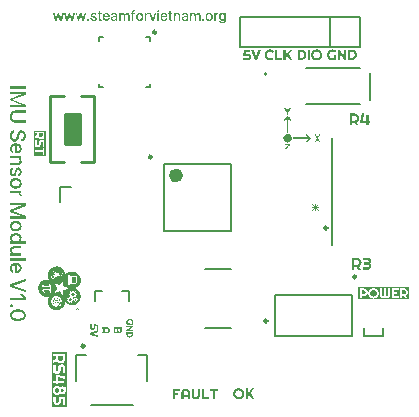
<source format=gbr>
%TF.GenerationSoftware,Altium Limited,Altium Designer,24.1.2 (44)*%
G04 Layer_Color=65535*
%FSLAX45Y45*%
%MOMM*%
%TF.SameCoordinates,257A8DD5-596B-45CF-B8F4-21FB4E0B7711*%
%TF.FilePolarity,Positive*%
%TF.FileFunction,Legend,Top*%
%TF.Part,Single*%
G01*
G75*
%TA.AperFunction,NonConductor*%
%ADD54C,0.20000*%
%ADD55C,0.25000*%
%ADD56C,0.60000*%
%ADD57C,0.30000*%
%ADD58C,0.25400*%
%ADD59C,0.12700*%
%ADD60C,0.07620*%
%ADD61R,1.27000X2.54000*%
G36*
X11209211Y8794372D02*
X11217210Y8794442D01*
X11217697Y8794233D01*
X11218045Y8793885D01*
X11217906Y8793051D01*
X11217280Y8792285D01*
X11217071Y8792077D01*
X11216932Y8791799D01*
X11216654Y8791520D01*
X11215819Y8789990D01*
X11215263Y8789155D01*
X11214845Y8788460D01*
X11214150Y8787486D01*
X11213176Y8785677D01*
X11212758Y8785260D01*
X11212619Y8784981D01*
X11211993Y8784216D01*
X11211785Y8784008D01*
X11210950Y8782477D01*
X11208585Y8779138D01*
X11207889Y8777886D01*
X11207333Y8777052D01*
X11207193Y8776773D01*
X11206220Y8775521D01*
X11205524Y8774825D01*
X11205385Y8772878D01*
X11204967Y8772460D01*
X11204828Y8772182D01*
X11204272Y8771347D01*
X11203855Y8770652D01*
X11203576Y8770374D01*
X11203437Y8770095D01*
X11202116Y8768356D01*
X11201489Y8767313D01*
X11201350Y8767035D01*
X11200794Y8766200D01*
X11200655Y8765922D01*
X11199750Y8764600D01*
X11199542Y8764391D01*
X11199403Y8764113D01*
X11198707Y8762861D01*
X11198151Y8762026D01*
X11198011Y8761748D01*
X11197316Y8760774D01*
X11196898Y8760357D01*
X11196759Y8760078D01*
X11196064Y8758826D01*
X11195855Y8758617D01*
X11194672Y8758687D01*
X11194255Y8758409D01*
X11194116Y8758131D01*
X11193420Y8756879D01*
X11192864Y8756044D01*
X11192725Y8755487D01*
X11192864Y8744079D01*
X11192725Y8742271D01*
X11192864Y8740879D01*
X11192794Y8738306D01*
X11192864Y8736010D01*
X11192377Y8735384D01*
X11191264Y8735106D01*
X11179299Y8735245D01*
X11178812Y8735593D01*
X11178534Y8736566D01*
X11178673Y8737123D01*
X11178812Y8738932D01*
X11178673Y8755070D01*
X11177838Y8756600D01*
X11177421Y8757018D01*
X11177282Y8757296D01*
X11176865Y8757713D01*
X11176030Y8759244D01*
X11175473Y8760078D01*
X11174778Y8761330D01*
X11173804Y8762722D01*
X11173665Y8763000D01*
X11172691Y8764391D01*
X11171995Y8765643D01*
X11171717Y8765922D01*
X11171578Y8766200D01*
X11170604Y8767452D01*
X11170048Y8768287D01*
X11169074Y8770095D01*
X11168378Y8771208D01*
X11168239Y8771487D01*
X11167961Y8771765D01*
X11167821Y8772043D01*
X11167543Y8772321D01*
X11167404Y8772599D01*
X11167126Y8773295D01*
X11166987Y8774965D01*
X11166569Y8775382D01*
X11166430Y8775660D01*
X11166152Y8775939D01*
X11166013Y8776217D01*
X11165456Y8777191D01*
X11165178Y8777469D01*
X11165039Y8777747D01*
X11164761Y8778025D01*
X11164204Y8778999D01*
X11163926Y8779278D01*
X11163787Y8779556D01*
X11163509Y8779834D01*
X11163370Y8780112D01*
X11162465Y8781434D01*
X11162257Y8781643D01*
X11162117Y8781921D01*
X11161213Y8783243D01*
X11161004Y8783451D01*
X11160865Y8783729D01*
X11160170Y8784703D01*
X11160031Y8784981D01*
X11159335Y8785956D01*
X11158639Y8787207D01*
X11158361Y8787486D01*
X11157387Y8789294D01*
X11157109Y8789573D01*
X11156970Y8789851D01*
X11156413Y8790685D01*
X11156274Y8790964D01*
X11154605Y8793329D01*
X11154744Y8794025D01*
X11154953Y8794233D01*
X11155509Y8794372D01*
X11156900Y8794233D01*
X11157735D01*
X11162952Y8794164D01*
X11168726Y8794233D01*
X11169700Y8793677D01*
X11170187Y8793190D01*
X11170326Y8792912D01*
X11170743Y8792494D01*
X11170882Y8792216D01*
X11171578Y8791242D01*
X11171717Y8790964D01*
X11172413Y8789851D01*
X11173247Y8788320D01*
X11174499Y8785956D01*
X11175195Y8784842D01*
X11175334Y8784564D01*
X11176030Y8783590D01*
X11177004Y8781782D01*
X11177421Y8781364D01*
X11177560Y8781086D01*
X11178117Y8780251D01*
X11178256Y8779973D01*
X11178534Y8779695D01*
X11178673Y8779417D01*
X11178951Y8779138D01*
X11179508Y8778165D01*
X11180203Y8777191D01*
X11180760Y8776217D01*
X11181177Y8775799D01*
X11181316Y8775521D01*
X11181734Y8775104D01*
X11182012Y8774408D01*
X11181943Y8773226D01*
X11182221Y8772530D01*
X11182708Y8772043D01*
X11182847Y8771765D01*
X11183682Y8770234D01*
X11184377Y8769261D01*
X11184794Y8768565D01*
X11185142Y8768217D01*
X11186116Y8768078D01*
X11187090Y8768634D01*
X11187855Y8769817D01*
X11188134Y8770095D01*
X11188273Y8770374D01*
X11188968Y8771347D01*
X11189107Y8771626D01*
X11189734Y8772391D01*
X11190081Y8773156D01*
X11190220Y8774965D01*
X11190777Y8775521D01*
X11190916Y8775799D01*
X11191612Y8776773D01*
X11191751Y8777052D01*
X11192446Y8778025D01*
X11193281Y8779556D01*
X11193559Y8779834D01*
X11194394Y8781364D01*
X11194603Y8781573D01*
X11196133Y8781712D01*
X11196342Y8781921D01*
X11197176Y8783451D01*
X11197872Y8784425D01*
X11198568Y8785677D01*
X11199263Y8786651D01*
X11199959Y8787903D01*
X11200516Y8788738D01*
X11201211Y8789990D01*
X11201489Y8790268D01*
X11201629Y8790547D01*
X11202811Y8792285D01*
X11203785Y8793816D01*
X11204620Y8794372D01*
X11206011Y8794511D01*
X11207402Y8794372D01*
X11207820Y8794511D01*
X11209211Y8794372D01*
D02*
G37*
G36*
X11186812Y8726897D02*
X11187438Y8726271D01*
X11187577Y8725993D01*
X11188551Y8725019D01*
X11188690Y8724741D01*
X11189177Y8724254D01*
X11189455Y8724115D01*
X11189942Y8723628D01*
X11190012Y8723419D01*
X11190220Y8723350D01*
X11190290Y8723141D01*
X11190568Y8723002D01*
X11191333Y8722237D01*
X11191472Y8721958D01*
X11191960Y8721611D01*
X11193977Y8719593D01*
X11194116Y8719315D01*
X11194325Y8719107D01*
X11194881Y8718967D01*
X11195855Y8719107D01*
X11196481Y8718620D01*
X11196620Y8718341D01*
X11197733Y8717228D01*
X11197872Y8716950D01*
X11200516Y8714307D01*
X11200655Y8714029D01*
X11201002Y8713681D01*
X11201281Y8713542D01*
X11201768Y8713055D01*
X11201907Y8712776D01*
X11202533Y8712150D01*
X11202811Y8712011D01*
X11203020Y8711802D01*
X11203159Y8711524D01*
X11205663Y8709020D01*
X11205802Y8708742D01*
X11209976Y8704568D01*
X11210046Y8704359D01*
X11210324Y8704220D01*
X11213593Y8700951D01*
X11213732Y8700673D01*
X11216654Y8697751D01*
X11216793Y8697473D01*
X11217906Y8696360D01*
X11218045Y8696081D01*
X11219158Y8694969D01*
X11219436Y8694273D01*
X11219297Y8693438D01*
X11216515Y8690656D01*
X11216376Y8689821D01*
X11216515Y8689404D01*
X11216376Y8688847D01*
X11215611Y8688082D01*
X11215332Y8687943D01*
X11214637Y8687108D01*
X11213871Y8686482D01*
X11213732Y8686204D01*
X11212758Y8685230D01*
X11212619Y8684952D01*
X11212341Y8684674D01*
X11212202Y8684395D01*
X11211576Y8684047D01*
X11210463Y8684186D01*
X11209698Y8684812D01*
X11209072Y8685578D01*
X11208793Y8685717D01*
X11207680Y8686830D01*
X11207402Y8686969D01*
X11205872Y8688499D01*
X11205594Y8688638D01*
X11205385Y8689265D01*
X11205246Y8690656D01*
X11204759Y8691143D01*
X11204481Y8691282D01*
X11204202Y8691560D01*
X11203924Y8691699D01*
X11203020Y8692603D01*
X11202881Y8692882D01*
X11199820Y8695942D01*
X11199681Y8696221D01*
X11199403Y8696499D01*
X11199263Y8696777D01*
X11198985Y8697056D01*
X11198846Y8697334D01*
X11197733Y8698447D01*
X11197594Y8698725D01*
X11197107Y8699073D01*
X11195994Y8700186D01*
X11193768Y8700325D01*
X11193351Y8700464D01*
X11193072Y8700325D01*
X11192725Y8699977D01*
X11192585Y8699003D01*
X11192725Y8698586D01*
X11192585Y8695525D01*
X11192725Y8664501D01*
X11192794Y8600295D01*
X11192725Y8588956D01*
X11192864Y8588539D01*
X11192933Y8584574D01*
X11192794Y8583878D01*
X11192585Y8583670D01*
X11192516Y8583461D01*
X11191820Y8583183D01*
X11188203Y8583322D01*
X11187786Y8583183D01*
X11181386Y8583322D01*
X11180969Y8583183D01*
X11180065Y8583391D01*
X11179578Y8583739D01*
X11179369Y8583948D01*
X11179230Y8584922D01*
X11179369Y8587565D01*
X11179438Y8637302D01*
X11179369Y8642658D01*
X11179508Y8643075D01*
X11179369Y8643632D01*
X11179438Y8699490D01*
X11179299Y8700186D01*
X11179021Y8700603D01*
X11178465Y8700742D01*
X11177491Y8700186D01*
X11173665Y8696360D01*
X11173526Y8696081D01*
X11172552Y8695108D01*
X11172413Y8694829D01*
X11169352Y8691769D01*
X11169282Y8691560D01*
X11169004Y8691421D01*
X11168100Y8690517D01*
X11167961Y8689960D01*
X11168100Y8689543D01*
X11167961Y8688847D01*
X11167752Y8688638D01*
X11167474Y8688499D01*
X11167195Y8688221D01*
X11166917Y8688082D01*
X11166152Y8687456D01*
X11165526Y8686691D01*
X11163161Y8684326D01*
X11162604Y8684186D01*
X11161630Y8684326D01*
X11161074Y8684882D01*
X11160865Y8684952D01*
X11160726Y8685230D01*
X11156970Y8688986D01*
Y8690378D01*
Y8690517D01*
X11156066Y8691421D01*
X11155787Y8691560D01*
X11155579Y8691769D01*
X11155439Y8692047D01*
X11154048Y8693438D01*
X11153770Y8694134D01*
X11153979Y8694899D01*
X11155022Y8695942D01*
X11155161Y8696221D01*
X11155579Y8696638D01*
X11155718Y8696916D01*
X11159474Y8700673D01*
X11159613Y8700951D01*
X11160239Y8701577D01*
X11160517Y8701716D01*
X11160865Y8702064D01*
X11160935Y8702272D01*
X11161144Y8702342D01*
X11161213Y8702551D01*
X11161491Y8702690D01*
X11168656Y8709855D01*
X11168795Y8710133D01*
X11169561Y8710898D01*
X11169769Y8710968D01*
X11169908Y8711246D01*
X11174221Y8715559D01*
X11174360Y8715837D01*
X11174708Y8716185D01*
X11174986Y8716324D01*
X11175334Y8716672D01*
X11175473Y8716950D01*
X11176239Y8717715D01*
X11176517Y8717854D01*
X11176725Y8718063D01*
X11176865Y8718341D01*
X11177352Y8718828D01*
X11177630Y8718967D01*
X11181525Y8722863D01*
X11181803Y8723002D01*
X11184099Y8725298D01*
X11184238Y8725576D01*
X11185560Y8726897D01*
X11186116Y8727037D01*
X11186812Y8726897D01*
D02*
G37*
G36*
X11463251Y8570244D02*
X11463598Y8570035D01*
X11463738Y8569618D01*
X11463598Y8569201D01*
X11462903Y8567949D01*
X11462625Y8567670D01*
X11462485Y8567392D01*
X11461651Y8565862D01*
X11461233Y8565444D01*
X11461094Y8564888D01*
X11460955Y8563079D01*
X11460259Y8562106D01*
X11460120Y8561827D01*
X11459564Y8560853D01*
X11458868Y8559601D01*
X11458312Y8558766D01*
X11458033Y8558071D01*
X11457894Y8557793D01*
X11456920Y8556262D01*
X11455251Y8553202D01*
X11454555Y8552089D01*
X11453442Y8550002D01*
X11452469Y8548193D01*
X11452121Y8547845D01*
X11450869Y8547984D01*
X11450521Y8547637D01*
X11449964Y8546245D01*
X11448573Y8543741D01*
X11447877Y8542628D01*
X11446903Y8540820D01*
X11446208Y8539707D01*
X11446069Y8539289D01*
X11445512Y8538454D01*
X11445234Y8537759D01*
X11445373Y8536785D01*
X11445930Y8535950D01*
X11446903Y8534142D01*
X11447460Y8533168D01*
X11448295Y8531637D01*
X11449408Y8529551D01*
X11449964Y8528716D01*
X11450103Y8528159D01*
X11450799Y8526907D01*
X11451564Y8526838D01*
X11451981Y8526977D01*
X11452608Y8526490D01*
X11452956Y8525585D01*
X11453651Y8524472D01*
X11454694Y8522594D01*
X11454973Y8521899D01*
X11455112Y8520229D01*
X11455390Y8519951D01*
X11456225Y8518421D01*
X11457338Y8516334D01*
X11457894Y8515499D01*
X11459007Y8513412D01*
X11459425Y8512717D01*
X11461372Y8509099D01*
X11461929Y8508265D01*
X11463042Y8506178D01*
X11463738Y8505065D01*
X11464294Y8503813D01*
X11464155Y8503534D01*
X11463946Y8503326D01*
X11462972Y8503187D01*
X11454486Y8503326D01*
X11453721Y8503952D01*
X11453025Y8505482D01*
X11452469Y8506456D01*
X11451703Y8506526D01*
X11451286Y8506386D01*
X11450660Y8506874D01*
X11450312Y8507778D01*
X11444678Y8518699D01*
X11444121Y8519534D01*
X11443982Y8519812D01*
X11443565Y8520786D01*
X11443425Y8522594D01*
X11442452Y8523985D01*
X11440921Y8527185D01*
X11440643Y8527881D01*
X11439808Y8529411D01*
X11439182Y8529620D01*
X11438487Y8529481D01*
X11438000Y8528994D01*
X11437443Y8527603D01*
X11436748Y8526072D01*
X11436400Y8525168D01*
X11436191Y8524960D01*
X11435634Y8523707D01*
X11435078Y8522734D01*
X11434800Y8522038D01*
X11434661Y8520368D01*
X11433269Y8517725D01*
X11432713Y8516473D01*
X11431600Y8514108D01*
X11431322Y8513412D01*
X11430626Y8512160D01*
X11430070Y8510908D01*
X11429235Y8509378D01*
X11427565Y8505899D01*
X11427217Y8504995D01*
X11426522Y8503882D01*
X11425965Y8503326D01*
X11425409Y8503187D01*
X11416505Y8503326D01*
X11416296Y8503534D01*
X11416435Y8504508D01*
X11416714Y8504787D01*
X11417548Y8506317D01*
X11418105Y8507152D01*
X11418522Y8508125D01*
X11419218Y8509378D01*
X11420053Y8510908D01*
X11421026Y8512438D01*
X11421374Y8513343D01*
X11423600Y8517238D01*
X11425131Y8520021D01*
X11425479Y8520925D01*
X11425339Y8521481D01*
X11425479Y8522316D01*
X11426174Y8523290D01*
X11427287Y8525377D01*
X11428678Y8528020D01*
X11429374Y8529272D01*
X11430070Y8530385D01*
X11430209Y8530664D01*
X11431600Y8533307D01*
X11432435Y8534837D01*
X11433130Y8535950D01*
X11433408Y8536924D01*
X11433269Y8538176D01*
X11432713Y8539150D01*
X11432156Y8539985D01*
X11431043Y8542072D01*
X11429652Y8544715D01*
X11428539Y8546802D01*
X11427983Y8547637D01*
X11426452Y8550558D01*
X11425757Y8551810D01*
X11424366Y8554454D01*
X11423948Y8555149D01*
X11423392Y8556401D01*
X11423322Y8556471D01*
X11423113Y8556680D01*
X11421861Y8559045D01*
X11421166Y8560158D01*
X11419774Y8562801D01*
X11419357Y8563775D01*
X11419496Y8564888D01*
X11418522Y8566418D01*
X11417688Y8567949D01*
X11417131Y8568783D01*
X11416992Y8569757D01*
X11417131Y8570035D01*
X11417340Y8570244D01*
X11418314Y8570383D01*
X11419496Y8570314D01*
X11423322Y8570383D01*
X11423739Y8570244D01*
X11424713Y8570383D01*
X11426661Y8570244D01*
X11427565Y8569340D01*
X11427704Y8568783D01*
X11428261Y8567810D01*
X11429513Y8565444D01*
X11429930Y8564471D01*
X11429791Y8564053D01*
X11429930Y8563079D01*
X11430626Y8562106D01*
X11433130Y8556958D01*
X11433826Y8555706D01*
X11434521Y8554175D01*
X11434661Y8553897D01*
X11436469Y8550419D01*
X11437026Y8549167D01*
X11437374Y8548263D01*
X11438139Y8546663D01*
X11438556Y8545550D01*
X11438904Y8545063D01*
X11439460Y8544924D01*
X11440295Y8545063D01*
X11440643Y8545271D01*
X11440782Y8545550D01*
X11441478Y8547080D01*
X11441825Y8547984D01*
X11442591Y8549584D01*
X11449269Y8562801D01*
X11449547Y8563497D01*
X11449686Y8565305D01*
X11449964Y8565584D01*
X11450521Y8566836D01*
X11451008Y8567740D01*
X11451425Y8567879D01*
X11452260Y8567601D01*
X11452747Y8568088D01*
X11453094Y8568992D01*
X11453373Y8569688D01*
X11453790Y8570105D01*
X11454903Y8570383D01*
X11457060Y8570314D01*
X11460885Y8570383D01*
X11461164Y8570244D01*
X11461581Y8570383D01*
X11463251Y8570244D01*
D02*
G37*
G36*
X11190847Y8570662D02*
X11191264Y8570522D01*
X11193072Y8570383D01*
X11194742Y8570105D01*
X11196829Y8569966D01*
X11197246Y8569827D01*
X11198359Y8569549D01*
X11199124Y8569340D01*
X11200516Y8568783D01*
X11201976Y8568157D01*
X11202672Y8567879D01*
X11203646Y8567323D01*
X11205733Y8566210D01*
X11206567Y8565653D01*
X11207541Y8565097D01*
X11207889Y8564749D01*
X11207820Y8563566D01*
X11208167Y8563079D01*
X11208376Y8562871D01*
X11208654Y8562731D01*
X11209906Y8561758D01*
X11210324Y8561340D01*
X11210602Y8561201D01*
X11212619Y8559184D01*
X11212758Y8558906D01*
X11213106Y8558558D01*
X11213315Y8558488D01*
X11213454Y8558210D01*
X11214150Y8557515D01*
X11214289Y8557236D01*
X11214984Y8556540D01*
X11215124Y8556262D01*
X11216097Y8555010D01*
X11217210Y8553062D01*
X11218602Y8550419D01*
X11219297Y8548889D01*
X11219575Y8548193D01*
X11219993Y8547219D01*
X11220132Y8546663D01*
X11220271Y8546245D01*
X11220619Y8545341D01*
X11220897Y8544645D01*
X11221106Y8543880D01*
X11221245Y8543324D01*
X11221384Y8542350D01*
X11221593Y8540750D01*
X11221732Y8540054D01*
X11221871Y8538941D01*
X11222010Y8536715D01*
X11222080Y8534698D01*
X11221941Y8534281D01*
X11221802Y8530803D01*
X11221662Y8530385D01*
X11221523Y8528994D01*
X11221106Y8528020D01*
X11220828Y8526907D01*
X11220619Y8525585D01*
X11220341Y8524472D01*
X11220062Y8523777D01*
X11219436Y8522316D01*
X11219297Y8520229D01*
X11218602Y8519116D01*
X11218462Y8518838D01*
X11217906Y8518003D01*
X11216932Y8516195D01*
X11216237Y8514943D01*
X11215958Y8514664D01*
X11215819Y8514386D01*
X11215541Y8514108D01*
X11215402Y8513830D01*
X11215124Y8513551D01*
X11214984Y8513273D01*
X11214567Y8512856D01*
X11214428Y8512578D01*
X11213871Y8512021D01*
X11213732Y8511743D01*
X11213454Y8511465D01*
X11213315Y8511186D01*
X11212758Y8510630D01*
X11212619Y8510352D01*
X11210741Y8508473D01*
X11210463Y8508334D01*
X11210046Y8507917D01*
X11209767Y8507778D01*
X11208098Y8506108D01*
X11207820Y8505969D01*
X11207541Y8505691D01*
X11205733Y8504717D01*
X11204481Y8504021D01*
X11203507Y8503465D01*
X11201142Y8502352D01*
X11200863Y8502213D01*
X11199611Y8501656D01*
X11197455Y8500891D01*
X11196759Y8500613D01*
X11195994Y8500404D01*
X11193629Y8500265D01*
X11193212Y8500126D01*
X11192655Y8499987D01*
X11190360Y8499639D01*
X11189525Y8499500D01*
X11188412Y8499361D01*
X11183195Y8499291D01*
X11182777Y8499430D01*
X11181108Y8499848D01*
X11178325Y8500126D01*
X11177352Y8500543D01*
X11176099Y8501100D01*
X11175543Y8501239D01*
X11174569Y8501517D01*
X11173804Y8501726D01*
X11173108Y8502004D01*
X11172065Y8502630D01*
X11171091Y8503048D01*
X11168448Y8504439D01*
X11168169Y8504717D01*
X11167891Y8504856D01*
X11167613Y8505134D01*
X11167335Y8505274D01*
X11166361Y8505969D01*
X11166083Y8506108D01*
X11165665Y8506526D01*
X11165387Y8506665D01*
X11164135Y8507639D01*
X11163857Y8507917D01*
X11163578Y8508056D01*
X11162048Y8509586D01*
X11161770Y8509725D01*
X11160170Y8511325D01*
X11160031Y8511603D01*
X11159196Y8512438D01*
X11159057Y8512717D01*
X11158431Y8513482D01*
X11157457Y8515012D01*
X11157109Y8515499D01*
X11156274Y8517029D01*
X11155579Y8518003D01*
X11154466Y8520090D01*
X11154187Y8520786D01*
X11154048Y8523012D01*
X11153770Y8523707D01*
X11153422Y8524612D01*
X11153144Y8525029D01*
X11151961Y8524960D01*
X11151683Y8525099D01*
X11151405Y8526072D01*
X11151266Y8527046D01*
X11151127Y8527603D01*
X11150918Y8528785D01*
X11150779Y8529481D01*
X11150640Y8530316D01*
X11150501Y8531429D01*
X11150361Y8532820D01*
X11150292Y8536507D01*
X11150431Y8536924D01*
X11150570Y8540402D01*
X11150709Y8540820D01*
X11150988Y8542489D01*
X11151127Y8543046D01*
X11151335Y8544367D01*
X11151475Y8545063D01*
X11151753Y8545758D01*
X11152031Y8546037D01*
X11152796Y8545828D01*
X11153005Y8545758D01*
X11153353Y8545967D01*
X11153770Y8547358D01*
X11153979Y8548263D01*
X11154396Y8549376D01*
X11155161Y8550976D01*
X11156135Y8552784D01*
X11156692Y8553758D01*
X11158709Y8556471D01*
X11158917Y8556680D01*
X11159057Y8556958D01*
X11159474Y8557375D01*
X11159613Y8557653D01*
X11161213Y8559253D01*
X11161283Y8559323D01*
X11162465Y8560506D01*
X11162743Y8560645D01*
X11163578Y8561479D01*
X11163857Y8561619D01*
X11164622Y8562244D01*
X11164830Y8562453D01*
X11165109Y8562592D01*
X11166083Y8563149D01*
X11166291Y8563358D01*
X11166430Y8565027D01*
X11166639Y8565236D01*
X11168448Y8566210D01*
X11171091Y8567601D01*
X11172621Y8568297D01*
X11173943Y8568783D01*
X11174847Y8569131D01*
X11175960Y8569410D01*
X11176865Y8569618D01*
X11177978Y8569897D01*
X11178673Y8570035D01*
X11179230Y8570175D01*
X11179925Y8570314D01*
X11181734Y8570592D01*
X11183612Y8570801D01*
X11190847Y8570662D01*
D02*
G37*
G36*
X11350839Y8571635D02*
X11352369Y8570105D01*
X11352647Y8569966D01*
X11355499Y8567114D01*
X11355569Y8566905D01*
X11355847Y8566766D01*
X11357099Y8565514D01*
X11357378Y8565375D01*
X11357725Y8565027D01*
X11357865Y8564471D01*
X11357795Y8563566D01*
X11358282Y8562801D01*
X11359116Y8562106D01*
X11360369Y8560853D01*
X11360508Y8560575D01*
X11364542Y8556540D01*
X11364681Y8556262D01*
X11365307Y8555636D01*
X11365864Y8555497D01*
X11366420Y8555636D01*
X11366977Y8555497D01*
X11367464Y8555010D01*
X11367603Y8554732D01*
X11371498Y8550836D01*
X11371568Y8550767D01*
X11372751Y8549584D01*
X11372890Y8549306D01*
X11373377Y8548819D01*
X11373655Y8548680D01*
X11375255Y8547080D01*
X11375394Y8546802D01*
X11380542Y8541654D01*
X11380681Y8541376D01*
X11382907Y8539150D01*
X11383046Y8538872D01*
X11383880Y8538037D01*
X11384020Y8537759D01*
X11384993Y8536785D01*
X11385133Y8536507D01*
X11385411Y8535811D01*
X11385272Y8534976D01*
X11384715Y8534420D01*
X11384576Y8534142D01*
X11384228Y8533794D01*
X11383950Y8533655D01*
X11383602Y8533168D01*
X11383185Y8532750D01*
X11383046Y8532472D01*
X11378802Y8528229D01*
X11378524Y8528090D01*
X11377411Y8526977D01*
X11377133Y8526838D01*
X11376646Y8526351D01*
X11376507Y8526072D01*
X11375533Y8525099D01*
X11375394Y8524820D01*
X11373794Y8523220D01*
X11373516Y8523081D01*
X11373238Y8522803D01*
X11372959Y8522664D01*
X11372751Y8522455D01*
X11372611Y8521899D01*
X11372472Y8520507D01*
X11369620Y8517656D01*
X11369342Y8517516D01*
X11368716Y8516890D01*
X11368577Y8516612D01*
X11367742Y8515777D01*
X11367603Y8515499D01*
X11367325Y8515221D01*
X11367186Y8514943D01*
X11366560Y8514734D01*
X11365168Y8514595D01*
X11364681Y8514108D01*
X11364542Y8513830D01*
X11364194Y8513482D01*
X11363916Y8513343D01*
X11362456Y8511882D01*
X11362316Y8511603D01*
X11360786Y8510073D01*
X11360647Y8509795D01*
X11360438Y8509586D01*
X11360160Y8509447D01*
X11358282Y8507569D01*
X11358143Y8507291D01*
X11357865Y8507012D01*
X11357795Y8506804D01*
X11357517Y8506665D01*
X11357030Y8506178D01*
X11356890Y8505899D01*
X11356543Y8505552D01*
X11356265Y8505413D01*
X11355986Y8505134D01*
X11355708Y8504995D01*
X11354873Y8504161D01*
X11354595Y8504021D01*
X11353482Y8502630D01*
X11351256Y8500404D01*
X11350560Y8500126D01*
X11349447Y8500265D01*
X11348821Y8500752D01*
X11348682Y8501030D01*
X11347569Y8502143D01*
X11347430Y8502421D01*
X11346665Y8503187D01*
X11346456Y8503256D01*
X11346317Y8503534D01*
X11345552Y8504300D01*
X11345343Y8504369D01*
X11345204Y8504647D01*
X11343674Y8506178D01*
X11343535Y8506456D01*
X11342143Y8507847D01*
X11342004Y8508125D01*
X11341726Y8508821D01*
X11341865Y8509656D01*
X11342491Y8510421D01*
X11342770Y8510699D01*
X11343048Y8510838D01*
X11343535Y8511325D01*
X11343674Y8511603D01*
X11344022Y8511951D01*
X11344300Y8512090D01*
X11345691Y8513482D01*
X11345969Y8513621D01*
X11346178Y8513830D01*
X11346317Y8514108D01*
X11352091Y8519881D01*
X11352369Y8520021D01*
X11352995Y8520647D01*
X11353134Y8522316D01*
X11353482Y8522664D01*
X11353760Y8522803D01*
X11357656Y8526698D01*
X11357934Y8526838D01*
X11358143Y8527046D01*
X11358282Y8527325D01*
X11359256Y8528298D01*
X11359325Y8528925D01*
X11358977Y8529411D01*
X11355986Y8529481D01*
X11355569Y8529342D01*
X11349100Y8529411D01*
X11349030Y8529342D01*
X11348613Y8529481D01*
X11348195Y8529342D01*
X11347639Y8529481D01*
X11345483Y8529411D01*
X11345413Y8529481D01*
X11344995Y8529342D01*
X11344717Y8529481D01*
X11344439Y8529342D01*
X11344022Y8529481D01*
X11314249Y8529342D01*
X11287468Y8529411D01*
X11234253Y8529342D01*
X11233488Y8529829D01*
X11233210Y8530803D01*
X11233140Y8540611D01*
X11233349Y8541793D01*
X11233836Y8542280D01*
X11234392Y8542420D01*
X11285451Y8542559D01*
X11353134Y8542489D01*
X11355847Y8542559D01*
X11356265Y8542420D01*
X11358282Y8542350D01*
X11358769Y8542559D01*
X11358977Y8542767D01*
X11359116Y8543185D01*
X11358560Y8544158D01*
X11358073Y8544645D01*
X11357795Y8544785D01*
X11354595Y8547984D01*
X11354317Y8548124D01*
X11353343Y8549097D01*
X11353065Y8549237D01*
X11352021Y8550280D01*
X11351882Y8550558D01*
X11350839Y8551602D01*
X11350560Y8551741D01*
X11349865Y8552436D01*
X11349587Y8552575D01*
X11348543Y8553619D01*
X11348404Y8553897D01*
X11341587Y8560714D01*
X11341448Y8561271D01*
X11341587Y8562106D01*
X11342700Y8563219D01*
X11342839Y8563775D01*
X11342700Y8564749D01*
X11343326Y8565514D01*
X11343604Y8565653D01*
X11346039Y8568088D01*
X11346178Y8568366D01*
X11349308Y8571496D01*
X11349587Y8571635D01*
X11350004Y8571775D01*
X11350839Y8571635D01*
D02*
G37*
G36*
X11171230Y8484961D02*
X11205315Y8484822D01*
X11205802Y8484335D01*
X11205941Y8483779D01*
X11206080Y8482388D01*
X11206220Y8478214D01*
X11206080Y8477797D01*
X11205524Y8476823D01*
X11205315Y8476614D01*
X11205037Y8476475D01*
X11204481Y8475918D01*
X11204202Y8475779D01*
X11203437Y8475014D01*
X11203298Y8474736D01*
X11200237Y8471675D01*
X11200098Y8471397D01*
X11199263Y8470562D01*
X11199124Y8470284D01*
X11198846Y8470006D01*
X11198707Y8469727D01*
X11198498Y8469519D01*
X11198220Y8469380D01*
X11196620Y8467780D01*
X11196481Y8467501D01*
X11195994Y8466875D01*
X11194325Y8466736D01*
X11193838Y8466249D01*
X11193698Y8465971D01*
X11190916Y8463189D01*
X11190777Y8462910D01*
X11190220Y8462354D01*
X11190081Y8462076D01*
X11189107Y8460824D01*
X11188342Y8460058D01*
X11188064Y8459919D01*
X11186047Y8457902D01*
X11185908Y8457624D01*
X11183125Y8454841D01*
X11182986Y8454563D01*
X11182638Y8454215D01*
X11182360Y8454076D01*
X11182012Y8453589D01*
X11180899Y8452476D01*
X11180760Y8452198D01*
X11179369Y8450807D01*
X11179230Y8450528D01*
X11178951Y8450250D01*
X11178812Y8449972D01*
X11178534Y8449694D01*
X11178395Y8449415D01*
X11178117Y8448720D01*
X11178256Y8448024D01*
X11178465Y8447815D01*
X11179438Y8447676D01*
X11185003Y8447815D01*
X11193072Y8447955D01*
X11206846Y8447815D01*
X11207193Y8447467D01*
X11207333Y8446494D01*
X11207402Y8441972D01*
X11207124Y8441276D01*
X11206846Y8440998D01*
X11206289Y8440859D01*
X11169700D01*
X11167961Y8440929D01*
X11166500Y8440859D01*
X11165735Y8441346D01*
X11165456Y8442042D01*
X11165596Y8446911D01*
X11166291Y8447885D01*
X11166987Y8448581D01*
X11167126Y8448859D01*
X11168239Y8449972D01*
X11168378Y8450250D01*
X11170048Y8451920D01*
X11170187Y8452198D01*
X11171856Y8453867D01*
X11171995Y8454146D01*
X11174360Y8456511D01*
X11174499Y8456789D01*
X11176725Y8459015D01*
X11176865Y8459293D01*
X11177491Y8459919D01*
X11177769Y8460058D01*
X11178117Y8460545D01*
X11179090Y8461519D01*
X11179230Y8461797D01*
X11179647Y8462215D01*
X11179717Y8462424D01*
X11179995Y8462562D01*
X11180621Y8463189D01*
X11180760Y8463467D01*
X11181873Y8464580D01*
X11182012Y8464858D01*
X11182360Y8465206D01*
X11182638Y8465345D01*
X11182986Y8465693D01*
X11183125Y8465971D01*
X11185421Y8468267D01*
X11185629Y8468336D01*
X11185769Y8468615D01*
X11187299Y8470145D01*
X11187438Y8470423D01*
X11192307Y8475292D01*
X11192446Y8476266D01*
X11192099Y8476753D01*
X11191125Y8476892D01*
X11167961Y8476823D01*
X11166778Y8477031D01*
X11166291Y8477379D01*
X11166013Y8478075D01*
X11166083Y8482457D01*
X11166013Y8483779D01*
X11166569Y8484753D01*
X11166778Y8484961D01*
X11167752Y8485101D01*
X11171230Y8484961D01*
D02*
G37*
G36*
X9240800Y7449841D02*
X9244315D01*
Y7449401D01*
X9246952D01*
Y7448962D01*
X9248710Y7448962D01*
Y7448523D01*
X9250468D01*
Y7448083D01*
X9251786D01*
Y7447644D01*
X9253544D01*
Y7447204D01*
X9254423D01*
Y7446765D01*
X9255741D01*
Y7446325D01*
X9257059D01*
Y7445886D01*
X9257938D01*
Y7445446D01*
X9259257D01*
Y7445007D01*
X9260136D01*
Y7444568D01*
X9261014D01*
Y7444128D01*
X9261893D01*
X9261893Y7443689D01*
X9262772D01*
Y7443249D01*
X9264091D01*
Y7442810D01*
X9264530D01*
Y7442370D01*
X9265409D01*
Y7441931D01*
X9266288Y7441931D01*
Y7441492D01*
X9267167Y7441491D01*
Y7441052D01*
X9268046D01*
Y7440613D01*
X9268485D01*
Y7440173D01*
X9269364D01*
Y7439733D01*
X9269803D01*
X9269804Y7439294D01*
X9270682D01*
Y7438855D01*
X9271122Y7438855D01*
Y7438415D01*
X9272001D01*
Y7437976D01*
X9272440D01*
Y7437536D01*
X9273319D01*
Y7437097D01*
X9273759D01*
Y7436657D01*
X9274198D01*
Y7436218D01*
X9274638D01*
Y7435778D01*
X9275516D01*
Y7435339D01*
X9275956D01*
X9275956Y7434900D01*
X9276395D01*
X9276395Y7434460D01*
X9276835D01*
Y7434021D01*
X9277274D01*
Y7433581D01*
X9278153D01*
Y7433142D01*
X9278593D01*
X9278593Y7432702D01*
X9279032D01*
Y7432263D01*
X9279471D01*
Y7431823D01*
X9279911D01*
Y7431384D01*
X9280350D01*
Y7430944D01*
X9280790D01*
Y7430505D01*
X9281229Y7430505D01*
Y7430066D01*
X9281669D01*
Y7429626D01*
X9282108D01*
Y7429187D01*
X9282548D01*
Y7428747D01*
X9282987D01*
Y7427868D01*
X9283866D01*
Y7426989D01*
X9284306D01*
Y7426550D01*
X9284745D01*
Y7426110D01*
X9285184D01*
X9285184Y7425671D01*
X9285624D01*
Y7425232D01*
X9286063D01*
Y7424353D01*
X9286503D01*
Y7423913D01*
X9286942D01*
Y7423474D01*
X9287382D01*
Y7422595D01*
X9287821D01*
Y7422155D01*
X9288261D01*
Y7421716D01*
X9288700D01*
Y7420837D01*
X9289139Y7420837D01*
Y7420398D01*
X9289579D01*
X9289579Y7419519D01*
X9290018D01*
Y7419079D01*
X9290458Y7419079D01*
Y7418200D01*
X9290897D01*
Y7417761D01*
X9291337D01*
Y7416882D01*
X9291776D01*
Y7416003D01*
X9292216D01*
Y7415564D01*
X9292655Y7415564D01*
X9292655Y7414685D01*
X9293094D01*
Y7413806D01*
X9293534Y7413806D01*
Y7412927D01*
X9293974D01*
X9293973Y7412048D01*
X9294413D01*
Y7411169D01*
X9294852Y7411169D01*
Y7410290D01*
X9295292D01*
Y7408972D01*
X9295731D01*
Y7408093D01*
X9296171Y7408093D01*
Y7407214D01*
X9296610D01*
Y7405896D01*
X9297049D01*
Y7404577D01*
X9297489D01*
X9297489Y7403698D01*
X9297929D01*
Y7402380D01*
X9298368D01*
Y7401062D01*
X9298807D01*
Y7399743D01*
X9299247D01*
Y7397985D01*
X9299686D01*
Y7396228D01*
X9300126Y7396228D01*
Y7394030D01*
X9300565D01*
Y7390515D01*
X9301005D01*
Y7386999D01*
X9301444D01*
X9301444Y7378649D01*
X9302323D01*
Y7379529D01*
X9302762D01*
Y7379968D01*
X9303202D01*
Y7380847D01*
X9303641D01*
Y7381286D01*
X9304081D01*
Y7382165D01*
X9304520D01*
Y7382605D01*
X9304960Y7382605D01*
Y7383044D01*
X9305399D01*
Y7383484D01*
X9305839D01*
Y7383923D01*
X9306278D01*
Y7384802D01*
X9306717D01*
Y7385241D01*
X9307157Y7385241D01*
Y7385681D01*
X9307597D01*
Y7386120D01*
X9308036D01*
Y7386560D01*
X9308475D01*
Y7386999D01*
X9308915D01*
Y7387439D01*
X9309354D01*
Y7387878D01*
X9309794D01*
Y7388317D01*
X9310233D01*
Y7388757D01*
X9310673D01*
Y7389196D01*
X9311112D01*
Y7389636D01*
X9311991D01*
Y7390075D01*
X9312430D01*
X9312430Y7390515D01*
X9312870D01*
Y7390954D01*
X9313309Y7390954D01*
Y7391394D01*
X9313749D01*
Y7391833D01*
X9314628D01*
Y7392272D01*
X9315067D01*
Y7392712D01*
X9315946D01*
Y7393152D01*
X9316385D01*
Y7393591D01*
X9317264D01*
Y7394030D01*
X9317704D01*
Y7394470D01*
X9318583D01*
Y7394909D01*
X9319462Y7394909D01*
Y7395349D01*
X9320341D01*
X9320341Y7395788D01*
X9321220D01*
Y7396228D01*
X9321659D01*
Y7396667D01*
X9322538D01*
Y7397107D01*
X9323417D01*
X9323416Y7397546D01*
X9324296D01*
Y7397985D01*
X9325175D01*
Y7398425D01*
X9326493D01*
X9326493Y7398864D01*
X9327372D01*
Y7399304D01*
X9328251D01*
Y7399743D01*
X9329130Y7399744D01*
Y7400183D01*
X9330009D01*
Y7400622D01*
X9331327D01*
Y7401062D01*
X9332206D01*
X9332206Y7401501D01*
X9333085D01*
Y7401941D01*
X9334403Y7401940D01*
Y7402380D01*
X9335721Y7402380D01*
Y7402819D01*
X9336600Y7402820D01*
Y7403259D01*
X9337919D01*
Y7403698D01*
X9339237D01*
Y7404138D01*
X9340995D01*
Y7404577D01*
X9342753Y7404578D01*
Y7405017D01*
X9344950D01*
Y7405456D01*
X9348905D01*
Y7405896D01*
X9354618D01*
Y7406335D01*
X9369120D01*
Y7405896D01*
X9374393D01*
Y7405456D01*
X9377030D01*
Y7405017D01*
X9379227D01*
Y7404577D01*
X9380546D01*
Y7404138D01*
X9382743D01*
X9382743Y7403698D01*
X9384061D01*
Y7403259D01*
X9385380D01*
Y7402820D01*
X9386698D01*
Y7402380D01*
X9387577D01*
Y7401940D01*
X9388895D01*
Y7401501D01*
X9389774D01*
Y7401062D01*
X9390653D01*
X9390653Y7400622D01*
X9391532D01*
Y7400183D01*
X9392850D01*
Y7399743D01*
X9393729D01*
Y7399304D01*
X9394608D01*
Y7398864D01*
X9395487D01*
Y7398425D01*
X9395927D01*
Y7397985D01*
X9396805D01*
Y7397546D01*
X9397684D01*
Y7397107D01*
X9398563D01*
Y7396667D01*
X9399003D01*
Y7396228D01*
X9399882D01*
Y7395788D01*
X9400321D01*
Y7395349D01*
X9401200D01*
Y7394909D01*
X9401640D01*
X9401639Y7394470D01*
X9402518D01*
X9402518Y7394030D01*
X9402958D01*
Y7393591D01*
X9403397Y7393591D01*
Y7393152D01*
X9404276D01*
X9404276Y7392712D01*
X9404716D01*
Y7392272D01*
X9405155D01*
Y7391833D01*
X9406034D01*
Y7391394D01*
X9406473D01*
Y7390954D01*
X9406913D01*
Y7390515D01*
X9407352D01*
Y7390075D01*
X9408231D01*
X9408231Y7389636D01*
X9408671D01*
Y7389196D01*
X9409110D01*
Y7388757D01*
X9409550Y7388757D01*
Y7388317D01*
X9409989D01*
Y7387878D01*
X9410428D01*
Y7387439D01*
X9410868D01*
X9410868Y7386999D01*
X9411307D01*
Y7386560D01*
X9412186D01*
Y7385681D01*
X9413065D01*
Y7384802D01*
X9413944D01*
Y7383923D01*
X9414383D01*
X9414384Y7383484D01*
X9414823D01*
Y7383044D01*
X9415262Y7383044D01*
Y7382605D01*
X9415702D01*
Y7382165D01*
X9416141D01*
Y7381726D01*
X9416581D01*
Y7381286D01*
X9417020D01*
X9417020Y7380847D01*
X9417460D01*
Y7380407D01*
X9417899Y7380407D01*
Y7379968D01*
X9418339D01*
Y7379089D01*
X9418778D01*
Y7378649D01*
X9419218D01*
Y7378210D01*
X9419657D01*
Y7377771D01*
X9420096D01*
Y7376892D01*
X9420536D01*
Y7376453D01*
X9420975Y7376452D01*
Y7376013D01*
X9421415D01*
Y7375573D01*
X9421854D01*
Y7374694D01*
X9422294D01*
Y7374255D01*
X9422733D01*
Y7373376D01*
X9423173D01*
Y7372497D01*
X9423612D01*
Y7372058D01*
X9424052D01*
Y7371618D01*
X9424491D01*
X9424491Y7370739D01*
X9424930D01*
Y7370300D01*
X9425370D01*
Y7369421D01*
X9425809Y7369421D01*
Y7368982D01*
X9426249D01*
Y7368103D01*
X9426688D01*
Y7367224D01*
X9427128D01*
Y7366345D01*
X9427567D01*
Y7365466D01*
X9428007Y7365466D01*
X9428006Y7365026D01*
X9428446D01*
Y7364148D01*
X9428885Y7364147D01*
Y7363269D01*
X9429325D01*
Y7362390D01*
X9429764D01*
Y7361511D01*
X9430204D01*
X9430204Y7360193D01*
X9430643Y7360193D01*
X9430643Y7359314D01*
X9431083D01*
Y7358435D01*
X9431522D01*
Y7357556D01*
X9431962D01*
Y7356677D01*
X9432401D01*
X9432401Y7355358D01*
X9432841D01*
X9432841Y7354040D01*
X9433280Y7354040D01*
Y7352722D01*
X9433720D01*
Y7350964D01*
X9434159D01*
Y7349207D01*
X9434598Y7349206D01*
Y7347448D01*
X9435038D01*
Y7345691D01*
X9435477D01*
Y7343054D01*
X9435917D01*
Y7339978D01*
X9436356D01*
Y7327234D01*
X9435917D01*
X9435917Y7324597D01*
X9435477D01*
Y7321960D01*
X9435038D01*
Y7319763D01*
X9434598D01*
Y7318005D01*
X9434159Y7318005D01*
Y7316247D01*
X9433720Y7316247D01*
Y7314489D01*
X9433280D01*
Y7313171D01*
X9432841D01*
Y7311853D01*
X9432401D01*
Y7310534D01*
X9431962D01*
Y7309216D01*
X9431522D01*
Y7308337D01*
X9431083D01*
Y7307458D01*
X9430643D01*
Y7306140D01*
X9430204D01*
X9430204Y7305261D01*
X9429764D01*
Y7304382D01*
X9429325D01*
Y7303064D01*
X9428885D01*
Y7302624D01*
X9428446Y7302624D01*
Y7301745D01*
X9428007Y7301745D01*
Y7300866D01*
X9427567D01*
X9427567Y7299987D01*
X9427128D01*
Y7299109D01*
X9426688D01*
Y7298230D01*
X9426249D01*
Y7297790D01*
X9425809D01*
Y7296911D01*
X9425370D01*
Y7296472D01*
X9424930D01*
Y7295593D01*
X9424491D01*
Y7294714D01*
X9424052D01*
Y7294274D01*
X9423612D01*
Y7293835D01*
X9423173D01*
Y7292956D01*
X9422733Y7292956D01*
Y7292517D01*
X9422294D01*
Y7291638D01*
X9421854D01*
Y7291199D01*
X9421415D01*
Y7290759D01*
X9420975D01*
Y7290319D01*
X9420536Y7290319D01*
Y7289441D01*
X9420096D01*
Y7289001D01*
X9419657D01*
Y7288562D01*
X9419218D01*
Y7288122D01*
X9418778D01*
Y7287683D01*
X9418339D01*
Y7287243D01*
X9417899D01*
Y7286365D01*
X9417020Y7286364D01*
X9417020Y7285486D01*
X9416581D01*
Y7285046D01*
X9416141D01*
Y7284607D01*
X9415702D01*
Y7284167D01*
X9415262D01*
Y7283728D01*
X9414384Y7283728D01*
X9414383Y7282849D01*
X9413505D01*
Y7282409D01*
X9413065D01*
Y7281970D01*
X9412626D01*
Y7281531D01*
X9412186D01*
Y7281091D01*
X9411747D01*
Y7280651D01*
X9411307D01*
Y7280212D01*
X9410868D01*
Y7279773D01*
X9409989D01*
Y7279333D01*
X9409550Y7279333D01*
Y7278894D01*
X9409110D01*
Y7278454D01*
X9408671D01*
Y7278015D01*
X9407792D01*
Y7277575D01*
X9407352D01*
Y7277136D01*
X9406913D01*
Y7276696D01*
X9406034Y7276696D01*
Y7276257D01*
X9405155D01*
Y7275818D01*
X9404716D01*
Y7275378D01*
X9403837D01*
Y7274939D01*
X9403397D01*
Y7274499D01*
X9402518D01*
Y7274060D01*
X9401639D01*
Y7273620D01*
X9401200D01*
Y7273181D01*
X9399882Y7273181D01*
Y7272741D01*
X9399442D01*
X9399442Y7272302D01*
X9398563D01*
Y7271863D01*
X9397684D01*
Y7271423D01*
X9396805D01*
Y7270984D01*
X9395927Y7270983D01*
Y7270544D01*
X9395048Y7270544D01*
Y7270105D01*
X9394169D01*
Y7269665D01*
X9393290D01*
Y7269226D01*
X9391971D01*
X9391971Y7268786D01*
X9390653D01*
Y7268347D01*
X9389774Y7268347D01*
Y7267907D01*
X9388456Y7267908D01*
Y7267468D01*
X9386698Y7267468D01*
Y7267028D01*
X9385819D01*
Y7266150D01*
X9387137D01*
Y7265710D01*
X9388455Y7265710D01*
X9388456Y7265271D01*
X9390214D01*
Y7264831D01*
X9391532D01*
Y7264392D01*
X9392850D01*
Y7263952D01*
X9393729D01*
X9393729Y7263513D01*
X9394608D01*
X9394608Y7263073D01*
X9395487D01*
Y7262634D01*
X9396805D01*
Y7262195D01*
X9397684D01*
Y7261755D01*
X9398563D01*
Y7261316D01*
X9399003D01*
Y7260876D01*
X9399882D01*
Y7260437D01*
X9400760D01*
X9400760Y7259997D01*
X9401200D01*
Y7259558D01*
X9401639Y7259557D01*
Y7259118D01*
X9402518D01*
X9402518Y7258679D01*
X9402958D01*
Y7258239D01*
X9403837D01*
Y7257800D01*
X9404276D01*
Y7257360D01*
X9404716Y7257361D01*
Y7256921D01*
X9405595D01*
Y7256482D01*
X9406034D01*
Y7256042D01*
X9406473D01*
Y7255603D01*
X9406913D01*
Y7255163D01*
X9407352D01*
Y7254724D01*
X9407792D01*
Y7254284D01*
X9408231D01*
Y7253845D01*
X9409110D01*
Y7253405D01*
X9409550Y7253405D01*
Y7252966D01*
X9409989D01*
Y7252527D01*
X9410428D01*
Y7252087D01*
X9410868D01*
X9410868Y7251648D01*
X9411307D01*
Y7251208D01*
X9411747Y7251208D01*
Y7250769D01*
X9412186D01*
Y7250329D01*
X9412626D01*
Y7249890D01*
X9413065D01*
Y7249450D01*
X9413504D01*
X9413505Y7249011D01*
X9413944D01*
Y7248571D01*
X9414384Y7248571D01*
Y7247693D01*
X9414823D01*
Y7247253D01*
X9415262D01*
Y7246814D01*
X9415702D01*
Y7246374D01*
X9416141D01*
Y7245935D01*
X9416581D01*
Y7245495D01*
X9417020D01*
Y7245056D01*
X9417460D01*
Y7244177D01*
X9417899D01*
Y7243737D01*
X9418339D01*
Y7243298D01*
X9418778D01*
Y7242859D01*
X9419218D01*
Y7241980D01*
X9419657D01*
X9419657Y7241540D01*
X9420096D01*
Y7241101D01*
X9420536D01*
X9420536Y7240661D01*
X9420975D01*
Y7239782D01*
X9421415Y7239782D01*
Y7239343D01*
X9421854D01*
X9421854Y7238464D01*
X9422294D01*
Y7238025D01*
X9422733D01*
Y7237146D01*
X9423173Y7237146D01*
Y7236706D01*
X9423612Y7236706D01*
Y7235827D01*
X9424052D01*
X9424052Y7234948D01*
X9424491D01*
X9424491Y7234509D01*
X9424930D01*
Y7233630D01*
X9425370Y7233630D01*
Y7232751D01*
X9425809D01*
Y7231872D01*
X9426249D01*
Y7230993D01*
X9426688D01*
X9426689Y7229675D01*
X9427128D01*
Y7228796D01*
X9427567D01*
Y7227478D01*
X9428007D01*
Y7226599D01*
X9428446D01*
Y7225280D01*
X9428885D01*
Y7224402D01*
X9429325D01*
Y7223083D01*
X9429764D01*
Y7222204D01*
X9430204D01*
Y7220886D01*
X9430643D01*
Y7219567D01*
X9431083D01*
Y7218249D01*
X9431522D01*
Y7216491D01*
X9431962D01*
Y7215612D01*
X9432401D01*
Y7214294D01*
X9432841D01*
Y7212536D01*
X9433280D01*
X9433280Y7210779D01*
X9433720D01*
Y7208581D01*
X9434159Y7208581D01*
Y7205505D01*
X9434598D01*
Y7200671D01*
X9435038Y7200671D01*
Y7193200D01*
X9434598D01*
Y7187927D01*
X9434159D01*
X9434159Y7184851D01*
X9433720D01*
Y7182214D01*
X9433280D01*
X9433280Y7180456D01*
X9432841D01*
Y7178698D01*
X9432401D01*
Y7177380D01*
X9431962D01*
Y7176062D01*
X9431522D01*
Y7174743D01*
X9431083D01*
Y7173425D01*
X9430643D01*
Y7172106D01*
X9430204Y7172107D01*
Y7171228D01*
X9429764D01*
Y7169909D01*
X9429325D01*
Y7169031D01*
X9428885D01*
Y7168152D01*
X9428446D01*
Y7167273D01*
X9428007D01*
Y7166394D01*
X9427567D01*
Y7165075D01*
X9427128D01*
Y7164636D01*
X9426688Y7164636D01*
Y7163757D01*
X9426249D01*
Y7162439D01*
X9425809D01*
Y7161560D01*
X9425370D01*
Y7161120D01*
X9424930D01*
Y7160241D01*
X9424491D01*
Y7159363D01*
X9424052D01*
Y7158923D01*
X9423612D01*
Y7158044D01*
X9423173Y7158044D01*
Y7157165D01*
X9422733D01*
Y7156286D01*
X9422294D01*
Y7155847D01*
X9421854Y7155847D01*
Y7154968D01*
X9421415D01*
X9421415Y7154528D01*
X9420975D01*
Y7153650D01*
X9420536Y7153649D01*
Y7153210D01*
X9420096D01*
Y7152331D01*
X9419657Y7152331D01*
Y7151892D01*
X9419218D01*
X9419218Y7151452D01*
X9418778D01*
Y7150573D01*
X9418339D01*
Y7150134D01*
X9417899D01*
Y7149695D01*
X9417460Y7149695D01*
Y7148816D01*
X9417020D01*
X9417020Y7148376D01*
X9416581D01*
Y7147937D01*
X9416141D01*
Y7147497D01*
X9415702D01*
Y7146618D01*
X9415262D01*
Y7146179D01*
X9414823D01*
Y7145740D01*
X9414384D01*
Y7145300D01*
X9413944D01*
Y7144860D01*
X9413504D01*
X9413505Y7144421D01*
X9413065D01*
Y7143981D01*
X9412626Y7143982D01*
Y7143542D01*
X9412186D01*
Y7142663D01*
X9411747D01*
Y7142224D01*
X9411307D01*
Y7141784D01*
X9410868D01*
Y7141345D01*
X9410428Y7141345D01*
Y7140905D01*
X9409989D01*
Y7140466D01*
X9409550D01*
Y7140027D01*
X9408671D01*
Y7139587D01*
X9408231D01*
Y7139148D01*
X9407792D01*
Y7138708D01*
X9407352D01*
Y7138269D01*
X9406913Y7138269D01*
Y7137829D01*
X9406473D01*
Y7137390D01*
X9406034D01*
X9406034Y7136950D01*
X9405155D01*
X9405155Y7136511D01*
X9404716D01*
Y7136072D01*
X9404276Y7136072D01*
Y7135632D01*
X9403837D01*
Y7135192D01*
X9403397D01*
Y7134753D01*
X9402518Y7134753D01*
Y7134314D01*
X9402079D01*
X9402078Y7133874D01*
X9401200D01*
Y7133435D01*
X9400760D01*
Y7132995D01*
X9400321D01*
Y7132556D01*
X9399442D01*
Y7132116D01*
X9399003D01*
Y7131677D01*
X9398124D01*
Y7131237D01*
X9397684Y7131237D01*
Y7130798D01*
X9396805D01*
Y7130359D01*
X9396366D01*
Y7129919D01*
X9395487D01*
Y7129480D01*
X9394608D01*
Y7129040D01*
X9393729D01*
Y7128601D01*
X9392850D01*
Y7128161D01*
X9391971D01*
Y7127722D01*
X9391092D01*
X9391092Y7127282D01*
X9390214D01*
Y7126843D01*
X9388895D01*
Y7126404D01*
X9388017D01*
X9388016Y7125964D01*
X9387137D01*
Y7125524D01*
X9385819Y7125525D01*
Y7125085D01*
X9384061D01*
Y7124646D01*
X9382743Y7124646D01*
Y7124206D01*
X9380985D01*
Y7123767D01*
X9379227D01*
Y7123327D01*
X9377469D01*
X9377469Y7122888D01*
X9374833D01*
Y7122449D01*
X9372196D01*
Y7122009D01*
X9366044D01*
Y7121569D01*
X9361649Y7121569D01*
Y7122009D01*
X9355936Y7122009D01*
Y7122449D01*
X9352421D01*
Y7122888D01*
X9350223Y7122888D01*
Y7123327D01*
X9348026D01*
Y7123767D01*
X9346269D01*
X9346268Y7124206D01*
X9344950D01*
Y7124646D01*
X9342753D01*
X9342753Y7125085D01*
X9341874D01*
Y7125525D01*
X9340555D01*
X9340555Y7125964D01*
X9338798D01*
Y7126404D01*
X9337919D01*
Y7126843D01*
X9337040D01*
Y7127282D01*
X9335721Y7127283D01*
Y7127722D01*
X9334843D01*
Y7128161D01*
X9333964D01*
X9333964Y7128601D01*
X9333085D01*
Y7129040D01*
X9332206D01*
X9332206Y7129480D01*
X9331327D01*
Y7129919D01*
X9330448D01*
Y7130358D01*
X9329569Y7130359D01*
Y7130798D01*
X9328690D01*
Y7131237D01*
X9327811D01*
Y7131677D01*
X9326932D01*
X9326932Y7132116D01*
X9326053D01*
Y7132556D01*
X9325614Y7132556D01*
Y7132995D01*
X9324735Y7132995D01*
Y7133435D01*
X9324296D01*
Y7133874D01*
X9323416D01*
X9323417Y7134314D01*
X9322977D01*
X9322978Y7134753D01*
X9322098D01*
Y7135192D01*
X9321659D01*
Y7135632D01*
X9320780D01*
Y7136072D01*
X9320341Y7136072D01*
Y7136511D01*
X9319901D01*
Y7136950D01*
X9319462D01*
Y7137390D01*
X9318583D01*
X9318583Y7137829D01*
X9318143D01*
Y7138269D01*
X9317704Y7138269D01*
Y7138708D01*
X9317264D01*
Y7139148D01*
X9316825Y7139148D01*
Y7139587D01*
X9315946D01*
X9315946Y7140027D01*
X9315507D01*
Y7140466D01*
X9315067D01*
Y7140905D01*
X9314628D01*
Y7141345D01*
X9314188D01*
Y7141784D01*
X9313749D01*
Y7142224D01*
X9313309D01*
Y7142663D01*
X9312870D01*
Y7143103D01*
X9312430D01*
Y7143982D01*
X9311552D01*
Y7144421D01*
X9311112D01*
Y7144860D01*
X9310673D01*
Y7145740D01*
X9310233D01*
Y7146179D01*
X9309793D01*
X9309794Y7146618D01*
X9309354D01*
Y7147058D01*
X9308915Y7147058D01*
Y7147497D01*
X9308475Y7147497D01*
Y7147937D01*
X9308036D01*
Y7148376D01*
X9307596D01*
X9307597Y7148816D01*
X9307157D01*
Y7149695D01*
X9306718D01*
X9306717Y7150134D01*
X9306278D01*
Y7150573D01*
X9305839D01*
Y7151452D01*
X9305399D01*
Y7151892D01*
X9304960D01*
Y7152331D01*
X9304081Y7152331D01*
Y7151892D01*
X9304521D01*
Y7144860D01*
X9304081D01*
Y7144421D01*
X9304520D01*
Y7143982D01*
X9304081D01*
Y7141345D01*
X9303641D01*
Y7139148D01*
X9303202Y7139148D01*
X9303202Y7137390D01*
X9302762D01*
Y7135632D01*
X9302323D01*
Y7134753D01*
X9301884Y7134753D01*
Y7132995D01*
X9301444D01*
X9301444Y7132116D01*
X9301005D01*
Y7130798D01*
X9300565D01*
Y7129919D01*
X9300126Y7129919D01*
Y7128601D01*
X9299686D01*
X9299686Y7127722D01*
X9299247D01*
Y7126404D01*
X9298807D01*
X9298807Y7125525D01*
X9298368D01*
Y7125085D01*
X9297929D01*
Y7123767D01*
X9297489D01*
Y7122888D01*
X9297049D01*
Y7122449D01*
X9296610D01*
Y7121569D01*
X9296171Y7121569D01*
Y7120691D01*
X9295731D01*
Y7119812D01*
X9295292D01*
Y7118933D01*
X9294852Y7118933D01*
Y7118054D01*
X9294413D01*
Y7117614D01*
X9293973D01*
X9293974Y7116736D01*
X9293534D01*
Y7116296D01*
X9293094Y7116296D01*
Y7115417D01*
X9292655D01*
X9292655Y7114538D01*
X9292216D01*
X9292216Y7114099D01*
X9291776D01*
Y7113220D01*
X9291337Y7113220D01*
Y7112781D01*
X9290897D01*
Y7111902D01*
X9290458D01*
Y7111462D01*
X9290018D01*
X9290018Y7110583D01*
X9289579D01*
Y7110144D01*
X9289139Y7110144D01*
Y7109704D01*
X9288700D01*
Y7108826D01*
X9288261D01*
Y7108386D01*
X9287821D01*
X9287821Y7107946D01*
X9287382D01*
Y7107507D01*
X9286942D01*
Y7106628D01*
X9286503D01*
Y7106189D01*
X9286063D01*
Y7105749D01*
X9285624D01*
Y7105310D01*
X9285184D01*
Y7104870D01*
X9284745Y7104870D01*
Y7104431D01*
X9283866D01*
Y7103992D01*
X9283426D01*
Y7103552D01*
X9282987D01*
Y7103113D01*
X9282547D01*
X9282548Y7102673D01*
X9282108D01*
Y7102234D01*
X9281669D01*
X9281669Y7101794D01*
X9281229Y7101795D01*
Y7101355D01*
X9280350Y7101355D01*
Y7100915D01*
X9279911D01*
X9279911Y7100476D01*
X9279471D01*
Y7100036D01*
X9279032D01*
X9279032Y7099597D01*
X9278593D01*
Y7099158D01*
X9277714Y7099158D01*
Y7098718D01*
X9277274D01*
Y7098278D01*
X9276835D01*
Y7097839D01*
X9275956D01*
X9275956Y7097400D01*
X9275516D01*
Y7096960D01*
X9275077Y7096960D01*
Y7096521D01*
X9274198Y7096521D01*
Y7096081D01*
X9273759D01*
Y7095642D01*
X9273319D01*
Y7095202D01*
X9272440D01*
Y7094763D01*
X9272001D01*
Y7094323D01*
X9271561D01*
Y7093884D01*
X9270682D01*
Y7093445D01*
X9270243Y7093444D01*
Y7093005D01*
X9269364D01*
Y7092566D01*
X9268925D01*
Y7092126D01*
X9268045D01*
X9268046Y7091687D01*
X9267606D01*
Y7091247D01*
X9267167D01*
Y7090808D01*
X9266288D01*
Y7090369D01*
X9265409Y7090368D01*
Y7089929D01*
X9264970D01*
Y7089490D01*
X9264091D01*
X9264091Y7089050D01*
X9263212D01*
Y7088611D01*
X9262333D01*
Y7088171D01*
X9261893D01*
Y7087732D01*
X9261014D01*
Y7087292D01*
X9260136D01*
Y7086853D01*
X9259256D01*
X9259257Y7086413D01*
X9257938D01*
Y7085974D01*
X9257059D01*
X9257059Y7085534D01*
X9256180Y7085535D01*
Y7085095D01*
X9254862D01*
Y7084655D01*
X9253544D01*
Y7084216D01*
X9252665D01*
Y7083777D01*
X9250907D01*
X9250907Y7083337D01*
X9249589D01*
Y7082898D01*
X9247831D01*
Y7082458D01*
X9245634D01*
X9245633Y7082019D01*
X9242997D01*
Y7081579D01*
X9239042D01*
Y7081140D01*
X9223222D01*
Y7081579D01*
X9218827D01*
Y7082019D01*
X9216630D01*
Y7082458D01*
X9213993D01*
Y7082898D01*
X9212235D01*
Y7083337D01*
X9210477D01*
Y7083777D01*
X9208719D01*
X9208719Y7084216D01*
X9206962D01*
Y7084655D01*
X9206083D01*
Y7085095D01*
X9204764D01*
Y7085535D01*
X9203446Y7085534D01*
X9203446Y7085974D01*
X9202128Y7085974D01*
Y7086413D01*
X9200809D01*
Y7086853D01*
X9199491D01*
Y7087292D01*
X9198612D01*
Y7087732D01*
X9197294D01*
Y7088171D01*
X9196415Y7088171D01*
Y7088610D01*
X9195536Y7088611D01*
Y7089050D01*
X9194657D01*
Y7089490D01*
X9193339D01*
Y7089929D01*
X9192460D01*
Y7090368D01*
X9191581D01*
X9191581Y7090808D01*
X9190702D01*
Y7091247D01*
X9189823D01*
Y7091687D01*
X9189384D01*
X9189383Y7092126D01*
X9188505D01*
Y7092566D01*
X9188065D01*
Y7093005D01*
X9187186D01*
Y7093445D01*
X9186308Y7093444D01*
Y7093884D01*
X9185868D01*
Y7094323D01*
X9184989Y7094323D01*
Y7094763D01*
X9184550D01*
Y7095202D01*
X9183671D01*
Y7095642D01*
X9183231D01*
Y7096081D01*
X9182792D01*
Y7096521D01*
X9181913D01*
Y7096960D01*
X9181473D01*
Y7097400D01*
X9181034D01*
Y7097839D01*
X9180595D01*
Y7098278D01*
X9180155D01*
Y7098718D01*
X9179276D01*
Y7099158D01*
X9178837D01*
Y7099597D01*
X9178397D01*
Y7100036D01*
X9177958D01*
Y7100476D01*
X9177519D01*
X9177518Y7100915D01*
X9177079D01*
Y7101355D01*
X9176640Y7101355D01*
Y7101795D01*
X9176200Y7101794D01*
Y7102234D01*
X9175321Y7102233D01*
Y7103113D01*
X9174442D01*
Y7103991D01*
X9173563D01*
Y7104870D01*
X9173124Y7104870D01*
Y7105310D01*
X9172684Y7105310D01*
Y7105749D01*
X9172245D01*
X9172245Y7106189D01*
X9171805D01*
Y7106628D01*
X9171366D01*
X9171366Y7107507D01*
X9170927D01*
Y7107946D01*
X9170487D01*
Y7108386D01*
X9170048D01*
Y7108826D01*
X9169608D01*
Y7109704D01*
X9169169D01*
Y7110144D01*
X9168729D01*
Y7110583D01*
X9168290Y7110583D01*
Y7111462D01*
X9167850Y7111462D01*
Y7111901D01*
X9167411Y7111902D01*
Y7112781D01*
X9166971D01*
X9166972Y7113220D01*
X9166532Y7113220D01*
Y7114099D01*
X9166093D01*
Y7114538D01*
X9165653D01*
Y7115417D01*
X9165214D01*
Y7116296D01*
X9164774Y7116296D01*
Y7116736D01*
X9164335Y7116735D01*
Y7117614D01*
X9163896D01*
X9163895Y7118933D01*
X9163456D01*
Y7119372D01*
X9163016D01*
Y7120691D01*
X9162577D01*
Y7121569D01*
X9162138D01*
Y7122449D01*
X9161698D01*
Y7123327D01*
X9161259D01*
Y7124646D01*
X9160819D01*
X9160819Y7125525D01*
X9160380D01*
Y7126843D01*
X9159940D01*
Y7128161D01*
X9159501D01*
Y7129480D01*
X9159061D01*
Y7130798D01*
X9158622D01*
Y7132556D01*
X9158182D01*
Y7133874D01*
X9157743D01*
X9157743Y7136072D01*
X9157304Y7136072D01*
Y7138269D01*
X9156864Y7138269D01*
Y7140905D01*
X9156425D01*
Y7145740D01*
X9155985D01*
Y7155407D01*
X9156425D01*
Y7160681D01*
X9156864Y7160681D01*
Y7163757D01*
X9157304Y7163757D01*
Y7165954D01*
X9157743D01*
X9157743Y7168152D01*
X9158182D01*
Y7169909D01*
X9158622D01*
Y7171228D01*
X9159061D01*
Y7172546D01*
X9159501D01*
Y7173864D01*
X9159940D01*
Y7175183D01*
X9160380D01*
Y7176501D01*
X9160819D01*
Y7177380D01*
X9161259D01*
Y7178698D01*
X9161698D01*
X9161698Y7179577D01*
X9162137D01*
X9162138Y7180456D01*
X9162577D01*
Y7181335D01*
X9163016D01*
Y7182214D01*
X9163456D01*
Y7183093D01*
X9163896D01*
X9163895Y7183972D01*
X9164335D01*
Y7184851D01*
X9164774D01*
Y7185730D01*
X9165214D01*
Y7186169D01*
X9165653D01*
Y7187048D01*
X9166093D01*
Y7187927D01*
X9166532D01*
Y7188366D01*
X9166972D01*
X9166971Y7189245D01*
X9167411D01*
Y7190124D01*
X9167850D01*
X9167850Y7190564D01*
X9168290D01*
Y7191443D01*
X9168729Y7191443D01*
Y7191882D01*
X9169169D01*
X9169169Y7192761D01*
X9169608D01*
Y7193200D01*
X9170048D01*
Y7194079D01*
X9168729D01*
Y7193640D01*
X9167411D01*
Y7193200D01*
X9166093D01*
Y7192761D01*
X9164774D01*
Y7192321D01*
X9163016D01*
Y7191882D01*
X9161698Y7191882D01*
Y7191443D01*
X9159501Y7191443D01*
Y7191003D01*
X9155106D01*
Y7190564D01*
X9147196D01*
X9147196Y7191003D01*
X9142802D01*
Y7191443D01*
X9139725Y7191443D01*
Y7191882D01*
X9137528D01*
Y7192321D01*
X9134891D01*
Y7192761D01*
X9133134D01*
Y7193200D01*
X9131376D01*
Y7193640D01*
X9129618D01*
Y7194079D01*
X9128300D01*
Y7194519D01*
X9126542D01*
Y7194958D01*
X9125224D01*
X9125223Y7195398D01*
X9124344D01*
Y7195837D01*
X9123026D01*
Y7196276D01*
X9122147D01*
Y7196716D01*
X9120829D01*
X9120829Y7197156D01*
X9119950D01*
Y7197595D01*
X9119071Y7197595D01*
X9119071Y7198034D01*
X9118192D01*
Y7198474D01*
X9117313D01*
Y7198913D01*
X9116434D01*
X9116434Y7199353D01*
X9115995D01*
X9115995Y7199792D01*
X9115116D01*
Y7200232D01*
X9114677D01*
Y7200671D01*
X9113798D01*
Y7201111D01*
X9112919D01*
Y7201550D01*
X9112480D01*
X9112479Y7201989D01*
X9112040D01*
Y7202429D01*
X9111161Y7202429D01*
Y7202868D01*
X9110282D01*
Y7203308D01*
X9109843D01*
Y7203747D01*
X9108964D01*
Y7204187D01*
X9108524D01*
Y7204626D01*
X9108085D01*
Y7205066D01*
X9107206D01*
X9107206Y7205505D01*
X9106766D01*
Y7205944D01*
X9105888D01*
Y7206384D01*
X9105448D01*
Y7206824D01*
X9105009D01*
Y7207263D01*
X9104569D01*
Y7207702D01*
X9103690D01*
Y7208142D01*
X9103251D01*
Y7208581D01*
X9102372D01*
X9102372Y7209021D01*
X9101933D01*
Y7209460D01*
X9101493D01*
Y7209899D01*
X9101053D01*
Y7210339D01*
X9100174D01*
X9100175Y7210779D01*
X9099735D01*
Y7211218D01*
X9099295D01*
X9099296Y7211657D01*
X9098856Y7211657D01*
Y7212097D01*
X9098417D01*
Y7212536D01*
X9097977Y7212536D01*
Y7212976D01*
X9097098D01*
Y7213415D01*
X9096659D01*
X9096659Y7213855D01*
X9096220D01*
Y7214294D01*
X9095780Y7214294D01*
Y7215173D01*
X9094901D01*
Y7216052D01*
X9094022D01*
X9094022Y7216931D01*
X9093583D01*
Y7217371D01*
X9093143Y7217370D01*
Y7217810D01*
X9092704Y7217810D01*
Y7218249D01*
X9092265D01*
Y7218689D01*
X9091825D01*
X9091825Y7219128D01*
X9091386D01*
Y7220007D01*
X9090946D01*
Y7220447D01*
X9090507D01*
Y7220886D01*
X9090067D01*
Y7221765D01*
X9089628D01*
Y7222204D01*
X9089188D01*
Y7222643D01*
X9088749Y7222644D01*
Y7223523D01*
X9088309D01*
X9088309Y7223962D01*
X9087870D01*
X9087870Y7224841D01*
X9087431D01*
X9087430Y7225280D01*
X9086991D01*
Y7226159D01*
X9086552D01*
Y7226599D01*
X9086112D01*
Y7227478D01*
X9085673D01*
Y7228357D01*
X9085233Y7228357D01*
X9085234Y7228796D01*
X9084794D01*
Y7229675D01*
X9084355D01*
X9084354Y7230554D01*
X9083915D01*
Y7231433D01*
X9083475Y7231433D01*
Y7232312D01*
X9083036D01*
X9083036Y7233191D01*
X9082597D01*
X9082597Y7234509D01*
X9082157D01*
Y7235388D01*
X9081718D01*
Y7236267D01*
X9081278D01*
Y7237585D01*
X9080839D01*
Y7238903D01*
X9080399D01*
Y7240222D01*
X9079960D01*
Y7241540D01*
X9079520D01*
Y7242859D01*
X9079081D01*
Y7244616D01*
X9078641D01*
Y7245935D01*
X9078202Y7245934D01*
Y7248132D01*
X9077763Y7248132D01*
Y7250329D01*
X9077323D01*
Y7252527D01*
X9076884D01*
Y7256042D01*
X9076444D01*
Y7259997D01*
X9076005D01*
Y7260437D01*
X9076444D01*
Y7260876D01*
X9076005D01*
Y7273620D01*
X9076444D01*
Y7278015D01*
X9076883D01*
X9076884Y7281970D01*
X9077323D01*
Y7284167D01*
X9077763D01*
Y7286364D01*
X9078202D01*
Y7287683D01*
X9078641D01*
Y7289001D01*
X9079081D01*
Y7290759D01*
X9079520D01*
Y7292077D01*
X9079960D01*
Y7293396D01*
X9080399D01*
Y7294714D01*
X9080839D01*
Y7296032D01*
X9081278D01*
Y7296911D01*
X9081718D01*
Y7298230D01*
X9082157D01*
Y7298669D01*
X9082597D01*
X9082597Y7299548D01*
X9083036D01*
Y7300427D01*
X9083475D01*
Y7301306D01*
X9083915D01*
Y7302185D01*
X9084354D01*
Y7303064D01*
X9084794D01*
Y7303942D01*
X9085233Y7303942D01*
Y7304822D01*
X9085673D01*
X9085672Y7305261D01*
X9086112D01*
Y7306140D01*
X9086552Y7306140D01*
Y7307019D01*
X9086991D01*
Y7307458D01*
X9087430D01*
Y7307897D01*
X9087870D01*
X9087870Y7308777D01*
X9088309D01*
Y7309216D01*
X9088749D01*
Y7310095D01*
X9089188Y7310095D01*
Y7310534D01*
X9089628D01*
Y7311413D01*
X9090067D01*
Y7311853D01*
X9090507D01*
X9090506Y7312292D01*
X9090946D01*
X9090946Y7312732D01*
X9091386D01*
Y7313171D01*
X9091825D01*
Y7314050D01*
X9092704D01*
Y7314929D01*
X9093143D01*
Y7315368D01*
X9093583D01*
Y7315808D01*
X9094022D01*
Y7316247D01*
X9094462D01*
Y7316687D01*
X9094901D01*
Y7317126D01*
X9095341D01*
Y7317566D01*
X9095780D01*
Y7318005D01*
X9096220D01*
Y7318445D01*
X9096659Y7318445D01*
Y7318884D01*
X9097098D01*
Y7319323D01*
X9097538D01*
Y7319763D01*
X9097977D01*
Y7320202D01*
X9098417D01*
Y7320642D01*
X9098856D01*
Y7321081D01*
X9099735Y7321081D01*
Y7321521D01*
X9100175D01*
Y7321960D01*
X9100614D01*
Y7322400D01*
X9101054D01*
X9101053Y7322839D01*
X9101933D01*
Y7323278D01*
X9102372D01*
X9102372Y7323718D01*
X9102811Y7323718D01*
Y7324157D01*
X9103251D01*
Y7324597D01*
X9104130D01*
Y7325036D01*
X9104569D01*
Y7325476D01*
X9105448D01*
Y7325915D01*
X9105888D01*
Y7326355D01*
X9106766D01*
Y7326794D01*
X9107206D01*
Y7327234D01*
X9108085D01*
X9108085Y7327673D01*
X9108964D01*
Y7328113D01*
X9109403Y7328112D01*
Y7328552D01*
X9110282D01*
X9110282Y7328991D01*
X9111161D01*
Y7329431D01*
X9112040Y7329431D01*
Y7329870D01*
X9112919D01*
Y7330310D01*
X9113798D01*
Y7330749D01*
X9114677D01*
Y7331189D01*
X9115556D01*
Y7331628D01*
X9116434D01*
Y7332068D01*
X9117313Y7332068D01*
Y7332507D01*
X9118632Y7332507D01*
Y7332946D01*
X9119950D01*
Y7333386D01*
X9120829D01*
X9120829Y7333825D01*
X9122587D01*
Y7334265D01*
X9123905D01*
Y7334704D01*
X9125224D01*
Y7335144D01*
X9126542D01*
Y7335583D01*
X9128739D01*
Y7336022D01*
X9130936Y7336023D01*
Y7336462D01*
X9133134D01*
X9133134Y7336902D01*
X9135770D01*
Y7337341D01*
X9140165D01*
Y7337780D01*
X9150712Y7337781D01*
Y7337341D01*
X9155106D01*
X9155106Y7336902D01*
X9158182D01*
X9158182Y7336462D01*
X9160380D01*
Y7336023D01*
X9162138D01*
Y7335583D01*
X9163456D01*
Y7335144D01*
X9164774D01*
Y7334704D01*
X9166532D01*
X9166532Y7334265D01*
X9167850Y7334265D01*
Y7333825D01*
X9168729D01*
Y7334704D01*
X9168290Y7334704D01*
Y7335144D01*
X9167850D01*
Y7336022D01*
X9167411Y7336023D01*
Y7336462D01*
X9166972D01*
X9166971Y7336902D01*
X9166532D01*
Y7337781D01*
X9166093Y7337780D01*
Y7338220D01*
X9165653Y7338220D01*
Y7338659D01*
X9165214D01*
Y7339538D01*
X9164774D01*
Y7339978D01*
X9164335D01*
Y7340856D01*
X9163895Y7340857D01*
X9163896Y7341735D01*
X9163456D01*
Y7342614D01*
X9163016D01*
Y7343493D01*
X9162577D01*
Y7343933D01*
X9162138D01*
Y7345251D01*
X9161698D01*
Y7346130D01*
X9161259D01*
Y7347448D01*
X9160819D01*
Y7348327D01*
X9160380D01*
Y7349646D01*
X9159940D01*
Y7350964D01*
X9159501D01*
Y7352282D01*
X9159061D01*
Y7354040D01*
X9158622D01*
X9158622Y7356238D01*
X9158182D01*
Y7357995D01*
X9157743D01*
X9157743Y7360193D01*
X9157304Y7360193D01*
Y7362829D01*
X9156864Y7362830D01*
Y7366784D01*
X9156425D01*
Y7372497D01*
X9155985D01*
Y7378210D01*
X9156425D01*
Y7383484D01*
X9156864D01*
Y7386120D01*
X9157304D01*
Y7388317D01*
X9157743D01*
Y7389636D01*
X9158182D01*
X9158182Y7391394D01*
X9158622D01*
X9158622Y7392712D01*
X9159061D01*
Y7394470D01*
X9159501D01*
Y7395788D01*
X9159940Y7395788D01*
Y7397546D01*
X9160380D01*
Y7398864D01*
X9160819D01*
Y7400183D01*
X9161259D01*
Y7401501D01*
X9161698D01*
Y7402820D01*
X9162138D01*
X9162137Y7403698D01*
X9162577D01*
Y7405017D01*
X9163016D01*
X9163017Y7406335D01*
X9163456D01*
Y7407214D01*
X9163896D01*
Y7408532D01*
X9164335D01*
X9164334Y7409411D01*
X9164774D01*
Y7410290D01*
X9165214D01*
Y7411169D01*
X9165653D01*
X9165653Y7412048D01*
X9166093D01*
Y7412927D01*
X9166532D01*
X9166532Y7413806D01*
X9166972Y7413806D01*
Y7414685D01*
X9167411D01*
Y7415564D01*
X9167850D01*
Y7416003D01*
X9168290Y7416003D01*
Y7416443D01*
X9168729D01*
X9168729Y7417321D01*
X9169169D01*
X9169169Y7418200D01*
X9169608D01*
X9169608Y7418640D01*
X9170048D01*
Y7419519D01*
X9170487D01*
Y7419958D01*
X9170927D01*
Y7420398D01*
X9171366D01*
Y7421276D01*
X9171805D01*
Y7421716D01*
X9172245D01*
X9172245Y7422155D01*
X9172684D01*
Y7422595D01*
X9173124D01*
X9173124Y7423474D01*
X9173563D01*
Y7423913D01*
X9174003D01*
Y7424353D01*
X9174442Y7424353D01*
Y7424792D01*
X9174882D01*
X9174882Y7425232D01*
X9175321D01*
X9175321Y7425671D01*
X9175760D01*
X9175761Y7426110D01*
X9176200D01*
Y7426550D01*
X9176640D01*
Y7426990D01*
X9177079Y7426989D01*
Y7427429D01*
X9177518Y7427429D01*
Y7427868D01*
X9177958D01*
X9177958Y7428308D01*
X9178397D01*
Y7428747D01*
X9178837D01*
Y7429187D01*
X9179276D01*
Y7429626D01*
X9179716D01*
Y7430066D01*
X9180155D01*
Y7430505D01*
X9180595Y7430505D01*
X9180594Y7430944D01*
X9181034D01*
Y7431384D01*
X9181473D01*
X9181473Y7431823D01*
X9182352D01*
Y7432263D01*
X9182792D01*
Y7432702D01*
X9183231Y7432702D01*
Y7433142D01*
X9184110D01*
Y7433581D01*
X9184550D01*
Y7434021D01*
X9184989D01*
Y7434460D01*
X9185428D01*
Y7434900D01*
X9186308D01*
Y7435339D01*
X9186747D01*
X9186747Y7435778D01*
X9187626Y7435778D01*
Y7436218D01*
X9188065D01*
Y7436657D01*
X9188944D01*
Y7437097D01*
X9189384D01*
Y7437536D01*
X9190263D01*
Y7437976D01*
X9191142D01*
X9191141Y7438415D01*
X9192020D01*
Y7438855D01*
X9192460D01*
Y7439294D01*
X9193339D01*
Y7439733D01*
X9194218D01*
Y7440173D01*
X9195096D01*
X9195096Y7440613D01*
X9195976D01*
Y7441052D01*
X9196854D01*
Y7441491D01*
X9197294D01*
X9197294Y7441931D01*
X9198612Y7441931D01*
Y7442370D01*
X9199491D01*
Y7442810D01*
X9200370D01*
Y7443249D01*
X9201688D01*
Y7443689D01*
X9202128D01*
Y7444128D01*
X9203446Y7444128D01*
X9203446Y7444568D01*
X9204764Y7444567D01*
Y7445007D01*
X9206083D01*
X9206083Y7445446D01*
X9206962D01*
Y7445886D01*
X9208280D01*
X9208280Y7446325D01*
X9209599D01*
Y7446765D01*
X9210917Y7446764D01*
Y7447204D01*
X9212674Y7447204D01*
Y7447644D01*
X9213993D01*
Y7448083D01*
X9215751D01*
Y7448523D01*
X9217509D01*
X9217508Y7448962D01*
X9220145D01*
Y7449401D01*
X9222342D01*
Y7449841D01*
X9225419Y7449841D01*
Y7450281D01*
X9240800D01*
Y7449841D01*
D02*
G37*
G36*
X9409550Y7109704D02*
X9412626D01*
Y7109265D01*
X9414384D01*
Y7108826D01*
X9415262D01*
Y7108386D01*
X9416141D01*
Y7107946D01*
X9416581D01*
X9416581Y7107507D01*
X9417460D01*
Y7107068D01*
X9417899D01*
Y7106628D01*
X9418778Y7106628D01*
Y7106189D01*
X9419218D01*
X9419218Y7105749D01*
X9419657D01*
Y7105310D01*
X9420096Y7105310D01*
Y7104870D01*
X9420536D01*
Y7103992D01*
X9420975Y7103991D01*
Y7103552D01*
X9421415D01*
Y7102673D01*
X9421854D01*
Y7102233D01*
X9422294Y7102234D01*
Y7100915D01*
X9422733D01*
Y7100036D01*
X9423173D01*
Y7097400D01*
X9423612D01*
Y7094763D01*
X9423173D01*
Y7092126D01*
X9422733D01*
Y7090808D01*
X9422294D01*
Y7089929D01*
X9421854D01*
Y7089490D01*
X9421415D01*
X9421415Y7088611D01*
X9420975D01*
Y7088171D01*
X9420536D01*
Y7087292D01*
X9420096D01*
Y7086853D01*
X9419657D01*
Y7086413D01*
X9419218D01*
Y7085974D01*
X9418778D01*
Y7085535D01*
X9417899Y7085534D01*
Y7085095D01*
X9417460D01*
Y7084655D01*
X9417020D01*
Y7084216D01*
X9416141D01*
Y7083777D01*
X9415262D01*
X9415263Y7083337D01*
X9413944D01*
Y7082898D01*
X9412186D01*
Y7082458D01*
X9410428D01*
X9410429Y7082019D01*
X9405595D01*
Y7082458D01*
X9403397D01*
Y7082898D01*
X9402079D01*
Y7083337D01*
X9401200D01*
Y7083777D01*
X9400321D01*
Y7084216D01*
X9399442D01*
X9399442Y7084655D01*
X9399003D01*
Y7085095D01*
X9398124D01*
Y7085535D01*
X9397684Y7085534D01*
Y7085974D01*
X9397245D01*
X9397245Y7086413D01*
X9396805D01*
X9396806Y7086853D01*
X9396366D01*
Y7087292D01*
X9395927D01*
Y7088171D01*
X9395487Y7088171D01*
Y7088611D01*
X9395048D01*
Y7089490D01*
X9394608D01*
Y7090369D01*
X9394169Y7090368D01*
Y7091247D01*
X9393729D01*
X9393729Y7093005D01*
X9393290D01*
Y7099597D01*
X9393729D01*
X9393729Y7100915D01*
X9394169D01*
Y7101794D01*
X9394608D01*
Y7102673D01*
X9395048D01*
Y7103552D01*
X9395487D01*
Y7103991D01*
X9395927D01*
Y7104870D01*
X9396366Y7104870D01*
Y7105310D01*
X9396805D01*
X9396806Y7105749D01*
X9397245D01*
Y7106189D01*
X9397684D01*
Y7106628D01*
X9398124D01*
Y7107068D01*
X9399003D01*
Y7107507D01*
X9399442D01*
X9399442Y7107946D01*
X9400321D01*
Y7108386D01*
X9401200D01*
Y7108826D01*
X9402079D01*
Y7109265D01*
X9403397D01*
X9403397Y7109704D01*
X9406034D01*
Y7110144D01*
X9409550D01*
Y7109704D01*
D02*
G37*
G36*
X12216200Y7170500D02*
X11786200D01*
Y7272972D01*
X12216200D01*
Y7170500D01*
D02*
G37*
G36*
X9320839Y6726528D02*
Y6259472D01*
X9193700D01*
Y6726528D01*
X9320839D01*
D02*
G37*
G36*
X9138700Y8385868D02*
X9041200D01*
Y8600132D01*
X9138700D01*
Y8385868D01*
D02*
G37*
G36*
X11824843Y8684653D02*
X11852836D01*
Y8735473D01*
X11873164D01*
Y8684653D01*
X11883328D01*
Y8664325D01*
X11873164D01*
Y8644163D01*
X11852836D01*
Y8664325D01*
X11802182D01*
X11813513Y8745637D01*
X11833674D01*
X11824843Y8684653D01*
D02*
G37*
G36*
X11756861Y8745470D02*
X11758527Y8745304D01*
X11760360Y8744971D01*
X11764192Y8744137D01*
X11764359D01*
X11765025Y8743804D01*
X11766025Y8743471D01*
X11767358Y8743138D01*
X11768858Y8742471D01*
X11770524Y8741805D01*
X11773856Y8739972D01*
X11774023Y8739805D01*
X11774689Y8739472D01*
X11775523Y8738972D01*
X11776522Y8738139D01*
X11777855Y8737306D01*
X11779188Y8736140D01*
X11782021Y8733640D01*
X11782188Y8733474D01*
X11782687Y8732974D01*
X11783354Y8732307D01*
X11784354Y8731307D01*
X11785353Y8729974D01*
X11786353Y8728641D01*
X11788519Y8725309D01*
X11788686Y8725142D01*
X11789019Y8724476D01*
X11789519Y8723643D01*
X11790019Y8722476D01*
X11790685Y8720977D01*
X11791352Y8719310D01*
X11792518Y8715645D01*
Y8715478D01*
X11792685Y8714812D01*
X11793018Y8713645D01*
X11793351Y8712312D01*
X11793518Y8710813D01*
X11793851Y8708980D01*
X11794018Y8704981D01*
Y8704814D01*
Y8704148D01*
Y8702981D01*
X11793851Y8701648D01*
X11793685Y8700149D01*
X11793518Y8698316D01*
X11792685Y8694650D01*
Y8694483D01*
X11792518Y8693817D01*
X11792185Y8692817D01*
X11791852Y8691651D01*
X11791352Y8690318D01*
X11790685Y8688652D01*
X11789019Y8685319D01*
X11788852Y8685153D01*
X11788519Y8684486D01*
X11788019Y8683653D01*
X11787353Y8682653D01*
X11786520Y8681320D01*
X11785520Y8679987D01*
X11783021Y8676988D01*
X11782854Y8676821D01*
X11782354Y8676321D01*
X11781688Y8675655D01*
X11780688Y8674822D01*
X11779522Y8673822D01*
X11778189Y8672822D01*
X11775023Y8670656D01*
X11786353Y8644163D01*
X11764692D01*
X11755861Y8664491D01*
X11733200Y8664325D01*
Y8644163D01*
X11712872D01*
Y8745637D01*
X11755528D01*
X11756861Y8745470D01*
D02*
G37*
G36*
X10928385Y9194500D02*
X10910319D01*
X10880702Y9284682D01*
X10901286D01*
X10919204Y9224412D01*
X10937270Y9284682D01*
X10958001D01*
X10928385Y9194500D01*
D02*
G37*
G36*
X10872410Y9266616D02*
X10832872D01*
X10831243Y9251067D01*
X10848717D01*
X10849901Y9250919D01*
X10851234Y9250771D01*
X10852863Y9250623D01*
X10854640Y9250327D01*
X10856565Y9249734D01*
X10858490Y9249142D01*
X10858786Y9248994D01*
X10859379Y9248846D01*
X10860267Y9248402D01*
X10861600Y9247661D01*
X10862933Y9246921D01*
X10864561Y9246032D01*
X10866042Y9244848D01*
X10867523Y9243515D01*
X10867671Y9243367D01*
X10868115Y9242923D01*
X10868856Y9242034D01*
X10869744Y9240998D01*
X10870781Y9239665D01*
X10871817Y9238184D01*
X10872854Y9236407D01*
X10873743Y9234482D01*
X10873891Y9234186D01*
X10874187Y9233593D01*
X10874483Y9232557D01*
X10874927Y9231076D01*
X10875371Y9229299D01*
X10875816Y9227374D01*
X10875964Y9225153D01*
X10876112Y9222783D01*
Y9222487D01*
Y9221599D01*
X10875964Y9220414D01*
X10875816Y9218785D01*
X10875520Y9216860D01*
X10875075Y9214935D01*
X10874483Y9212862D01*
X10873743Y9210789D01*
X10873594Y9210493D01*
X10873298Y9209900D01*
X10872854Y9209012D01*
X10872114Y9207679D01*
X10871225Y9206346D01*
X10870189Y9204866D01*
X10868856Y9203385D01*
X10867523Y9201904D01*
X10867375Y9201756D01*
X10866783Y9201312D01*
X10866042Y9200719D01*
X10865006Y9199831D01*
X10863673Y9198942D01*
X10862044Y9198054D01*
X10860415Y9197165D01*
X10858490Y9196425D01*
X10858194Y9196277D01*
X10857602Y9196129D01*
X10856565Y9195833D01*
X10855232Y9195536D01*
X10853603Y9195092D01*
X10851826Y9194796D01*
X10849901Y9194648D01*
X10847828Y9194500D01*
X10811400D01*
Y9212418D01*
X10848124D01*
X10849013Y9212566D01*
X10850049Y9212714D01*
X10851382Y9213010D01*
X10851530D01*
X10851678Y9213158D01*
X10852567Y9213454D01*
X10853603Y9214047D01*
X10854788Y9214787D01*
X10855084Y9215083D01*
X10855677Y9215675D01*
X10856417Y9216712D01*
X10857157Y9218045D01*
Y9218193D01*
X10857305Y9218341D01*
X10857454Y9218785D01*
X10857602Y9219378D01*
X10857898Y9220858D01*
X10858046Y9222783D01*
Y9222932D01*
Y9223228D01*
Y9223672D01*
X10857898Y9224264D01*
X10857750Y9225745D01*
X10857157Y9227226D01*
Y9227374D01*
X10857009Y9227522D01*
X10856565Y9228411D01*
X10855825Y9229299D01*
X10854788Y9230336D01*
X10854492Y9230632D01*
X10853751Y9231076D01*
X10852715Y9231668D01*
X10851382Y9232261D01*
X10851234D01*
X10851086Y9232409D01*
X10850346Y9232705D01*
X10849161Y9232853D01*
X10847828Y9233001D01*
X10811400D01*
X10816731Y9284682D01*
X10872410D01*
Y9266616D01*
D02*
G37*
G36*
X11041156Y9287643D02*
X11043229Y9287495D01*
X11045746Y9287051D01*
X11048412Y9286607D01*
X11051225Y9285866D01*
X11054187Y9284978D01*
X11054335D01*
X11054483Y9284830D01*
X11054927Y9284682D01*
X11055520Y9284386D01*
X11057000Y9283793D01*
X11058926Y9282905D01*
X11061147Y9281720D01*
X11063368Y9280239D01*
X11065885Y9278610D01*
X11068255Y9276685D01*
X11058777Y9260841D01*
X11058629Y9260989D01*
X11058037Y9261581D01*
X11057297Y9262321D01*
X11056112Y9263210D01*
X11054779Y9264394D01*
X11053150Y9265431D01*
X11051225Y9266468D01*
X11049300Y9267356D01*
X11049004Y9267504D01*
X11048412Y9267800D01*
X11047375Y9268097D01*
X11045894Y9268541D01*
X11044265Y9268985D01*
X11042340Y9269429D01*
X11040267Y9269577D01*
X11038046Y9269725D01*
X11037009D01*
X11035825Y9269577D01*
X11034492Y9269429D01*
X11032715Y9269133D01*
X11030790Y9268837D01*
X11028865Y9268245D01*
X11026792Y9267504D01*
X11026496Y9267356D01*
X11025903Y9267060D01*
X11025015Y9266616D01*
X11023682Y9265875D01*
X11022349Y9264987D01*
X11020868Y9263950D01*
X11019240Y9262766D01*
X11017759Y9261285D01*
X11017611Y9261137D01*
X11017166Y9260544D01*
X11016426Y9259804D01*
X11015538Y9258767D01*
X11014501Y9257287D01*
X11013464Y9255806D01*
X11012428Y9254029D01*
X11011539Y9252104D01*
X11011391Y9251808D01*
X11011243Y9251215D01*
X11010799Y9250179D01*
X11010503Y9248846D01*
X11010058Y9247217D01*
X11009614Y9245292D01*
X11009466Y9243219D01*
X11009318Y9241146D01*
Y9240849D01*
Y9240109D01*
X11009466Y9239072D01*
X11009614Y9237592D01*
X11009910Y9235815D01*
X11010207Y9234038D01*
X11010799Y9231965D01*
X11011539Y9230039D01*
X11011687Y9229743D01*
X11011984Y9229151D01*
X11012428Y9228262D01*
X11013168Y9226930D01*
X11014057Y9225597D01*
X11015241Y9223968D01*
X11016426Y9222339D01*
X11017759Y9220858D01*
X11017907Y9220710D01*
X11018499Y9220266D01*
X11019240Y9219526D01*
X11020276Y9218637D01*
X11021609Y9217601D01*
X11023238Y9216564D01*
X11024867Y9215527D01*
X11026792Y9214639D01*
X11027088Y9214491D01*
X11027680Y9214343D01*
X11028865Y9213899D01*
X11030198Y9213602D01*
X11031827Y9213158D01*
X11033752Y9212714D01*
X11035825Y9212566D01*
X11038046Y9212418D01*
X11039083D01*
X11040267Y9212566D01*
X11041748Y9212714D01*
X11043377Y9213010D01*
X11045302Y9213306D01*
X11047227Y9213899D01*
X11049300Y9214639D01*
X11049596Y9214787D01*
X11050189Y9215083D01*
X11051225Y9215675D01*
X11052558Y9216416D01*
X11054039Y9217304D01*
X11055668Y9218489D01*
X11057297Y9219822D01*
X11058777Y9221303D01*
X11068255Y9205606D01*
X11067959Y9205310D01*
X11067218Y9204717D01*
X11065885Y9203681D01*
X11064108Y9202496D01*
X11062035Y9201163D01*
X11059666Y9199831D01*
X11057000Y9198498D01*
X11054187Y9197313D01*
X11054039D01*
X11053891Y9197165D01*
X11053447Y9197017D01*
X11052854Y9196869D01*
X11051373Y9196425D01*
X11049300Y9195981D01*
X11046931Y9195388D01*
X11044117Y9194944D01*
X11041156Y9194648D01*
X11038046Y9194500D01*
X11037009D01*
X11035677Y9194648D01*
X11034048D01*
X11032271Y9194944D01*
X11030050Y9195240D01*
X11027828Y9195536D01*
X11025607Y9196129D01*
X11025311Y9196277D01*
X11024571Y9196425D01*
X11023534Y9196869D01*
X11022053Y9197313D01*
X11020276Y9197906D01*
X11018499Y9198794D01*
X11014501Y9200719D01*
X11014205Y9200867D01*
X11013612Y9201312D01*
X11012576Y9201904D01*
X11011391Y9202792D01*
X11009910Y9203829D01*
X11008282Y9205162D01*
X11006653Y9206642D01*
X11005024Y9208123D01*
X11004876Y9208271D01*
X11004283Y9208864D01*
X11003543Y9209752D01*
X11002506Y9210937D01*
X11001470Y9212270D01*
X11000285Y9213899D01*
X10998952Y9215675D01*
X10997768Y9217601D01*
X10997620Y9217897D01*
X10997323Y9218489D01*
X10996731Y9219526D01*
X10995991Y9221006D01*
X10995250Y9222635D01*
X10994510Y9224412D01*
X10993769Y9226485D01*
X10993029Y9228707D01*
Y9229003D01*
X10992733Y9229743D01*
X10992585Y9230928D01*
X10992289Y9232557D01*
X10991992Y9234334D01*
X10991696Y9236407D01*
X10991548Y9238776D01*
X10991400Y9241146D01*
Y9241294D01*
Y9241442D01*
Y9242182D01*
X10991548Y9243515D01*
Y9245144D01*
X10991844Y9246921D01*
X10992141Y9248994D01*
X10992437Y9251215D01*
X10993029Y9253436D01*
X10993177Y9253733D01*
X10993325Y9254473D01*
X10993769Y9255658D01*
X10994214Y9257138D01*
X10994954Y9258915D01*
X10995695Y9260692D01*
X10997768Y9264691D01*
X10997916Y9264987D01*
X10998360Y9265579D01*
X10998952Y9266616D01*
X10999841Y9267800D01*
X11000877Y9269281D01*
X11002210Y9270762D01*
X11005024Y9274020D01*
X11005172Y9274168D01*
X11005764Y9274760D01*
X11006653Y9275501D01*
X11007837Y9276537D01*
X11009170Y9277722D01*
X11010799Y9278907D01*
X11012576Y9280239D01*
X11014501Y9281424D01*
X11014797Y9281572D01*
X11015389Y9281868D01*
X11016426Y9282460D01*
X11017907Y9283201D01*
X11019536Y9283941D01*
X11021313Y9284682D01*
X11023386Y9285422D01*
X11025607Y9286163D01*
X11025903Y9286311D01*
X11026644Y9286459D01*
X11027828Y9286755D01*
X11029457Y9287051D01*
X11031382Y9287347D01*
X11033455Y9287495D01*
X11035677Y9287791D01*
X11039527D01*
X11041156Y9287643D01*
D02*
G37*
G36*
X11195013Y9248550D02*
X11223445Y9196425D01*
X11203009D01*
X11183166Y9232853D01*
X11169395Y9214343D01*
Y9196425D01*
X11151329D01*
Y9286607D01*
X11169395D01*
Y9241442D01*
X11203009Y9286607D01*
X11223445D01*
X11195013Y9248550D01*
D02*
G37*
G36*
X11096835Y9214343D02*
X11142000D01*
Y9196425D01*
X11078769D01*
Y9286607D01*
X11096835D01*
Y9214343D01*
D02*
G37*
G36*
X11373725Y9196425D02*
X11355659D01*
Y9286607D01*
X11373725D01*
Y9196425D01*
D02*
G37*
G36*
X11300868Y9286459D02*
X11302497D01*
X11304274Y9286163D01*
X11306347Y9285866D01*
X11308421Y9285570D01*
X11310494Y9284978D01*
X11310790D01*
X11311530Y9284682D01*
X11312567Y9284237D01*
X11314048Y9283793D01*
X11315677Y9283201D01*
X11317454Y9282312D01*
X11321304Y9280387D01*
X11321600Y9280239D01*
X11322192Y9279795D01*
X11323081Y9279203D01*
X11324413Y9278462D01*
X11325746Y9277426D01*
X11327375Y9276093D01*
X11328856Y9274760D01*
X11330485Y9273279D01*
X11330633Y9273131D01*
X11331225Y9272539D01*
X11331966Y9271650D01*
X11332854Y9270614D01*
X11334039Y9269281D01*
X11335223Y9267652D01*
X11336408Y9265875D01*
X11337445Y9264098D01*
X11337593Y9263950D01*
X11337889Y9263210D01*
X11338481Y9262321D01*
X11339074Y9260989D01*
X11339814Y9259360D01*
X11340702Y9257583D01*
X11341443Y9255510D01*
X11342035Y9253436D01*
X11342183Y9253140D01*
X11342331Y9252400D01*
X11342628Y9251215D01*
X11342924Y9249734D01*
X11343220Y9247957D01*
X11343368Y9245884D01*
X11343664Y9243811D01*
Y9241442D01*
Y9241146D01*
Y9240405D01*
X11343516Y9239221D01*
Y9237592D01*
X11343220Y9235815D01*
X11342924Y9233742D01*
X11342628Y9231668D01*
X11342035Y9229447D01*
Y9229151D01*
X11341739Y9228411D01*
X11341295Y9227374D01*
X11340851Y9225893D01*
X11340258Y9224264D01*
X11339370Y9222487D01*
X11337445Y9218637D01*
X11337297Y9218489D01*
X11337000Y9217749D01*
X11336408Y9216860D01*
X11335520Y9215675D01*
X11334483Y9214343D01*
X11333298Y9212714D01*
X11331966Y9211233D01*
X11330485Y9209604D01*
X11330337Y9209456D01*
X11329744Y9208864D01*
X11328856Y9208123D01*
X11327819Y9207235D01*
X11326487Y9206050D01*
X11324858Y9204866D01*
X11323081Y9203681D01*
X11321304Y9202496D01*
X11321008Y9202348D01*
X11320415Y9202052D01*
X11319379Y9201460D01*
X11318046Y9200867D01*
X11316417Y9200127D01*
X11314640Y9199386D01*
X11312567Y9198646D01*
X11310494Y9197906D01*
X11310198D01*
X11309457Y9197609D01*
X11308421Y9197461D01*
X11306940Y9197165D01*
X11305163Y9196869D01*
X11303090Y9196721D01*
X11301017Y9196425D01*
X11271400D01*
Y9286607D01*
X11299684D01*
X11300868Y9286459D01*
D02*
G37*
G36*
X11434586Y9287495D02*
X11436215D01*
X11437992Y9287199D01*
X11440066Y9286903D01*
X11442287Y9286607D01*
X11444508Y9286014D01*
X11444804D01*
X11445545Y9285718D01*
X11446729Y9285274D01*
X11448210Y9284830D01*
X11449987Y9284089D01*
X11451764Y9283349D01*
X11455762Y9281276D01*
X11456058Y9281128D01*
X11456651Y9280683D01*
X11457687Y9280091D01*
X11458872Y9279203D01*
X11460353Y9278166D01*
X11461982Y9276981D01*
X11463611Y9275501D01*
X11465239Y9274020D01*
X11465388Y9273872D01*
X11465980Y9273279D01*
X11466720Y9272391D01*
X11467757Y9271206D01*
X11468942Y9269874D01*
X11470126Y9268245D01*
X11471311Y9266468D01*
X11472495Y9264543D01*
X11472644Y9264246D01*
X11472940Y9263654D01*
X11473532Y9262617D01*
X11474124Y9261285D01*
X11474865Y9259656D01*
X11475753Y9257731D01*
X11476494Y9255658D01*
X11477086Y9253436D01*
X11477234Y9253140D01*
X11477382Y9252400D01*
X11477678Y9251215D01*
X11477975Y9249734D01*
X11478271Y9247809D01*
X11478567Y9245736D01*
X11478863Y9243515D01*
Y9241146D01*
Y9240849D01*
Y9240109D01*
X11478715Y9238776D01*
Y9237147D01*
X11478419Y9235222D01*
X11478123Y9233149D01*
X11477678Y9230928D01*
X11477086Y9228707D01*
Y9228411D01*
X11476790Y9227670D01*
X11476346Y9226634D01*
X11475901Y9225153D01*
X11475309Y9223376D01*
X11474421Y9221599D01*
X11472495Y9217601D01*
X11472347Y9217304D01*
X11471903Y9216712D01*
X11471311Y9215675D01*
X11470422Y9214491D01*
X11469386Y9213010D01*
X11468201Y9211381D01*
X11466720Y9209752D01*
X11465239Y9208123D01*
X11465091Y9207975D01*
X11464499Y9207383D01*
X11463611Y9206642D01*
X11462426Y9205606D01*
X11461093Y9204421D01*
X11459464Y9203237D01*
X11457687Y9201904D01*
X11455762Y9200719D01*
X11455466Y9200571D01*
X11454874Y9200275D01*
X11453837Y9199683D01*
X11452356Y9199090D01*
X11450727Y9198350D01*
X11448802Y9197609D01*
X11446729Y9196869D01*
X11444508Y9196129D01*
X11444212D01*
X11443471Y9195833D01*
X11442287Y9195684D01*
X11440806Y9195388D01*
X11438881Y9195092D01*
X11436808Y9194796D01*
X11434586Y9194648D01*
X11432217Y9194500D01*
X11431181D01*
X11429848Y9194648D01*
X11428219D01*
X11426442Y9194944D01*
X11424221Y9195240D01*
X11422000Y9195536D01*
X11419778Y9196129D01*
X11419482Y9196277D01*
X11418742Y9196425D01*
X11417705Y9196869D01*
X11416224Y9197313D01*
X11414447Y9197906D01*
X11412670Y9198794D01*
X11408672Y9200719D01*
X11408376Y9200867D01*
X11407784Y9201312D01*
X11406747Y9201904D01*
X11405562Y9202792D01*
X11404082Y9203829D01*
X11402453Y9205162D01*
X11400824Y9206642D01*
X11399195Y9208123D01*
X11399047Y9208271D01*
X11398454Y9208864D01*
X11397714Y9209752D01*
X11396677Y9210937D01*
X11395641Y9212270D01*
X11394456Y9213899D01*
X11393124Y9215675D01*
X11391939Y9217601D01*
X11391791Y9217897D01*
X11391495Y9218489D01*
X11390902Y9219526D01*
X11390162Y9221006D01*
X11389421Y9222635D01*
X11388681Y9224412D01*
X11387941Y9226485D01*
X11387200Y9228707D01*
Y9229003D01*
X11386904Y9229743D01*
X11386756Y9230928D01*
X11386460Y9232557D01*
X11386164Y9234334D01*
X11385868Y9236407D01*
X11385719Y9238776D01*
X11385571Y9241146D01*
Y9241294D01*
Y9241442D01*
Y9242182D01*
X11385719Y9243515D01*
Y9245144D01*
X11386016Y9246921D01*
X11386312Y9248994D01*
X11386608Y9251215D01*
X11387200Y9253436D01*
X11387348Y9253733D01*
X11387496Y9254473D01*
X11387941Y9255658D01*
X11388385Y9257138D01*
X11389125Y9258767D01*
X11389866Y9260692D01*
X11391939Y9264543D01*
X11392087Y9264839D01*
X11392531Y9265431D01*
X11393124Y9266468D01*
X11394012Y9267652D01*
X11395049Y9269133D01*
X11396381Y9270762D01*
X11399195Y9274020D01*
X11399343Y9274168D01*
X11399935Y9274760D01*
X11400824Y9275501D01*
X11402008Y9276537D01*
X11403341Y9277722D01*
X11404970Y9278907D01*
X11406747Y9280091D01*
X11408672Y9281276D01*
X11408968Y9281424D01*
X11409561Y9281720D01*
X11410597Y9282312D01*
X11412078Y9283053D01*
X11413707Y9283793D01*
X11415484Y9284534D01*
X11417557Y9285274D01*
X11419778Y9286014D01*
X11420074Y9286163D01*
X11420815Y9286311D01*
X11422000Y9286607D01*
X11423628Y9286903D01*
X11425553Y9287199D01*
X11427627Y9287347D01*
X11429848Y9287643D01*
X11433254D01*
X11434586Y9287495D01*
D02*
G37*
G36*
X11571008Y9287347D02*
X11573081Y9287199D01*
X11575598Y9286755D01*
X11578264Y9286311D01*
X11581077Y9285570D01*
X11584039Y9284682D01*
X11584187D01*
X11584335Y9284534D01*
X11584779Y9284386D01*
X11585372Y9284237D01*
X11586852Y9283497D01*
X11588629Y9282609D01*
X11590851Y9281424D01*
X11593220Y9280091D01*
X11595737Y9278462D01*
X11598107Y9276537D01*
X11588629Y9260841D01*
X11588481Y9260989D01*
X11587889Y9261581D01*
X11587000Y9262321D01*
X11585964Y9263210D01*
X11584483Y9264246D01*
X11582854Y9265283D01*
X11581077Y9266320D01*
X11579152Y9267208D01*
X11578856Y9267356D01*
X11578264Y9267652D01*
X11577227Y9267948D01*
X11575746Y9268393D01*
X11574117Y9268837D01*
X11572192Y9269281D01*
X11570119Y9269429D01*
X11567898Y9269577D01*
X11566861D01*
X11565825Y9269429D01*
X11564344Y9269281D01*
X11562567Y9268985D01*
X11560790Y9268689D01*
X11558717Y9268097D01*
X11556792Y9267356D01*
X11556496Y9267208D01*
X11555903Y9266912D01*
X11555015Y9266468D01*
X11553682Y9265727D01*
X11552349Y9264839D01*
X11550868Y9263802D01*
X11549240Y9262617D01*
X11547759Y9261285D01*
X11547611Y9261137D01*
X11547166Y9260544D01*
X11546426Y9259804D01*
X11545537Y9258767D01*
X11544501Y9257287D01*
X11543464Y9255806D01*
X11542428Y9254029D01*
X11541539Y9252104D01*
X11541391Y9251808D01*
X11541243Y9251215D01*
X11540799Y9250179D01*
X11540503Y9248846D01*
X11540058Y9247217D01*
X11539614Y9245292D01*
X11539466Y9243219D01*
X11539318Y9241146D01*
Y9240849D01*
Y9240109D01*
X11539466Y9238924D01*
X11539614Y9237444D01*
X11539910Y9235667D01*
X11540207Y9233890D01*
X11540799Y9231816D01*
X11541539Y9229891D01*
X11541687Y9229595D01*
X11541984Y9229003D01*
X11542428Y9228114D01*
X11543168Y9226782D01*
X11544057Y9225449D01*
X11545241Y9223820D01*
X11546426Y9222191D01*
X11547759Y9220710D01*
X11547907Y9220562D01*
X11548499Y9220118D01*
X11549240Y9219378D01*
X11550276Y9218489D01*
X11551609Y9217452D01*
X11553238Y9216416D01*
X11554867Y9215379D01*
X11556792Y9214491D01*
X11557088Y9214343D01*
X11557680Y9214195D01*
X11558717Y9213750D01*
X11560198Y9213454D01*
X11561827Y9213010D01*
X11563603Y9212566D01*
X11565677Y9212418D01*
X11567898Y9212270D01*
X11569083D01*
X11569971Y9212418D01*
X11572044Y9212566D01*
X11574413Y9213010D01*
X11574562D01*
X11575006Y9213158D01*
X11575598Y9213306D01*
X11576487Y9213602D01*
X11578412Y9214343D01*
X11580633Y9215379D01*
Y9241146D01*
X11598107D01*
Y9205458D01*
X11597810Y9205162D01*
X11597070Y9204569D01*
X11595737Y9203681D01*
X11593960Y9202496D01*
X11591887Y9201163D01*
X11589518Y9199831D01*
X11586852Y9198498D01*
X11584039Y9197313D01*
X11583891D01*
X11583743Y9197165D01*
X11583298Y9197017D01*
X11582706Y9196869D01*
X11581225Y9196425D01*
X11579152Y9195981D01*
X11576783Y9195388D01*
X11573969Y9194944D01*
X11571008Y9194648D01*
X11567898Y9194500D01*
X11566861D01*
X11565529Y9194648D01*
X11564048D01*
X11562123Y9194944D01*
X11560050Y9195240D01*
X11557828Y9195536D01*
X11555607Y9196129D01*
X11555311Y9196277D01*
X11554570Y9196425D01*
X11553534Y9196869D01*
X11552053Y9197313D01*
X11550276Y9197906D01*
X11548499Y9198794D01*
X11544501Y9200719D01*
X11544205Y9200867D01*
X11543612Y9201312D01*
X11542576Y9201904D01*
X11541391Y9202792D01*
X11539910Y9203829D01*
X11538281Y9205162D01*
X11535024Y9207975D01*
X11534876Y9208123D01*
X11534283Y9208716D01*
X11533543Y9209604D01*
X11532506Y9210789D01*
X11531322Y9212122D01*
X11530137Y9213750D01*
X11528804Y9215527D01*
X11527620Y9217452D01*
X11527471Y9217749D01*
X11527175Y9218341D01*
X11526583Y9219526D01*
X11525991Y9220858D01*
X11525250Y9222487D01*
X11524510Y9224412D01*
X11523769Y9226485D01*
X11523029Y9228707D01*
Y9229003D01*
X11522733Y9229743D01*
X11522585Y9230928D01*
X11522289Y9232557D01*
X11521992Y9234334D01*
X11521696Y9236407D01*
X11521548Y9238776D01*
X11521400Y9241146D01*
Y9241294D01*
Y9241442D01*
Y9242182D01*
X11521548Y9243515D01*
Y9245144D01*
X11521844Y9246921D01*
X11522141Y9248994D01*
X11522437Y9251215D01*
X11523029Y9253436D01*
X11523177Y9253733D01*
X11523325Y9254473D01*
X11523769Y9255658D01*
X11524214Y9256990D01*
X11524806Y9258767D01*
X11525695Y9260692D01*
X11527620Y9264543D01*
X11527768Y9264839D01*
X11528212Y9265431D01*
X11528804Y9266468D01*
X11529693Y9267652D01*
X11530729Y9269133D01*
X11532062Y9270614D01*
X11533543Y9272243D01*
X11535024Y9273872D01*
X11535172Y9274020D01*
X11535764Y9274612D01*
X11536653Y9275353D01*
X11537837Y9276389D01*
X11539170Y9277574D01*
X11540799Y9278758D01*
X11542576Y9279943D01*
X11544501Y9281128D01*
X11544797Y9281276D01*
X11545389Y9281572D01*
X11546426Y9282164D01*
X11547907Y9282905D01*
X11549536Y9283645D01*
X11551313Y9284386D01*
X11553386Y9285126D01*
X11555607Y9285866D01*
X11555903Y9286014D01*
X11556644Y9286163D01*
X11557828Y9286459D01*
X11559309Y9286755D01*
X11561234Y9287051D01*
X11563307Y9287199D01*
X11565529Y9287495D01*
X11569379D01*
X11571008Y9287347D01*
D02*
G37*
G36*
X11684142Y9196425D02*
X11664892D01*
X11630092Y9255806D01*
Y9196425D01*
X11612026D01*
Y9286607D01*
X11631277D01*
X11666076Y9227078D01*
Y9286607D01*
X11684142D01*
Y9196425D01*
D02*
G37*
G36*
X11730344Y9286459D02*
X11731973D01*
X11733750Y9286163D01*
X11735823Y9285866D01*
X11737896Y9285570D01*
X11739969Y9284978D01*
X11740265D01*
X11741006Y9284682D01*
X11742042Y9284237D01*
X11743523Y9283793D01*
X11745152Y9283201D01*
X11746929Y9282312D01*
X11750779Y9280387D01*
X11751075Y9280239D01*
X11751668Y9279795D01*
X11752556Y9279203D01*
X11753889Y9278462D01*
X11755222Y9277426D01*
X11756851Y9276093D01*
X11758331Y9274760D01*
X11759960Y9273279D01*
X11760108Y9273131D01*
X11760701Y9272539D01*
X11761441Y9271650D01*
X11762330Y9270614D01*
X11763514Y9269281D01*
X11764699Y9267652D01*
X11765884Y9265875D01*
X11766920Y9264098D01*
X11767068Y9263950D01*
X11767364Y9263210D01*
X11767957Y9262321D01*
X11768549Y9260989D01*
X11769289Y9259360D01*
X11770178Y9257583D01*
X11770918Y9255510D01*
X11771511Y9253436D01*
X11771659Y9253140D01*
X11771807Y9252400D01*
X11772103Y9251215D01*
X11772399Y9249734D01*
X11772695Y9247957D01*
X11772843Y9245884D01*
X11773140Y9243811D01*
Y9241442D01*
Y9241146D01*
Y9240405D01*
X11772991Y9239221D01*
Y9237592D01*
X11772695Y9235815D01*
X11772399Y9233742D01*
X11772103Y9231668D01*
X11771511Y9229447D01*
Y9229151D01*
X11771214Y9228411D01*
X11770770Y9227374D01*
X11770326Y9225893D01*
X11769734Y9224264D01*
X11768845Y9222487D01*
X11766920Y9218637D01*
X11766772Y9218489D01*
X11766476Y9217749D01*
X11765884Y9216860D01*
X11764995Y9215675D01*
X11763958Y9214343D01*
X11762774Y9212714D01*
X11761441Y9211233D01*
X11759960Y9209604D01*
X11759812Y9209456D01*
X11759220Y9208864D01*
X11758331Y9208123D01*
X11757295Y9207235D01*
X11755962Y9206050D01*
X11754333Y9204866D01*
X11752556Y9203681D01*
X11750779Y9202496D01*
X11750483Y9202348D01*
X11749891Y9202052D01*
X11748854Y9201460D01*
X11747521Y9200867D01*
X11745892Y9200127D01*
X11744115Y9199386D01*
X11742042Y9198646D01*
X11739969Y9197906D01*
X11739673D01*
X11738933Y9197609D01*
X11737896Y9197461D01*
X11736415Y9197165D01*
X11734638Y9196869D01*
X11732565Y9196721D01*
X11730492Y9196425D01*
X11700876D01*
Y9286607D01*
X11729159D01*
X11730344Y9286459D01*
D02*
G37*
G36*
X10446468Y6361484D02*
Y6361336D01*
Y6361188D01*
Y6360743D01*
Y6360151D01*
X10446319Y6358818D01*
X10446171Y6356893D01*
X10445727Y6354672D01*
X10445283Y6352303D01*
X10444542Y6349933D01*
X10443654Y6347416D01*
X10443506Y6347120D01*
X10443210Y6346379D01*
X10442469Y6345047D01*
X10441581Y6343566D01*
X10440544Y6341789D01*
X10439212Y6339864D01*
X10437731Y6337939D01*
X10435954Y6336014D01*
X10435806Y6335866D01*
X10435065Y6335273D01*
X10434029Y6334385D01*
X10432696Y6333200D01*
X10430919Y6332016D01*
X10428994Y6330683D01*
X10426773Y6329498D01*
X10424403Y6328313D01*
X10424107Y6328165D01*
X10423219Y6327869D01*
X10421886Y6327425D01*
X10420257Y6326981D01*
X10418184Y6326388D01*
X10415815Y6325944D01*
X10413149Y6325648D01*
X10410484Y6325500D01*
X10409151D01*
X10407818Y6325648D01*
X10405893Y6325796D01*
X10403672Y6326240D01*
X10401303Y6326685D01*
X10398785Y6327425D01*
X10396268Y6328313D01*
X10395972Y6328462D01*
X10395231Y6328906D01*
X10393898Y6329498D01*
X10392418Y6330387D01*
X10390641Y6331423D01*
X10388716Y6332756D01*
X10386791Y6334237D01*
X10384865Y6336014D01*
X10384717Y6336310D01*
X10384125Y6336902D01*
X10383237Y6337939D01*
X10382052Y6339272D01*
X10380867Y6340900D01*
X10379534Y6342826D01*
X10378350Y6345047D01*
X10377165Y6347416D01*
Y6347564D01*
X10377017Y6347712D01*
X10376721Y6348601D01*
X10376277Y6349933D01*
X10375832Y6351562D01*
X10375240Y6353784D01*
X10374796Y6356153D01*
X10374500Y6358670D01*
X10374352Y6361484D01*
Y6415682D01*
X10392418D01*
Y6361484D01*
Y6361336D01*
Y6360892D01*
X10392566Y6360151D01*
Y6359263D01*
X10392714Y6358226D01*
X10393010Y6357041D01*
X10393750Y6354524D01*
Y6354376D01*
X10394047Y6353932D01*
X10394343Y6353339D01*
X10394787Y6352599D01*
X10395972Y6350674D01*
X10397600Y6348749D01*
X10397749Y6348601D01*
X10398045Y6348305D01*
X10398637Y6347860D01*
X10399229Y6347416D01*
X10400118Y6346824D01*
X10401154Y6346083D01*
X10403376Y6344899D01*
X10403524D01*
X10403968Y6344602D01*
X10404708Y6344454D01*
X10405597Y6344158D01*
X10406633Y6343862D01*
X10407818Y6343714D01*
X10410484Y6343418D01*
X10411076D01*
X10411816Y6343566D01*
X10412705D01*
X10413741Y6343714D01*
X10414926Y6344010D01*
X10417443Y6344899D01*
X10417592D01*
X10418036Y6345195D01*
X10418628Y6345491D01*
X10419369Y6345935D01*
X10421146Y6347120D01*
X10423071Y6348749D01*
X10423219Y6348897D01*
X10423515Y6349193D01*
X10423959Y6349785D01*
X10424551Y6350378D01*
X10425144Y6351266D01*
X10425884Y6352303D01*
X10427069Y6354524D01*
Y6354672D01*
X10427365Y6355116D01*
X10427513Y6355709D01*
X10427809Y6356597D01*
X10428105Y6357634D01*
X10428253Y6358818D01*
X10428550Y6361484D01*
Y6415682D01*
X10446468D01*
Y6361484D01*
D02*
G37*
G36*
X10599584Y6397616D02*
X10572633D01*
Y6325500D01*
X10554567D01*
Y6397616D01*
X10527468D01*
Y6415682D01*
X10599584D01*
Y6397616D01*
D02*
G37*
G36*
X10480230Y6343418D02*
X10525395D01*
Y6325500D01*
X10462164D01*
Y6415682D01*
X10480230D01*
Y6343418D01*
D02*
G37*
G36*
X10326373Y6415534D02*
X10328298Y6415386D01*
X10330371Y6414941D01*
X10332741Y6414497D01*
X10335110Y6413757D01*
X10337627Y6412720D01*
X10337775D01*
X10337923Y6412572D01*
X10338812Y6412276D01*
X10339997Y6411536D01*
X10341625Y6410647D01*
X10343402Y6409610D01*
X10345328Y6408278D01*
X10347253Y6406797D01*
X10349178Y6405020D01*
X10349326Y6404872D01*
X10349918Y6404131D01*
X10350807Y6403095D01*
X10351991Y6401762D01*
X10353176Y6399985D01*
X10354509Y6398060D01*
X10355693Y6395839D01*
X10356878Y6393470D01*
X10357026Y6393173D01*
X10357322Y6392285D01*
X10357766Y6390952D01*
X10358359Y6389323D01*
X10358803Y6387250D01*
X10359247Y6384881D01*
X10359543Y6382215D01*
X10359691Y6379550D01*
Y6325500D01*
X10341774D01*
Y6343418D01*
X10305642D01*
Y6325500D01*
X10287576D01*
Y6379550D01*
Y6379698D01*
Y6379846D01*
Y6380290D01*
Y6380883D01*
X10287724Y6382215D01*
X10287872Y6384140D01*
X10288316Y6386214D01*
X10288760Y6388583D01*
X10289501Y6390952D01*
X10290389Y6393470D01*
Y6393618D01*
X10290537Y6393766D01*
X10290981Y6394654D01*
X10291574Y6395839D01*
X10292462Y6397468D01*
X10293499Y6399245D01*
X10294832Y6401170D01*
X10296312Y6403095D01*
X10298089Y6405020D01*
X10298386Y6405168D01*
X10298978Y6405760D01*
X10300014Y6406649D01*
X10301347Y6407834D01*
X10302976Y6409018D01*
X10304901Y6410351D01*
X10307122Y6411536D01*
X10309492Y6412720D01*
X10309640D01*
X10309788Y6412868D01*
X10310676Y6413164D01*
X10312009Y6413609D01*
X10313786Y6414201D01*
X10315859Y6414793D01*
X10318377Y6415238D01*
X10320894Y6415534D01*
X10323708Y6415682D01*
X10325040D01*
X10326373Y6415534D01*
D02*
G37*
G36*
X10279431Y6397616D02*
X10234266D01*
Y6379550D01*
X10261365D01*
Y6361484D01*
X10234266D01*
Y6325500D01*
X10216200D01*
Y6415682D01*
X10279431D01*
Y6397616D01*
D02*
G37*
G36*
X10875022Y6379550D02*
X10903454Y6327425D01*
X10883019D01*
X10863176Y6363853D01*
X10849404Y6345343D01*
Y6327425D01*
X10831338D01*
Y6417607D01*
X10849404D01*
Y6372442D01*
X10883019Y6417607D01*
X10903454D01*
X10875022Y6379550D01*
D02*
G37*
G36*
X10775215Y6418495D02*
X10776844D01*
X10778621Y6418199D01*
X10780694Y6417903D01*
X10782915Y6417607D01*
X10785137Y6417015D01*
X10785433D01*
X10786173Y6416718D01*
X10787358Y6416274D01*
X10788839Y6415830D01*
X10790616Y6415090D01*
X10792393Y6414349D01*
X10796391Y6412276D01*
X10796687Y6412128D01*
X10797279Y6411684D01*
X10798316Y6411091D01*
X10799501Y6410203D01*
X10800981Y6409166D01*
X10802610Y6407982D01*
X10804239Y6406501D01*
X10805868Y6405020D01*
X10806016Y6404872D01*
X10806609Y6404280D01*
X10807349Y6403391D01*
X10808386Y6402206D01*
X10809570Y6400874D01*
X10810755Y6399245D01*
X10811940Y6397468D01*
X10813124Y6395543D01*
X10813272Y6395247D01*
X10813568Y6394654D01*
X10814161Y6393618D01*
X10814753Y6392285D01*
X10815493Y6390656D01*
X10816382Y6388731D01*
X10817122Y6386658D01*
X10817715Y6384437D01*
X10817863Y6384140D01*
X10818011Y6383400D01*
X10818307Y6382215D01*
X10818603Y6380735D01*
X10818899Y6378809D01*
X10819196Y6376736D01*
X10819492Y6374515D01*
Y6372146D01*
Y6371850D01*
Y6371109D01*
X10819344Y6369776D01*
Y6368148D01*
X10819047Y6366222D01*
X10818751Y6364149D01*
X10818307Y6361928D01*
X10817715Y6359707D01*
Y6359411D01*
X10817419Y6358670D01*
X10816974Y6357634D01*
X10816530Y6356153D01*
X10815938Y6354376D01*
X10815049Y6352599D01*
X10813124Y6348601D01*
X10812976Y6348305D01*
X10812532Y6347712D01*
X10811940Y6346676D01*
X10811051Y6345491D01*
X10810014Y6344010D01*
X10808830Y6342381D01*
X10807349Y6340752D01*
X10805868Y6339123D01*
X10805720Y6338975D01*
X10805128Y6338383D01*
X10804239Y6337643D01*
X10803055Y6336606D01*
X10801722Y6335421D01*
X10800093Y6334237D01*
X10798316Y6332904D01*
X10796391Y6331719D01*
X10796095Y6331571D01*
X10795502Y6331275D01*
X10794466Y6330683D01*
X10792985Y6330090D01*
X10791356Y6329350D01*
X10789431Y6328610D01*
X10787358Y6327869D01*
X10785137Y6327129D01*
X10784841D01*
X10784100Y6326833D01*
X10782915Y6326685D01*
X10781435Y6326388D01*
X10779510Y6326092D01*
X10777436Y6325796D01*
X10775215Y6325648D01*
X10772846Y6325500D01*
X10771809D01*
X10770477Y6325648D01*
X10768848D01*
X10767071Y6325944D01*
X10764849Y6326240D01*
X10762628Y6326536D01*
X10760407Y6327129D01*
X10760111Y6327277D01*
X10759370Y6327425D01*
X10758334Y6327869D01*
X10756853Y6328313D01*
X10755076Y6328906D01*
X10753299Y6329794D01*
X10749301Y6331719D01*
X10749005Y6331867D01*
X10748412Y6332312D01*
X10747376Y6332904D01*
X10746191Y6333793D01*
X10744710Y6334829D01*
X10743081Y6336162D01*
X10741452Y6337643D01*
X10739824Y6339123D01*
X10739675Y6339272D01*
X10739083Y6339864D01*
X10738343Y6340752D01*
X10737306Y6341937D01*
X10736270Y6343270D01*
X10735085Y6344899D01*
X10733752Y6346676D01*
X10732568Y6348601D01*
X10732419Y6348897D01*
X10732123Y6349489D01*
X10731531Y6350526D01*
X10730791Y6352007D01*
X10730050Y6353636D01*
X10729310Y6355412D01*
X10728569Y6357486D01*
X10727829Y6359707D01*
Y6360003D01*
X10727533Y6360743D01*
X10727385Y6361928D01*
X10727089Y6363557D01*
X10726792Y6365334D01*
X10726496Y6367407D01*
X10726348Y6369776D01*
X10726200Y6372146D01*
Y6372294D01*
Y6372442D01*
Y6373182D01*
X10726348Y6374515D01*
Y6376144D01*
X10726644Y6377921D01*
X10726940Y6379994D01*
X10727237Y6382215D01*
X10727829Y6384437D01*
X10727977Y6384733D01*
X10728125Y6385473D01*
X10728569Y6386658D01*
X10729014Y6388139D01*
X10729754Y6389768D01*
X10730494Y6391693D01*
X10732568Y6395543D01*
X10732716Y6395839D01*
X10733160Y6396431D01*
X10733752Y6397468D01*
X10734641Y6398652D01*
X10735677Y6400133D01*
X10737010Y6401762D01*
X10739824Y6405020D01*
X10739972Y6405168D01*
X10740564Y6405760D01*
X10741452Y6406501D01*
X10742637Y6407537D01*
X10743970Y6408722D01*
X10745599Y6409907D01*
X10747376Y6411091D01*
X10749301Y6412276D01*
X10749597Y6412424D01*
X10750189Y6412720D01*
X10751226Y6413313D01*
X10752707Y6414053D01*
X10754336Y6414793D01*
X10756113Y6415534D01*
X10758186Y6416274D01*
X10760407Y6417015D01*
X10760703Y6417163D01*
X10761444Y6417311D01*
X10762628Y6417607D01*
X10764257Y6417903D01*
X10766182Y6418199D01*
X10768255Y6418347D01*
X10770477Y6418644D01*
X10773882D01*
X10775215Y6418495D01*
D02*
G37*
G36*
X11866332Y7524308D02*
X11867832Y7524141D01*
X11869665Y7523808D01*
X11871664Y7523474D01*
X11873830Y7522808D01*
X11875830Y7521975D01*
X11875996Y7521808D01*
X11876829Y7521475D01*
X11877829Y7520975D01*
X11879162Y7520309D01*
X11880662Y7519309D01*
X11882161Y7518309D01*
X11883828Y7516976D01*
X11885494Y7515476D01*
X11885661Y7515310D01*
X11886160Y7514810D01*
X11886993Y7513810D01*
X11887827Y7512644D01*
X11888993Y7511311D01*
X11889993Y7509645D01*
X11890992Y7507812D01*
X11891992Y7505812D01*
X11892159Y7505646D01*
X11892325Y7504813D01*
X11892659Y7503813D01*
X11893159Y7502313D01*
X11893658Y7500480D01*
X11893992Y7498481D01*
X11894158Y7496315D01*
X11894325Y7493982D01*
Y7493815D01*
Y7492982D01*
X11894158Y7491982D01*
Y7490483D01*
X11893825Y7488817D01*
X11893492Y7486984D01*
X11892992Y7484984D01*
X11892325Y7482985D01*
X11892159Y7482818D01*
X11891992Y7482152D01*
X11891492Y7481152D01*
X11890826Y7479819D01*
X11889993Y7478486D01*
X11888993Y7476820D01*
X11887827Y7475320D01*
X11886494Y7473654D01*
X11886660Y7473487D01*
X11887160Y7472987D01*
X11887827Y7471988D01*
X11888660Y7470988D01*
X11889659Y7469488D01*
X11890659Y7467822D01*
X11891492Y7466156D01*
X11892325Y7464156D01*
X11892492Y7463990D01*
X11892659Y7463323D01*
X11892992Y7462157D01*
X11893325Y7460824D01*
X11893658Y7459324D01*
X11893992Y7457491D01*
X11894325Y7455492D01*
Y7453326D01*
Y7452992D01*
Y7452326D01*
X11894158Y7450993D01*
X11893992Y7449493D01*
X11893825Y7447660D01*
X11893325Y7445661D01*
X11892825Y7443662D01*
X11891992Y7441495D01*
X11891826Y7441329D01*
X11891492Y7440496D01*
X11890992Y7439496D01*
X11890326Y7438163D01*
X11889326Y7436663D01*
X11888326Y7435164D01*
X11886993Y7433497D01*
X11885494Y7431831D01*
X11885327Y7431665D01*
X11884827Y7431165D01*
X11883828Y7430332D01*
X11882661Y7429498D01*
X11881328Y7428499D01*
X11879662Y7427332D01*
X11877829Y7426333D01*
X11875830Y7425333D01*
X11875663Y7425166D01*
X11874830Y7425000D01*
X11873830Y7424666D01*
X11872331Y7424167D01*
X11870498Y7423667D01*
X11868498Y7423333D01*
X11866332Y7423167D01*
X11863999Y7423000D01*
X11823343D01*
Y7443162D01*
X11864333D01*
X11865332Y7443328D01*
X11866665Y7443495D01*
X11867998Y7443995D01*
X11868165D01*
X11868332Y7444161D01*
X11869165Y7444661D01*
X11870164Y7445328D01*
X11871164Y7446161D01*
X11871331Y7446327D01*
X11871997Y7446994D01*
X11872664Y7447994D01*
X11873330Y7449327D01*
Y7449493D01*
X11873497Y7449660D01*
X11873830Y7450493D01*
X11873997Y7451826D01*
X11874163Y7453326D01*
Y7453492D01*
Y7453659D01*
X11873997Y7454659D01*
X11873830Y7455992D01*
X11873330Y7457325D01*
Y7457491D01*
X11873164Y7457658D01*
X11872830Y7458491D01*
X11871997Y7459491D01*
X11871164Y7460491D01*
X11870998Y7460824D01*
X11870331Y7461324D01*
X11869331Y7461990D01*
X11867998Y7462657D01*
X11867665Y7462823D01*
X11866832Y7463157D01*
X11865499Y7463323D01*
X11863999Y7463490D01*
X11836340D01*
Y7483818D01*
X11864333D01*
X11865332Y7483985D01*
X11866665Y7484151D01*
X11867998Y7484484D01*
X11868165D01*
X11868332Y7484651D01*
X11869165Y7485151D01*
X11870164Y7485817D01*
X11871164Y7486651D01*
X11871331Y7486984D01*
X11871997Y7487650D01*
X11872664Y7488650D01*
X11873330Y7489983D01*
Y7490150D01*
X11873497Y7490316D01*
X11873830Y7491149D01*
X11873997Y7492482D01*
X11874163Y7493982D01*
Y7494149D01*
Y7494315D01*
X11873997Y7495315D01*
X11873830Y7496648D01*
X11873330Y7497981D01*
Y7498148D01*
X11873164Y7498314D01*
X11872830Y7499147D01*
X11871997Y7500147D01*
X11871164Y7501147D01*
X11870998Y7501313D01*
X11870331Y7501980D01*
X11869331Y7502646D01*
X11867998Y7503313D01*
X11867665Y7503480D01*
X11866832Y7503813D01*
X11865499Y7503979D01*
X11863999Y7504146D01*
X11823343D01*
Y7524474D01*
X11864999D01*
X11866332Y7524308D01*
D02*
G37*
G36*
X11775189D02*
X11776855Y7524141D01*
X11778688Y7523808D01*
X11782520Y7522975D01*
X11782687D01*
X11783353Y7522641D01*
X11784353Y7522308D01*
X11785686Y7521975D01*
X11787186Y7521308D01*
X11788852Y7520642D01*
X11792184Y7518809D01*
X11792351Y7518642D01*
X11793018Y7518309D01*
X11793851Y7517809D01*
X11794850Y7516976D01*
X11796183Y7516143D01*
X11797516Y7514977D01*
X11800349Y7512477D01*
X11800516Y7512311D01*
X11801016Y7511811D01*
X11801682Y7511144D01*
X11802682Y7510144D01*
X11803681Y7508812D01*
X11804681Y7507479D01*
X11806847Y7504146D01*
X11807014Y7503979D01*
X11807347Y7503313D01*
X11807847Y7502480D01*
X11808347Y7501313D01*
X11809013Y7499814D01*
X11809680Y7498148D01*
X11810846Y7494482D01*
Y7494315D01*
X11811013Y7493649D01*
X11811346Y7492482D01*
X11811679Y7491149D01*
X11811846Y7489650D01*
X11812179Y7487817D01*
X11812346Y7483818D01*
Y7483651D01*
Y7482985D01*
Y7481818D01*
X11812179Y7480485D01*
X11812013Y7478986D01*
X11811846Y7477153D01*
X11811013Y7473487D01*
Y7473321D01*
X11810846Y7472654D01*
X11810513Y7471654D01*
X11810180Y7470488D01*
X11809680Y7469155D01*
X11809013Y7467489D01*
X11807347Y7464156D01*
X11807181Y7463990D01*
X11806847Y7463323D01*
X11806347Y7462490D01*
X11805681Y7461490D01*
X11804848Y7460157D01*
X11803848Y7458824D01*
X11801349Y7455825D01*
X11801182Y7455658D01*
X11800682Y7455159D01*
X11800016Y7454492D01*
X11799016Y7453659D01*
X11797850Y7452659D01*
X11796517Y7451659D01*
X11793351Y7449493D01*
X11804681Y7423000D01*
X11783020D01*
X11774189Y7443328D01*
X11751528Y7443162D01*
Y7423000D01*
X11731200D01*
Y7524474D01*
X11773856D01*
X11775189Y7524308D01*
D02*
G37*
G36*
X8967835Y8955358D02*
X8838235D01*
Y8975500D01*
X8967835D01*
Y8955358D01*
D02*
G37*
G36*
Y8905715D02*
X8864277Y8863803D01*
Y8863193D01*
X8967835Y8821078D01*
Y8797884D01*
X8838235D01*
Y8816399D01*
X8933858D01*
Y8817009D01*
X8838235Y8856072D01*
Y8870924D01*
X8933858Y8909988D01*
Y8910801D01*
X8838235D01*
Y8929112D01*
X8967835D01*
Y8905715D01*
D02*
G37*
G36*
Y8751497D02*
X8885233D01*
X8880146Y8751090D01*
X8875670Y8750073D01*
X8871805Y8748648D01*
X8868549Y8747224D01*
X8865905Y8745597D01*
X8864073Y8744173D01*
X8862853Y8743359D01*
X8862446Y8742952D01*
X8859597Y8739493D01*
X8857563Y8735627D01*
X8855935Y8731762D01*
X8854918Y8727896D01*
X8854308Y8724234D01*
X8854104Y8722810D01*
X8853901Y8721589D01*
X8853697Y8720368D01*
Y8718944D01*
X8854104Y8713451D01*
X8855121Y8708772D01*
X8856546Y8704702D01*
X8858173Y8701244D01*
X8859801Y8698599D01*
X8861022Y8696768D01*
X8862039Y8695547D01*
X8862446Y8695140D01*
X8865905Y8692292D01*
X8869567Y8690257D01*
X8873432Y8688833D01*
X8877095Y8687816D01*
X8880350Y8687002D01*
X8881774Y8686798D01*
X8882791D01*
X8883808Y8686595D01*
X8884622D01*
X8885029D01*
X8885233D01*
X8967835D01*
Y8666657D01*
X8883808D01*
X8879739Y8666860D01*
X8876077Y8667267D01*
X8872619Y8668081D01*
X8869160Y8668895D01*
X8866108Y8669912D01*
X8863260Y8671133D01*
X8860615Y8672353D01*
X8858377Y8673777D01*
X8856342Y8674998D01*
X8854511Y8676219D01*
X8852883Y8677440D01*
X8851663Y8678457D01*
X8850645Y8679474D01*
X8849832Y8680084D01*
X8849425Y8680491D01*
X8849221Y8680695D01*
X8846983Y8683340D01*
X8844949Y8686188D01*
X8843321Y8689240D01*
X8841694Y8692495D01*
X8840473Y8695547D01*
X8839456Y8698802D01*
X8837828Y8704906D01*
X8837421Y8707754D01*
X8837014Y8710399D01*
X8836607Y8712841D01*
X8836404Y8714875D01*
Y8716503D01*
X8836200Y8717927D01*
Y8718944D01*
X8836404Y8723420D01*
X8836811Y8727693D01*
X8837421Y8731558D01*
X8838235Y8735424D01*
X8839252Y8738883D01*
X8840473Y8741935D01*
X8841490Y8744783D01*
X8842711Y8747428D01*
X8843932Y8749869D01*
X8845152Y8751904D01*
X8846170Y8753531D01*
X8847187Y8754956D01*
X8848001Y8756176D01*
X8848611Y8756990D01*
X8849018Y8757397D01*
X8849221Y8757600D01*
X8851663Y8760042D01*
X8854308Y8762076D01*
X8857156Y8764111D01*
X8860004Y8765535D01*
X8862853Y8766959D01*
X8865905Y8768180D01*
X8871398Y8769808D01*
X8873839Y8770418D01*
X8876281Y8770825D01*
X8878315Y8771232D01*
X8880146Y8771435D01*
X8881774D01*
X8882791Y8771639D01*
X8883605D01*
X8883808D01*
X8967835D01*
Y8751497D01*
D02*
G37*
G36*
X8874043Y8586699D02*
X8872822Y8586496D01*
X8869567Y8585682D01*
X8866922Y8584461D01*
X8864480Y8582833D01*
X8862446Y8581206D01*
X8860818Y8579578D01*
X8859597Y8578154D01*
X8858784Y8577340D01*
X8858580Y8576933D01*
X8856953Y8573678D01*
X8855732Y8570016D01*
X8854715Y8566354D01*
X8854104Y8563098D01*
X8853697Y8560047D01*
Y8558622D01*
X8853494Y8557605D01*
Y8555367D01*
X8853697Y8550688D01*
X8854308Y8546619D01*
X8855121Y8543160D01*
X8856139Y8540108D01*
X8857156Y8537870D01*
X8857970Y8536243D01*
X8858580Y8535225D01*
X8858784Y8534818D01*
X8861022Y8532377D01*
X8863260Y8530342D01*
X8865701Y8529122D01*
X8868143Y8528104D01*
X8870177Y8527494D01*
X8871805Y8527291D01*
X8873025Y8527087D01*
X8873432D01*
X8876281Y8527291D01*
X8878722Y8527901D01*
X8880757Y8528918D01*
X8882588Y8529935D01*
X8884012Y8531156D01*
X8885029Y8531970D01*
X8885640Y8532784D01*
X8885843Y8532987D01*
X8887471Y8535429D01*
X8889098Y8538277D01*
X8890319Y8541329D01*
X8891336Y8544177D01*
X8892150Y8547026D01*
X8892760Y8549264D01*
X8893167Y8550077D01*
Y8550688D01*
X8893371Y8551095D01*
Y8551298D01*
X8896219Y8565540D01*
X8897033Y8568999D01*
X8898050Y8572254D01*
X8898864Y8575102D01*
X8899881Y8577951D01*
X8901102Y8580595D01*
X8902119Y8582833D01*
X8903137Y8585071D01*
X8904357Y8586903D01*
X8905171Y8588530D01*
X8906188Y8589954D01*
X8907002Y8591175D01*
X8907816Y8592192D01*
X8908426Y8593006D01*
X8908833Y8593617D01*
X8909240Y8593820D01*
Y8594023D01*
X8911071Y8595651D01*
X8912902Y8597075D01*
X8916768Y8599313D01*
X8920634Y8600941D01*
X8924296Y8602162D01*
X8927551Y8602772D01*
X8928975Y8602975D01*
X8930196D01*
X8931213Y8603179D01*
X8932027D01*
X8932434D01*
X8932637D01*
X8935689Y8602975D01*
X8938741Y8602569D01*
X8941386Y8601755D01*
X8944031Y8600941D01*
X8948507Y8598906D01*
X8952372Y8596465D01*
X8954000Y8595244D01*
X8955424Y8594023D01*
X8956645Y8593006D01*
X8957662Y8591989D01*
X8958476Y8591175D01*
X8959086Y8590565D01*
X8959290Y8590158D01*
X8959493Y8589954D01*
X8961324Y8587513D01*
X8962952Y8584868D01*
X8965394Y8579171D01*
X8967225Y8573678D01*
X8968649Y8568185D01*
X8969056Y8565743D01*
X8969463Y8563505D01*
X8969666Y8561471D01*
X8969870Y8559640D01*
X8970073Y8558216D01*
Y8556181D01*
X8969870Y8552519D01*
X8969666Y8548857D01*
X8969056Y8545601D01*
X8968445Y8542346D01*
X8967632Y8539498D01*
X8966818Y8536649D01*
X8965800Y8534208D01*
X8964987Y8531970D01*
X8963969Y8529935D01*
X8963156Y8528308D01*
X8962138Y8526680D01*
X8961528Y8525459D01*
X8960918Y8524442D01*
X8960307Y8523832D01*
X8960104Y8523425D01*
X8959900Y8523221D01*
X8958069Y8520983D01*
X8956035Y8518949D01*
X8953797Y8517321D01*
X8951559Y8515694D01*
X8949524Y8514473D01*
X8947286Y8513252D01*
X8943014Y8511625D01*
X8939351Y8510404D01*
X8937724Y8509997D01*
X8936300Y8509793D01*
X8935079Y8509590D01*
X8934265Y8509387D01*
X8933655D01*
X8933451D01*
X8932027Y8509183D01*
Y8528918D01*
X8933248D01*
X8936503Y8529732D01*
X8939351Y8530953D01*
X8941793Y8532377D01*
X8943827Y8533801D01*
X8945455Y8535225D01*
X8946472Y8536446D01*
X8947286Y8537260D01*
X8947490Y8537667D01*
X8949117Y8540515D01*
X8950338Y8543567D01*
X8951355Y8546822D01*
X8951966Y8549874D01*
X8952372Y8552519D01*
X8952576Y8554553D01*
Y8556588D01*
X8952372Y8560860D01*
X8951762Y8564726D01*
X8950745Y8567981D01*
X8949931Y8570626D01*
X8948914Y8572864D01*
X8948100Y8574492D01*
X8947490Y8575306D01*
X8947286Y8575713D01*
X8945252Y8577951D01*
X8943014Y8579782D01*
X8940776Y8581002D01*
X8938538Y8581816D01*
X8936503Y8582427D01*
X8934875Y8582630D01*
X8933858Y8582833D01*
X8933655D01*
X8933451D01*
X8930806Y8582630D01*
X8928568Y8582020D01*
X8926534Y8581002D01*
X8924703Y8579985D01*
X8923279Y8578968D01*
X8922261Y8577951D01*
X8921651Y8577340D01*
X8921447Y8577137D01*
X8919820Y8574695D01*
X8918396Y8571847D01*
X8917175Y8568999D01*
X8916158Y8565947D01*
X8915344Y8563302D01*
X8914734Y8561267D01*
X8914530Y8560454D01*
Y8559843D01*
X8914327Y8559436D01*
Y8559233D01*
X8911275Y8545194D01*
X8910461Y8541532D01*
X8909647Y8538074D01*
X8908630Y8535022D01*
X8907613Y8532173D01*
X8906595Y8529529D01*
X8905375Y8527087D01*
X8904357Y8524849D01*
X8903340Y8523018D01*
X8902323Y8521390D01*
X8901509Y8519763D01*
X8900695Y8518542D01*
X8899881Y8517728D01*
X8899271Y8516914D01*
X8898864Y8516304D01*
X8898661Y8515897D01*
X8898457D01*
X8896830Y8514269D01*
X8894998Y8512845D01*
X8891133Y8510607D01*
X8887064Y8508980D01*
X8883198Y8507962D01*
X8879943Y8507149D01*
X8878519Y8506945D01*
X8877095D01*
X8876077Y8506742D01*
X8875263D01*
X8874857D01*
X8874653D01*
X8871398Y8506945D01*
X8868346Y8507352D01*
X8865498Y8507962D01*
X8862649Y8508980D01*
X8857970Y8511014D01*
X8855732Y8512235D01*
X8853901Y8513456D01*
X8852273Y8514676D01*
X8850645Y8515897D01*
X8849425Y8516914D01*
X8848408Y8517932D01*
X8847594Y8518745D01*
X8846983Y8519356D01*
X8846780Y8519763D01*
X8846576Y8519966D01*
X8844745Y8522611D01*
X8843118Y8525256D01*
X8841897Y8528104D01*
X8840676Y8531156D01*
X8838845Y8537056D01*
X8837624Y8542956D01*
X8837218Y8545601D01*
X8836811Y8548246D01*
X8836607Y8550484D01*
X8836404Y8552315D01*
X8836200Y8553943D01*
Y8556181D01*
X8836404Y8560250D01*
X8836607Y8564116D01*
X8837218Y8567778D01*
X8837828Y8571033D01*
X8838438Y8574288D01*
X8839252Y8577137D01*
X8840269Y8579782D01*
X8841083Y8582223D01*
X8841897Y8584258D01*
X8842711Y8586292D01*
X8843525Y8587920D01*
X8844338Y8589141D01*
X8844949Y8590158D01*
X8845356Y8590972D01*
X8845763Y8591379D01*
Y8591582D01*
X8847594Y8593820D01*
X8849628Y8596058D01*
X8851866Y8597889D01*
X8853901Y8599517D01*
X8856139Y8600737D01*
X8858377Y8601958D01*
X8862853Y8603789D01*
X8866718Y8605010D01*
X8868346Y8605417D01*
X8869770Y8605824D01*
X8870991Y8606027D01*
X8871805Y8606231D01*
X8872415D01*
X8872619D01*
X8874043D01*
Y8586699D01*
D02*
G37*
G36*
X8889302Y8492703D02*
X8893167Y8492296D01*
X8896830Y8491686D01*
X8900288Y8490872D01*
X8903340Y8490058D01*
X8906392Y8489041D01*
X8909037Y8488024D01*
X8911478Y8487007D01*
X8913513Y8485786D01*
X8915547Y8484769D01*
X8917175Y8483751D01*
X8918396Y8482938D01*
X8919413Y8482124D01*
X8920227Y8481513D01*
X8920634Y8481310D01*
X8920837Y8481106D01*
X8923279Y8478868D01*
X8925313Y8476427D01*
X8927144Y8473782D01*
X8928568Y8471341D01*
X8929993Y8468696D01*
X8931010Y8466051D01*
X8932637Y8460965D01*
X8933248Y8458523D01*
X8933655Y8456285D01*
X8934062Y8454454D01*
X8934265Y8452623D01*
X8934469Y8451199D01*
Y8449368D01*
X8934265Y8445705D01*
X8933858Y8442247D01*
X8933248Y8438992D01*
X8932434Y8435940D01*
X8931417Y8433091D01*
X8930196Y8430650D01*
X8929179Y8428208D01*
X8927958Y8426174D01*
X8926737Y8424343D01*
X8925517Y8422715D01*
X8924499Y8421291D01*
X8923482Y8420070D01*
X8922668Y8419256D01*
X8922058Y8418646D01*
X8921651Y8418239D01*
X8921447Y8418036D01*
X8919006Y8416001D01*
X8916361Y8414170D01*
X8913513Y8412746D01*
X8910664Y8411322D01*
X8904968Y8409287D01*
X8899474Y8407863D01*
X8896830Y8407456D01*
X8894592Y8407049D01*
X8892557Y8406846D01*
X8890726Y8406642D01*
X8889098Y8406439D01*
X8888081D01*
X8887267D01*
X8887064D01*
X8880553D01*
Y8473579D01*
X8875670Y8473172D01*
X8871601Y8472358D01*
X8867939Y8471137D01*
X8864887Y8469917D01*
X8862649Y8468696D01*
X8861022Y8467475D01*
X8860004Y8466661D01*
X8859597Y8466458D01*
X8857156Y8463609D01*
X8855325Y8460558D01*
X8854104Y8457506D01*
X8853087Y8454657D01*
X8852477Y8452013D01*
X8852273Y8449775D01*
X8852070Y8448961D01*
Y8447943D01*
X8852273Y8444892D01*
X8852680Y8442043D01*
X8853290Y8439602D01*
X8854104Y8437567D01*
X8854715Y8435940D01*
X8855325Y8434719D01*
X8855732Y8433905D01*
X8855935Y8433702D01*
X8857359Y8431871D01*
X8858987Y8430243D01*
X8860615Y8429022D01*
X8862039Y8428005D01*
X8863260Y8427191D01*
X8864480Y8426784D01*
X8865091Y8426377D01*
X8865294D01*
X8865905Y8425970D01*
Y8407660D01*
X8864887Y8407863D01*
X8860615Y8409084D01*
X8856953Y8410711D01*
X8853494Y8412949D01*
X8850645Y8415187D01*
X8848204Y8417222D01*
X8846373Y8419053D01*
X8845356Y8420274D01*
X8845152Y8420477D01*
X8844949Y8420681D01*
X8842304Y8424750D01*
X8840269Y8429429D01*
X8838642Y8433905D01*
X8837624Y8438381D01*
X8837014Y8442247D01*
X8836811Y8444078D01*
X8836607Y8445502D01*
X8836404Y8446723D01*
Y8448350D01*
X8836607Y8452216D01*
X8837014Y8455675D01*
X8837624Y8459133D01*
X8838438Y8462389D01*
X8839456Y8465237D01*
X8840676Y8467882D01*
X8841694Y8470323D01*
X8842914Y8472561D01*
X8844135Y8474596D01*
X8845356Y8476224D01*
X8846373Y8477648D01*
X8847390Y8478868D01*
X8848204Y8479886D01*
X8848814Y8480496D01*
X8849221Y8480903D01*
X8849425Y8481106D01*
X8852070Y8483141D01*
X8854715Y8484972D01*
X8857563Y8486396D01*
X8860411Y8487820D01*
X8866515Y8489855D01*
X8872212Y8491279D01*
X8874857Y8491890D01*
X8877298Y8492296D01*
X8879333Y8492500D01*
X8881367Y8492703D01*
X8882791Y8492907D01*
X8884012D01*
X8884826D01*
X8885029D01*
X8885233D01*
X8889302Y8492703D01*
D02*
G37*
G36*
X8932637Y8369614D02*
X8918396D01*
Y8369207D01*
X8921041Y8367579D01*
X8923279Y8365952D01*
X8925313Y8364120D01*
X8926941Y8362289D01*
X8928161Y8360662D01*
X8929179Y8359441D01*
X8929789Y8358627D01*
X8929993Y8358220D01*
X8931417Y8355372D01*
X8932637Y8352320D01*
X8933451Y8349268D01*
X8933858Y8346420D01*
X8934265Y8343978D01*
X8934469Y8341944D01*
Y8340113D01*
X8934265Y8337265D01*
X8934062Y8334620D01*
X8932841Y8329737D01*
X8931417Y8325668D01*
X8929586Y8322209D01*
X8927958Y8319564D01*
X8926330Y8317733D01*
X8925313Y8316512D01*
X8925110Y8316105D01*
X8924906D01*
X8921244Y8313257D01*
X8916971Y8311222D01*
X8912699Y8309595D01*
X8908630Y8308577D01*
X8904968Y8307764D01*
X8903340Y8307560D01*
X8901916D01*
X8900899Y8307357D01*
X8900085D01*
X8899474D01*
X8899271D01*
X8838235D01*
Y8326888D01*
X8895609D01*
X8899474Y8327092D01*
X8902730Y8327702D01*
X8905578Y8328516D01*
X8907816Y8329330D01*
X8909647Y8330347D01*
X8911071Y8331161D01*
X8911885Y8331771D01*
X8912089Y8331975D01*
X8913920Y8334009D01*
X8915344Y8336451D01*
X8916361Y8338892D01*
X8917175Y8341334D01*
X8917582Y8343572D01*
X8917785Y8345403D01*
Y8347030D01*
X8917582Y8350692D01*
X8916768Y8353948D01*
X8915751Y8356796D01*
X8914530Y8359238D01*
X8913106Y8361069D01*
X8912089Y8362289D01*
X8911275Y8363307D01*
X8911071Y8363510D01*
X8908426Y8365545D01*
X8905578Y8366969D01*
X8902526Y8367986D01*
X8899678Y8368800D01*
X8897033Y8369207D01*
X8894998Y8369410D01*
X8894185Y8369614D01*
X8893778D01*
X8893371D01*
X8893167D01*
X8838235D01*
Y8388942D01*
X8932637D01*
Y8369614D01*
D02*
G37*
G36*
X8865905Y8271142D02*
X8865091Y8270938D01*
X8862853Y8270328D01*
X8860818Y8269514D01*
X8858987Y8268497D01*
X8857563Y8267480D01*
X8856342Y8266463D01*
X8855528Y8265649D01*
X8855121Y8265038D01*
X8854918Y8264835D01*
X8853697Y8262800D01*
X8852883Y8260562D01*
X8852070Y8258121D01*
X8851663Y8255883D01*
X8851459Y8253848D01*
X8851256Y8252221D01*
Y8250797D01*
X8851459Y8247541D01*
X8851866Y8244896D01*
X8852273Y8242455D01*
X8852883Y8240420D01*
X8853494Y8238996D01*
X8854104Y8237775D01*
X8854308Y8237165D01*
X8854511Y8236962D01*
X8855935Y8235334D01*
X8857359Y8234113D01*
X8858987Y8233300D01*
X8860411Y8232689D01*
X8861632Y8232282D01*
X8862649Y8232079D01*
X8863463D01*
X8863667D01*
X8863870D01*
X8865498D01*
X8866922Y8232486D01*
X8868143Y8232893D01*
X8869160Y8233503D01*
X8869974Y8234113D01*
X8870787Y8234520D01*
X8870991Y8234927D01*
X8871194Y8235131D01*
X8872212Y8236351D01*
X8873229Y8237979D01*
X8874653Y8241438D01*
X8875060Y8243065D01*
X8875467Y8244286D01*
X8875874Y8245100D01*
Y8245507D01*
X8879333Y8260969D01*
X8880553Y8265852D01*
X8882181Y8269921D01*
X8883605Y8273380D01*
X8885233Y8276228D01*
X8886657Y8278466D01*
X8887878Y8280094D01*
X8888691Y8280908D01*
X8888895Y8281315D01*
X8891540Y8283553D01*
X8894388Y8285180D01*
X8897236Y8286401D01*
X8899881Y8287215D01*
X8902323Y8287622D01*
X8904357Y8287825D01*
X8905578Y8288029D01*
X8905782D01*
X8905985D01*
X8908426Y8287825D01*
X8910461Y8287418D01*
X8914530Y8286198D01*
X8918192Y8284570D01*
X8921041Y8282739D01*
X8923482Y8280908D01*
X8925110Y8279280D01*
X8926127Y8278263D01*
X8926534Y8278059D01*
Y8277856D01*
X8929179Y8273990D01*
X8931010Y8269514D01*
X8932434Y8265242D01*
X8933451Y8260969D01*
X8934062Y8257104D01*
X8934265Y8255476D01*
Y8254255D01*
X8934469Y8253035D01*
Y8251407D01*
X8934062Y8245507D01*
X8933044Y8240217D01*
X8931824Y8235538D01*
X8930196Y8231875D01*
X8929382Y8230248D01*
X8928772Y8228824D01*
X8927958Y8227603D01*
X8927348Y8226789D01*
X8926941Y8225975D01*
X8926534Y8225365D01*
X8926127Y8225161D01*
Y8224958D01*
X8924499Y8223330D01*
X8923075Y8221703D01*
X8919616Y8219261D01*
X8916361Y8217430D01*
X8913106Y8216209D01*
X8910258Y8215396D01*
X8908020Y8214785D01*
X8907206D01*
X8906595Y8214582D01*
X8906188D01*
X8905985D01*
X8904764D01*
Y8232689D01*
X8905375Y8232893D01*
X8907613Y8233300D01*
X8909647Y8234113D01*
X8911275Y8235131D01*
X8912902Y8235944D01*
X8913920Y8236962D01*
X8914937Y8237775D01*
X8915344Y8238386D01*
X8915547Y8238589D01*
X8916768Y8240420D01*
X8917785Y8242658D01*
X8918396Y8244693D01*
X8919006Y8246727D01*
X8919209Y8248559D01*
X8919413Y8249983D01*
Y8251407D01*
X8919209Y8254255D01*
X8918803Y8256697D01*
X8918396Y8258731D01*
X8917785Y8260562D01*
X8916971Y8261987D01*
X8916565Y8263004D01*
X8916158Y8263614D01*
X8915954Y8263818D01*
X8914734Y8265242D01*
X8913106Y8266463D01*
X8911682Y8267276D01*
X8910258Y8267887D01*
X8909037Y8268090D01*
X8908020Y8268294D01*
X8907206Y8268497D01*
X8907002D01*
X8905375Y8268294D01*
X8903950Y8267887D01*
X8902730Y8267480D01*
X8901509Y8266869D01*
X8900695Y8266259D01*
X8900085Y8265649D01*
X8899678Y8265445D01*
X8899474Y8265242D01*
X8898457Y8263818D01*
X8897440Y8262190D01*
X8895812Y8258528D01*
X8895405Y8257104D01*
X8894998Y8255679D01*
X8894592Y8254866D01*
Y8254459D01*
X8891133Y8238996D01*
X8889709Y8234113D01*
X8888284Y8229841D01*
X8886657Y8226179D01*
X8885233Y8223330D01*
X8883808Y8221092D01*
X8882588Y8219668D01*
X8881774Y8218651D01*
X8881571Y8218447D01*
X8879129Y8216413D01*
X8876484Y8214785D01*
X8873839Y8213768D01*
X8871194Y8212954D01*
X8868956Y8212547D01*
X8867125Y8212344D01*
X8865905D01*
X8865701D01*
X8865498D01*
X8865294D01*
X8862853Y8212547D01*
X8860615Y8212954D01*
X8856546Y8214175D01*
X8852883Y8216006D01*
X8850035Y8218040D01*
X8847594Y8219872D01*
X8845763Y8221703D01*
X8844745Y8222923D01*
X8844338Y8223127D01*
Y8223330D01*
X8841694Y8227399D01*
X8839862Y8232079D01*
X8838438Y8236555D01*
X8837421Y8241031D01*
X8836811Y8244896D01*
X8836607Y8246524D01*
Y8247948D01*
X8836404Y8249169D01*
Y8250797D01*
X8836811Y8257104D01*
X8837828Y8262597D01*
X8838438Y8265242D01*
X8839049Y8267480D01*
X8839659Y8269514D01*
X8840473Y8271345D01*
X8841083Y8273176D01*
X8841897Y8274601D01*
X8842507Y8275821D01*
X8843118Y8276839D01*
X8843728Y8277652D01*
X8843932Y8278263D01*
X8844338Y8278466D01*
Y8278670D01*
X8847390Y8281925D01*
X8850849Y8284773D01*
X8854308Y8286808D01*
X8857766Y8288232D01*
X8860615Y8289249D01*
X8863056Y8289860D01*
X8864073Y8290063D01*
X8864684Y8290267D01*
X8865091D01*
X8865294D01*
X8865905Y8290470D01*
Y8271142D01*
D02*
G37*
G36*
X8889709Y8198916D02*
X8893778Y8198509D01*
X8897440Y8197899D01*
X8900899Y8197085D01*
X8903950Y8196271D01*
X8907002Y8195254D01*
X8909647Y8194033D01*
X8912089Y8193016D01*
X8914123Y8191795D01*
X8915954Y8190778D01*
X8917582Y8189760D01*
X8918803Y8188743D01*
X8919820Y8187929D01*
X8920634Y8187522D01*
X8921041Y8187115D01*
X8921244Y8186912D01*
X8923482Y8184471D01*
X8925517Y8182029D01*
X8927348Y8179384D01*
X8928772Y8176739D01*
X8929993Y8173891D01*
X8931213Y8171246D01*
X8932841Y8165956D01*
X8933248Y8163718D01*
X8933655Y8161480D01*
X8934062Y8159446D01*
X8934265Y8157818D01*
X8934469Y8156394D01*
Y8154359D01*
X8934265Y8150697D01*
X8933858Y8147035D01*
X8933248Y8143780D01*
X8932434Y8140524D01*
X8931417Y8137676D01*
X8930196Y8135031D01*
X8929179Y8132590D01*
X8927958Y8130352D01*
X8926737Y8128317D01*
X8925517Y8126690D01*
X8924499Y8125265D01*
X8923482Y8124045D01*
X8922668Y8123027D01*
X8922058Y8122417D01*
X8921651Y8122010D01*
X8921447Y8121807D01*
X8919006Y8119569D01*
X8916158Y8117738D01*
X8913309Y8116110D01*
X8910461Y8114686D01*
X8907409Y8113465D01*
X8904561Y8112448D01*
X8898661Y8111024D01*
X8896016Y8110413D01*
X8893574Y8110006D01*
X8891336Y8109803D01*
X8889505Y8109599D01*
X8887878Y8109396D01*
X8886657D01*
X8885843D01*
X8885640D01*
X8885436D01*
X8881164Y8109599D01*
X8877298Y8110006D01*
X8873636Y8110617D01*
X8870177Y8111431D01*
X8866922Y8112244D01*
X8863870Y8113262D01*
X8861225Y8114482D01*
X8858784Y8115500D01*
X8856749Y8116720D01*
X8854715Y8117738D01*
X8853087Y8118755D01*
X8851866Y8119772D01*
X8850849Y8120586D01*
X8850035Y8120993D01*
X8849628Y8121400D01*
X8849425Y8121603D01*
X8847187Y8123841D01*
X8845152Y8126486D01*
X8843525Y8129131D01*
X8841897Y8131776D01*
X8840676Y8134421D01*
X8839659Y8137269D01*
X8838031Y8142356D01*
X8837624Y8144797D01*
X8837218Y8147035D01*
X8836811Y8149070D01*
X8836607Y8150697D01*
Y8152121D01*
X8836404Y8153342D01*
Y8154156D01*
X8836607Y8158022D01*
X8837014Y8161480D01*
X8837624Y8164939D01*
X8838438Y8167991D01*
X8839456Y8171043D01*
X8840676Y8173687D01*
X8841694Y8176129D01*
X8842914Y8178367D01*
X8844135Y8180198D01*
X8845356Y8182029D01*
X8846373Y8183453D01*
X8847390Y8184674D01*
X8848204Y8185691D01*
X8848814Y8186302D01*
X8849221Y8186709D01*
X8849425Y8186912D01*
X8852070Y8188947D01*
X8854715Y8190778D01*
X8857563Y8192405D01*
X8860615Y8193829D01*
X8863463Y8195050D01*
X8866515Y8196067D01*
X8872415Y8197492D01*
X8875060Y8198102D01*
X8877501Y8198509D01*
X8879739Y8198712D01*
X8881571Y8198916D01*
X8883198D01*
X8884419Y8199119D01*
X8885233D01*
X8885436D01*
X8885640D01*
X8889709Y8198916D01*
D02*
G37*
G36*
X8932637Y8072571D02*
X8916565D01*
Y8072164D01*
X8919616Y8071147D01*
X8922058Y8069926D01*
X8924296Y8068502D01*
X8926127Y8067281D01*
X8927755Y8066060D01*
X8928772Y8065043D01*
X8929382Y8064433D01*
X8929586Y8064229D01*
X8931213Y8061991D01*
X8932434Y8059753D01*
X8933248Y8057312D01*
X8933858Y8055074D01*
X8934265Y8053243D01*
X8934469Y8051819D01*
Y8047546D01*
X8934265Y8046732D01*
Y8046529D01*
X8934062Y8045308D01*
Y8044291D01*
X8933858Y8043680D01*
Y8043477D01*
X8915751D01*
X8915954Y8044494D01*
X8916158Y8045715D01*
X8916361Y8046732D01*
Y8047139D01*
X8916565Y8048970D01*
X8916768Y8050598D01*
Y8052225D01*
X8916565Y8055684D01*
X8915954Y8058533D01*
X8914937Y8061177D01*
X8913920Y8063212D01*
X8912699Y8064840D01*
X8911885Y8066060D01*
X8911071Y8066874D01*
X8910868Y8067078D01*
X8908630Y8068909D01*
X8905985Y8070129D01*
X8903137Y8071147D01*
X8900695Y8071757D01*
X8898254Y8072164D01*
X8896423Y8072367D01*
X8894998Y8072571D01*
X8894795D01*
X8894592D01*
X8838235D01*
Y8091899D01*
X8932637D01*
Y8072571D01*
D02*
G37*
G36*
X8967835Y7963723D02*
X8864277Y7921811D01*
Y7921201D01*
X8967835Y7879086D01*
Y7855892D01*
X8838235D01*
Y7874407D01*
X8933858D01*
Y7875017D01*
X8838235Y7914080D01*
Y7928932D01*
X8933858Y7967995D01*
Y7968809D01*
X8838235D01*
Y7987120D01*
X8967835D01*
Y7963723D01*
D02*
G37*
G36*
X8889709Y7835954D02*
X8893778Y7835547D01*
X8897440Y7834937D01*
X8900899Y7834123D01*
X8903950Y7833309D01*
X8907002Y7832292D01*
X8909647Y7831071D01*
X8912089Y7830054D01*
X8914123Y7828833D01*
X8915954Y7827816D01*
X8917582Y7826798D01*
X8918803Y7825781D01*
X8919820Y7824967D01*
X8920634Y7824560D01*
X8921041Y7824154D01*
X8921244Y7823950D01*
X8923482Y7821509D01*
X8925517Y7819067D01*
X8927348Y7816422D01*
X8928772Y7813777D01*
X8929993Y7810929D01*
X8931213Y7808284D01*
X8932841Y7802994D01*
X8933248Y7800756D01*
X8933655Y7798518D01*
X8934062Y7796484D01*
X8934265Y7794856D01*
X8934469Y7793432D01*
Y7791397D01*
X8934265Y7787735D01*
X8933858Y7784073D01*
X8933248Y7780818D01*
X8932434Y7777563D01*
X8931417Y7774714D01*
X8930196Y7772069D01*
X8929179Y7769628D01*
X8927958Y7767390D01*
X8926737Y7765355D01*
X8925517Y7763728D01*
X8924499Y7762304D01*
X8923482Y7761083D01*
X8922668Y7760066D01*
X8922058Y7759455D01*
X8921651Y7759048D01*
X8921447Y7758845D01*
X8919006Y7756607D01*
X8916158Y7754776D01*
X8913309Y7753148D01*
X8910461Y7751724D01*
X8907409Y7750503D01*
X8904561Y7749486D01*
X8898661Y7748062D01*
X8896016Y7747451D01*
X8893574Y7747044D01*
X8891336Y7746841D01*
X8889505Y7746638D01*
X8887878Y7746434D01*
X8886657D01*
X8885843D01*
X8885640D01*
X8885436D01*
X8881164Y7746638D01*
X8877298Y7747044D01*
X8873636Y7747655D01*
X8870177Y7748469D01*
X8866922Y7749282D01*
X8863870Y7750300D01*
X8861225Y7751520D01*
X8858784Y7752538D01*
X8856749Y7753758D01*
X8854715Y7754776D01*
X8853087Y7755793D01*
X8851866Y7756810D01*
X8850849Y7757624D01*
X8850035Y7758031D01*
X8849628Y7758438D01*
X8849425Y7758641D01*
X8847187Y7760879D01*
X8845152Y7763524D01*
X8843525Y7766169D01*
X8841897Y7768814D01*
X8840676Y7771459D01*
X8839659Y7774307D01*
X8838031Y7779394D01*
X8837624Y7781835D01*
X8837218Y7784073D01*
X8836811Y7786108D01*
X8836607Y7787735D01*
Y7789159D01*
X8836404Y7790380D01*
Y7791194D01*
X8836607Y7795060D01*
X8837014Y7798518D01*
X8837624Y7801977D01*
X8838438Y7805029D01*
X8839456Y7808081D01*
X8840676Y7810726D01*
X8841694Y7813167D01*
X8842914Y7815405D01*
X8844135Y7817236D01*
X8845356Y7819067D01*
X8846373Y7820491D01*
X8847390Y7821712D01*
X8848204Y7822729D01*
X8848814Y7823340D01*
X8849221Y7823747D01*
X8849425Y7823950D01*
X8852070Y7825985D01*
X8854715Y7827816D01*
X8857563Y7829443D01*
X8860615Y7830867D01*
X8863463Y7832088D01*
X8866515Y7833105D01*
X8872415Y7834530D01*
X8875060Y7835140D01*
X8877501Y7835547D01*
X8879739Y7835750D01*
X8881571Y7835954D01*
X8883198D01*
X8884419Y7836157D01*
X8885233D01*
X8885436D01*
X8885640D01*
X8889709Y7835954D01*
D02*
G37*
G36*
Y7733006D02*
X8893574Y7732599D01*
X8897236Y7732192D01*
X8900695Y7731378D01*
X8903950Y7730565D01*
X8906799Y7729751D01*
X8909647Y7728734D01*
X8911885Y7727716D01*
X8914123Y7726699D01*
X8915954Y7725682D01*
X8917582Y7724868D01*
X8918803Y7724054D01*
X8919820Y7723444D01*
X8920634Y7722833D01*
X8921041Y7722630D01*
X8921244Y7722427D01*
X8923482Y7720392D01*
X8925517Y7718154D01*
X8927348Y7715916D01*
X8928772Y7713475D01*
X8929993Y7711033D01*
X8931213Y7708795D01*
X8932841Y7704116D01*
X8933655Y7700047D01*
X8934062Y7698215D01*
X8934265Y7696791D01*
X8934469Y7695571D01*
Y7693740D01*
X8934265Y7690077D01*
X8933655Y7686822D01*
X8933044Y7683770D01*
X8932231Y7681125D01*
X8931213Y7679091D01*
X8930603Y7677463D01*
X8929993Y7676446D01*
X8929789Y7676039D01*
X8927958Y7673394D01*
X8925720Y7670953D01*
X8923482Y7668918D01*
X8921447Y7667087D01*
X8919616Y7665866D01*
X8917989Y7664849D01*
X8916971Y7664239D01*
X8916565Y7664035D01*
Y7663628D01*
X8967835D01*
Y7644097D01*
X8838235D01*
Y7663628D01*
X8854104D01*
Y7664035D01*
X8851256Y7665663D01*
X8848611Y7667697D01*
X8846373Y7669732D01*
X8844542Y7671563D01*
X8842914Y7673191D01*
X8841897Y7674615D01*
X8841287Y7675429D01*
X8841083Y7675836D01*
X8839659Y7678684D01*
X8838438Y7681736D01*
X8837624Y7684788D01*
X8837014Y7687636D01*
X8836811Y7690077D01*
X8836607Y7691908D01*
X8836404Y7692722D01*
Y7693740D01*
X8836607Y7696995D01*
X8837014Y7700250D01*
X8837624Y7703098D01*
X8838642Y7705947D01*
X8840676Y7710830D01*
X8841897Y7712864D01*
X8843118Y7714899D01*
X8844338Y7716526D01*
X8845559Y7718154D01*
X8846576Y7719375D01*
X8847594Y7720392D01*
X8848408Y7721409D01*
X8849018Y7722020D01*
X8849425Y7722223D01*
X8849628Y7722427D01*
X8852273Y7724258D01*
X8854918Y7725885D01*
X8857766Y7727309D01*
X8860818Y7728530D01*
X8866718Y7730565D01*
X8872415Y7731785D01*
X8875060Y7732192D01*
X8877501Y7732599D01*
X8879739Y7732803D01*
X8881774Y7733006D01*
X8883198Y7733210D01*
X8884419D01*
X8885233D01*
X8885436D01*
X8889709Y7733006D01*
D02*
G37*
G36*
X8932637Y7602796D02*
X8875263D01*
X8871398Y7602592D01*
X8868143Y7601982D01*
X8865294Y7601168D01*
X8863056Y7600354D01*
X8861225Y7599540D01*
X8859801Y7598726D01*
X8858987Y7598116D01*
X8858784Y7597913D01*
X8856953Y7595878D01*
X8855528Y7593437D01*
X8854511Y7590792D01*
X8853697Y7588350D01*
X8853290Y7586112D01*
X8853087Y7584281D01*
X8852883Y7583061D01*
Y7582654D01*
X8853290Y7578991D01*
X8854104Y7575736D01*
X8855121Y7572888D01*
X8856342Y7570650D01*
X8857563Y7568819D01*
X8858580Y7567395D01*
X8859394Y7566581D01*
X8859597Y7566377D01*
X8862242Y7564343D01*
X8865294Y7562919D01*
X8868143Y7561698D01*
X8870991Y7561087D01*
X8873636Y7560681D01*
X8875670Y7560274D01*
X8876484D01*
X8877095D01*
X8877298D01*
X8877501D01*
X8932637D01*
Y7540742D01*
X8838235D01*
Y7560274D01*
X8852273D01*
Y7560681D01*
X8849832Y7562105D01*
X8847594Y7563936D01*
X8845559Y7565767D01*
X8843932Y7567598D01*
X8842711Y7569226D01*
X8841694Y7570446D01*
X8841083Y7571260D01*
X8840880Y7571667D01*
X8839456Y7574515D01*
X8838438Y7577364D01*
X8837624Y7580416D01*
X8837014Y7583264D01*
X8836607Y7585705D01*
Y7587740D01*
X8836404Y7588554D01*
Y7589571D01*
X8836607Y7592419D01*
X8836811Y7595064D01*
X8838031Y7599947D01*
X8839456Y7604016D01*
X8841083Y7607475D01*
X8842914Y7610323D01*
X8844338Y7612154D01*
X8845356Y7613375D01*
X8845763Y7613579D01*
Y7613782D01*
X8849425Y7616630D01*
X8853697Y7618665D01*
X8857970Y7620089D01*
X8862039Y7621106D01*
X8865701Y7621717D01*
X8867329Y7621920D01*
X8868753D01*
X8869770Y7622124D01*
X8870584D01*
X8871194D01*
X8871398D01*
X8932637D01*
Y7602796D01*
D02*
G37*
G36*
X8967835Y7498831D02*
X8838235D01*
Y7518362D01*
X8967835D01*
Y7498831D01*
D02*
G37*
G36*
X8889302Y7480520D02*
X8893167Y7480113D01*
X8896830Y7479502D01*
X8900288Y7478689D01*
X8903340Y7477875D01*
X8906392Y7476858D01*
X8909037Y7475840D01*
X8911478Y7474823D01*
X8913513Y7473602D01*
X8915547Y7472585D01*
X8917175Y7471568D01*
X8918396Y7470754D01*
X8919413Y7469940D01*
X8920227Y7469330D01*
X8920634Y7469126D01*
X8920837Y7468923D01*
X8923279Y7466685D01*
X8925313Y7464243D01*
X8927144Y7461598D01*
X8928568Y7459157D01*
X8929993Y7456512D01*
X8931010Y7453867D01*
X8932637Y7448781D01*
X8933248Y7446339D01*
X8933655Y7444101D01*
X8934062Y7442270D01*
X8934265Y7440439D01*
X8934469Y7439015D01*
Y7437184D01*
X8934265Y7433522D01*
X8933858Y7430063D01*
X8933248Y7426808D01*
X8932434Y7423756D01*
X8931417Y7420908D01*
X8930196Y7418466D01*
X8929179Y7416025D01*
X8927958Y7413990D01*
X8926737Y7412159D01*
X8925517Y7410532D01*
X8924499Y7409107D01*
X8923482Y7407887D01*
X8922668Y7407073D01*
X8922058Y7406462D01*
X8921651Y7406056D01*
X8921447Y7405852D01*
X8919006Y7403818D01*
X8916361Y7401986D01*
X8913513Y7400562D01*
X8910664Y7399138D01*
X8904968Y7397104D01*
X8899474Y7395679D01*
X8896830Y7395272D01*
X8894592Y7394866D01*
X8892557Y7394662D01*
X8890726Y7394459D01*
X8889098Y7394255D01*
X8888081D01*
X8887267D01*
X8887064D01*
X8880553D01*
Y7461395D01*
X8875670Y7460988D01*
X8871601Y7460174D01*
X8867939Y7458954D01*
X8864887Y7457733D01*
X8862649Y7456512D01*
X8861022Y7455291D01*
X8860004Y7454478D01*
X8859597Y7454274D01*
X8857156Y7451426D01*
X8855325Y7448374D01*
X8854104Y7445322D01*
X8853087Y7442474D01*
X8852477Y7439829D01*
X8852273Y7437591D01*
X8852070Y7436777D01*
Y7435760D01*
X8852273Y7432708D01*
X8852680Y7429860D01*
X8853290Y7427418D01*
X8854104Y7425384D01*
X8854715Y7423756D01*
X8855325Y7422535D01*
X8855732Y7421722D01*
X8855935Y7421518D01*
X8857359Y7419687D01*
X8858987Y7418059D01*
X8860615Y7416839D01*
X8862039Y7415821D01*
X8863260Y7415008D01*
X8864480Y7414601D01*
X8865091Y7414194D01*
X8865294D01*
X8865905Y7413787D01*
Y7395476D01*
X8864887Y7395679D01*
X8860615Y7396900D01*
X8856953Y7398528D01*
X8853494Y7400766D01*
X8850645Y7403004D01*
X8848204Y7405038D01*
X8846373Y7406869D01*
X8845356Y7408090D01*
X8845152Y7408294D01*
X8844949Y7408497D01*
X8842304Y7412566D01*
X8840269Y7417246D01*
X8838642Y7421722D01*
X8837624Y7426197D01*
X8837014Y7430063D01*
X8836811Y7431894D01*
X8836607Y7433318D01*
X8836404Y7434539D01*
Y7436167D01*
X8836607Y7440032D01*
X8837014Y7443491D01*
X8837624Y7446950D01*
X8838438Y7450205D01*
X8839456Y7453053D01*
X8840676Y7455698D01*
X8841694Y7458140D01*
X8842914Y7460378D01*
X8844135Y7462412D01*
X8845356Y7464040D01*
X8846373Y7465464D01*
X8847390Y7466685D01*
X8848204Y7467702D01*
X8848814Y7468312D01*
X8849221Y7468719D01*
X8849425Y7468923D01*
X8852070Y7470957D01*
X8854715Y7472788D01*
X8857563Y7474213D01*
X8860411Y7475637D01*
X8866515Y7477671D01*
X8872212Y7479096D01*
X8874857Y7479706D01*
X8877298Y7480113D01*
X8879333Y7480316D01*
X8881367Y7480520D01*
X8882791Y7480723D01*
X8884012D01*
X8884826D01*
X8885029D01*
X8885233D01*
X8889302Y7480520D01*
D02*
G37*
G36*
X8967835Y7322843D02*
X8860615Y7287238D01*
Y7286832D01*
X8967835Y7251431D01*
Y7229864D01*
X8838235Y7276048D01*
Y7298225D01*
X8967835Y7344409D01*
Y7322843D01*
D02*
G37*
G36*
Y7182460D02*
Y7162521D01*
X8838235D01*
Y7182256D01*
X8947897D01*
Y7182663D01*
X8924499Y7216640D01*
X8943624D01*
X8967835Y7182460D01*
D02*
G37*
G36*
X8850442Y7129562D02*
X8852070Y7129155D01*
X8853494Y7128748D01*
X8854715Y7128137D01*
X8855732Y7127527D01*
X8856342Y7126917D01*
X8856749Y7126713D01*
X8856953Y7126510D01*
X8857970Y7125086D01*
X8858784Y7123661D01*
X8859394Y7122237D01*
X8860004Y7121016D01*
X8860208Y7119796D01*
X8860411Y7118778D01*
Y7117965D01*
X8860208Y7116134D01*
X8859801Y7114506D01*
X8859191Y7113082D01*
X8858580Y7111861D01*
X8857970Y7110844D01*
X8857563Y7110233D01*
X8857156Y7109827D01*
X8856953Y7109623D01*
X8855732Y7108606D01*
X8854308Y7107792D01*
X8852883Y7107182D01*
X8851663Y7106571D01*
X8850442Y7106368D01*
X8849425Y7106164D01*
X8848814D01*
X8848611D01*
X8846780Y7106368D01*
X8845152Y7106775D01*
X8843728Y7107385D01*
X8842507Y7107995D01*
X8841490Y7108606D01*
X8840880Y7109013D01*
X8840473Y7109420D01*
X8840269Y7109623D01*
X8839252Y7110844D01*
X8838438Y7112268D01*
X8837828Y7113692D01*
X8837421Y7114913D01*
X8837218Y7116134D01*
X8837014Y7117151D01*
Y7117965D01*
X8837218Y7119796D01*
X8837624Y7121423D01*
X8838031Y7122848D01*
X8838642Y7124068D01*
X8839252Y7125086D01*
X8839862Y7125899D01*
X8840066Y7126306D01*
X8840269Y7126510D01*
X8841490Y7127527D01*
X8842914Y7128341D01*
X8844338Y7128951D01*
X8845763Y7129358D01*
X8846780Y7129562D01*
X8847797Y7129765D01*
X8848408D01*
X8848611D01*
X8850442Y7129562D01*
D02*
G37*
G36*
X8908833Y7086836D02*
X8914123Y7086429D01*
X8919209Y7085819D01*
X8923889Y7084802D01*
X8928161Y7083784D01*
X8932231Y7082767D01*
X8935893Y7081546D01*
X8939148Y7080326D01*
X8942200Y7079105D01*
X8944641Y7077884D01*
X8946879Y7076867D01*
X8948710Y7075850D01*
X8950135Y7075036D01*
X8951152Y7074426D01*
X8951762Y7074019D01*
X8951966Y7073815D01*
X8955017Y7071170D01*
X8957866Y7068525D01*
X8960307Y7065677D01*
X8962342Y7062625D01*
X8963969Y7059573D01*
X8965394Y7056522D01*
X8966614Y7053673D01*
X8967632Y7050621D01*
X8968445Y7047977D01*
X8969056Y7045535D01*
X8969463Y7043297D01*
X8969666Y7041263D01*
X8969870Y7039635D01*
X8970073Y7038414D01*
Y7037397D01*
X8969870Y7033124D01*
X8969259Y7029055D01*
X8968242Y7025393D01*
X8967021Y7021934D01*
X8965800Y7018679D01*
X8964173Y7015627D01*
X8962545Y7012982D01*
X8960918Y7010541D01*
X8959290Y7008303D01*
X8957662Y7006472D01*
X8956035Y7004844D01*
X8954814Y7003624D01*
X8953593Y7002606D01*
X8952779Y7001792D01*
X8952169Y7001386D01*
X8951966Y7001182D01*
X8948507Y6998944D01*
X8944845Y6996910D01*
X8940979Y6995078D01*
X8936910Y6993654D01*
X8932841Y6992434D01*
X8928772Y6991213D01*
X8924703Y6990399D01*
X8920837Y6989585D01*
X8917378Y6989178D01*
X8913920Y6988771D01*
X8910868Y6988364D01*
X8908223Y6988161D01*
X8906188Y6987958D01*
X8904561D01*
X8903544D01*
X8903137D01*
X8902933D01*
X8897236Y6988161D01*
X8891947Y6988568D01*
X8886860Y6989178D01*
X8882181Y6990196D01*
X8877908Y6991009D01*
X8873839Y6992230D01*
X8870177Y6993451D01*
X8866922Y6994672D01*
X8863870Y6995892D01*
X8861429Y6997113D01*
X8859191Y6998130D01*
X8857359Y6999148D01*
X8855935Y6999961D01*
X8854918Y7000572D01*
X8854308Y7000979D01*
X8854104Y7001182D01*
X8851052Y7003624D01*
X8848204Y7006472D01*
X8845966Y7009320D01*
X8843932Y7012169D01*
X8842100Y7015220D01*
X8840676Y7018272D01*
X8839456Y7021324D01*
X8838438Y7024172D01*
X8837828Y7026817D01*
X8837218Y7029259D01*
X8836811Y7031497D01*
X8836607Y7033531D01*
X8836404Y7035159D01*
X8836200Y7036380D01*
Y7037397D01*
X8836404Y7041669D01*
X8837014Y7045739D01*
X8838031Y7049401D01*
X8839049Y7052859D01*
X8840473Y7056115D01*
X8841897Y7059166D01*
X8843525Y7062015D01*
X8845152Y7064456D01*
X8846983Y7066491D01*
X8848408Y7068525D01*
X8850035Y7070153D01*
X8851256Y7071374D01*
X8852477Y7072391D01*
X8853290Y7073205D01*
X8853901Y7073612D01*
X8854104Y7073815D01*
X8857563Y7076053D01*
X8861225Y7078088D01*
X8865091Y7079919D01*
X8869160Y7081343D01*
X8873229Y7082564D01*
X8877298Y7083784D01*
X8881367Y7084598D01*
X8885233Y7085209D01*
X8888895Y7085819D01*
X8892150Y7086226D01*
X8895202Y7086633D01*
X8897847Y7086836D01*
X8899881D01*
X8901509Y7087040D01*
X8902526D01*
X8902933D01*
X8903137D01*
X8908833Y7086836D01*
D02*
G37*
G36*
X9890737Y9620057D02*
X9891430D01*
X9892817Y9619918D01*
X9893788Y9619780D01*
X9894481Y9619641D01*
X9894759D01*
Y9609933D01*
X9894065Y9610072D01*
X9892540D01*
X9891708Y9610210D01*
X9890182D01*
X9888657Y9610072D01*
X9887270Y9609933D01*
X9886160Y9609517D01*
X9885190Y9609101D01*
X9884496Y9608685D01*
X9883941Y9608408D01*
X9883664Y9608130D01*
X9883525Y9607991D01*
X9882832Y9607159D01*
X9882277Y9606189D01*
X9882000Y9605079D01*
X9881722Y9603970D01*
X9881584Y9603138D01*
X9881445Y9602305D01*
Y9601751D01*
Y9601612D01*
Y9594955D01*
X9894481D01*
Y9584415D01*
X9881722D01*
Y9530606D01*
X9868409Y9530606D01*
Y9584415D01*
X9859533D01*
Y9594955D01*
X9868409D01*
Y9601889D01*
X9868547Y9605218D01*
X9869102Y9607991D01*
X9869796Y9610349D01*
X9870628Y9612290D01*
X9871460Y9613816D01*
X9872153Y9614925D01*
X9872708Y9615480D01*
X9872847Y9615758D01*
X9874788Y9617283D01*
X9877146Y9618393D01*
X9879503Y9619225D01*
X9881861Y9619641D01*
X9884080Y9620057D01*
X9885051D01*
X9885744Y9620196D01*
X9890182D01*
X9890737Y9620057D01*
D02*
G37*
G36*
X10092383D02*
X10093493Y9619780D01*
X10094464Y9619364D01*
X10095157Y9618947D01*
X10095851Y9618531D01*
X10096267Y9618254D01*
X10096544Y9617977D01*
X10096683Y9617838D01*
X10097376Y9617006D01*
X10097931Y9616174D01*
X10098347Y9615203D01*
X10098624Y9614371D01*
X10098763Y9613677D01*
X10098902Y9613123D01*
Y9612707D01*
Y9612568D01*
X10098763Y9611459D01*
X10098624Y9610349D01*
X10098208Y9609517D01*
X10097792Y9608685D01*
X10097376Y9607991D01*
X10097099Y9607575D01*
X10096821Y9607298D01*
X10096683Y9607159D01*
X10095851Y9606466D01*
X10094880Y9605911D01*
X10094048Y9605495D01*
X10093077Y9605218D01*
X10092383Y9605079D01*
X10091690Y9604940D01*
X10091135D01*
X10090026Y9605079D01*
X10088916Y9605356D01*
X10088084Y9605773D01*
X10087252Y9606050D01*
X10086559Y9606466D01*
X10086143Y9606882D01*
X10085865Y9607021D01*
X10085727Y9607159D01*
X10085033Y9607991D01*
X10084478Y9608962D01*
X10084062Y9609794D01*
X10083785Y9610765D01*
X10083646Y9611459D01*
X10083508Y9612013D01*
Y9612429D01*
Y9612568D01*
X10083646Y9613677D01*
X10083924Y9614787D01*
X10084201Y9615619D01*
X10084617Y9616451D01*
X10085033Y9617006D01*
X10085449Y9617422D01*
X10085588Y9617699D01*
X10085727Y9617838D01*
X10086559Y9618531D01*
X10087529Y9619086D01*
X10088362Y9619502D01*
X10089332Y9619918D01*
X10090026Y9620057D01*
X10090581Y9620196D01*
X10091135D01*
X10092383Y9620057D01*
D02*
G37*
G36*
X10258249Y9596065D02*
X10260052Y9595926D01*
X10263381Y9595094D01*
X10266154Y9594123D01*
X10268512Y9592875D01*
X10270315Y9591765D01*
X10271563Y9590656D01*
X10272395Y9589963D01*
X10272673Y9589824D01*
Y9589685D01*
X10274614Y9587189D01*
X10276001Y9584276D01*
X10277111Y9581364D01*
X10277804Y9578590D01*
X10278359Y9576094D01*
X10278497Y9574985D01*
Y9574014D01*
X10278636Y9573320D01*
Y9572766D01*
Y9572350D01*
Y9572211D01*
Y9530606D01*
X10265322D01*
Y9569715D01*
X10265184Y9572350D01*
X10264768Y9574569D01*
X10264213Y9576510D01*
X10263658Y9578036D01*
X10262965Y9579284D01*
X10262410Y9580255D01*
X10261994Y9580809D01*
X10261855Y9580948D01*
X10260468Y9582196D01*
X10258804Y9583167D01*
X10257140Y9583860D01*
X10255476Y9584415D01*
X10253950Y9584693D01*
X10252702Y9584831D01*
X10251593D01*
X10249096Y9584693D01*
X10246877Y9584138D01*
X10244936Y9583444D01*
X10243272Y9582612D01*
X10242023Y9581641D01*
X10241191Y9580948D01*
X10240498Y9580393D01*
X10240359Y9580255D01*
X10238972Y9578452D01*
X10238002Y9576510D01*
X10237308Y9574430D01*
X10236753Y9572488D01*
X10236476Y9570685D01*
X10236337Y9569299D01*
X10236199Y9568744D01*
Y9568467D01*
Y9568189D01*
Y9568050D01*
Y9530606D01*
X10223024D01*
Y9594955D01*
X10236199D01*
Y9585247D01*
X10236476D01*
X10237586Y9587050D01*
X10238695Y9588576D01*
X10239943Y9589963D01*
X10241191Y9591072D01*
X10242301Y9591904D01*
X10243133Y9592598D01*
X10243688Y9593014D01*
X10243965Y9593152D01*
X10245907Y9594123D01*
X10247987Y9594955D01*
X10250067Y9595510D01*
X10252009Y9595787D01*
X10253673Y9596065D01*
X10255060Y9596203D01*
X10256308D01*
X10258249Y9596065D01*
D02*
G37*
G36*
X10595668D02*
X10595806D01*
X10596638Y9595926D01*
X10597332D01*
X10597748Y9595787D01*
X10597887D01*
Y9583444D01*
X10597193Y9583583D01*
X10596361Y9583722D01*
X10595668Y9583860D01*
X10595390D01*
X10594142Y9583999D01*
X10593033Y9584138D01*
X10591923D01*
X10589566Y9583999D01*
X10587624Y9583583D01*
X10585821Y9582890D01*
X10584434Y9582196D01*
X10583325Y9581364D01*
X10582493Y9580809D01*
X10581938Y9580255D01*
X10581799Y9580116D01*
X10580551Y9578590D01*
X10579719Y9576788D01*
X10579026Y9574846D01*
X10578610Y9573182D01*
X10578332Y9571518D01*
X10578193Y9570269D01*
X10578055Y9569299D01*
Y9569160D01*
Y9569021D01*
Y9530606D01*
X10564880D01*
Y9594955D01*
X10578055D01*
Y9583999D01*
X10578332D01*
X10579026Y9586079D01*
X10579858Y9587744D01*
X10580828Y9589269D01*
X10581661Y9590517D01*
X10582493Y9591627D01*
X10583186Y9592320D01*
X10583602Y9592736D01*
X10583741Y9592875D01*
X10585266Y9593984D01*
X10586792Y9594816D01*
X10588456Y9595371D01*
X10589982Y9595787D01*
X10591230Y9596065D01*
X10592201Y9596203D01*
X10595113D01*
X10595668Y9596065D01*
D02*
G37*
G36*
X10007647D02*
X10007786D01*
X10008618Y9595926D01*
X10009312D01*
X10009728Y9595787D01*
X10009866D01*
Y9583444D01*
X10009173Y9583583D01*
X10008341Y9583722D01*
X10007647Y9583860D01*
X10007370D01*
X10006122Y9583999D01*
X10005013Y9584138D01*
X10003903D01*
X10001545Y9583999D01*
X9999604Y9583583D01*
X9997801Y9582890D01*
X9996414Y9582196D01*
X9995305Y9581364D01*
X9994473Y9580809D01*
X9993918Y9580255D01*
X9993779Y9580116D01*
X9992531Y9578590D01*
X9991699Y9576788D01*
X9991005Y9574846D01*
X9990589Y9573182D01*
X9990312Y9571518D01*
X9990173Y9570269D01*
X9990035Y9569299D01*
Y9569160D01*
Y9569021D01*
Y9530606D01*
X9976860D01*
Y9594955D01*
X9990035D01*
Y9583999D01*
X9990312D01*
X9991005Y9586079D01*
X9991838Y9587744D01*
X9992808Y9589269D01*
X9993640Y9590517D01*
X9994473Y9591627D01*
X9995166Y9592320D01*
X9995582Y9592736D01*
X9995721Y9592875D01*
X9997246Y9593984D01*
X9998772Y9594816D01*
X10000436Y9595371D01*
X10001961Y9595787D01*
X10003210Y9596065D01*
X10004180Y9596203D01*
X10007093D01*
X10007647Y9596065D01*
D02*
G37*
G36*
X10432853Y9595926D02*
X10435904Y9595233D01*
X10438539Y9594262D01*
X10440619Y9593291D01*
X10442422Y9592181D01*
X10443670Y9591211D01*
X10444363Y9590656D01*
X10444641Y9590379D01*
X10446582Y9588021D01*
X10447969Y9585525D01*
X10448940Y9583028D01*
X10449633Y9580532D01*
X10450188Y9578313D01*
X10450327Y9577342D01*
Y9576510D01*
X10450466Y9575817D01*
Y9575262D01*
Y9574985D01*
Y9574846D01*
Y9530606D01*
X10437152D01*
Y9571656D01*
X10437013Y9573875D01*
X10436597Y9575817D01*
X10436181Y9577481D01*
X10435626Y9578868D01*
X10434933Y9579977D01*
X10434517Y9580809D01*
X10434101Y9581225D01*
X10433962Y9581364D01*
X10432714Y9582474D01*
X10431188Y9583306D01*
X10429663Y9583999D01*
X10428276Y9584415D01*
X10427028Y9584693D01*
X10425918Y9584831D01*
X10424948D01*
X10422729Y9584693D01*
X10420926Y9584276D01*
X10419262Y9583583D01*
X10417875Y9582890D01*
X10416765Y9582196D01*
X10415933Y9581503D01*
X10415378Y9581087D01*
X10415240Y9580948D01*
X10413992Y9579423D01*
X10413160Y9577758D01*
X10412466Y9576094D01*
X10412050Y9574430D01*
X10411773Y9573043D01*
X10411634Y9571934D01*
Y9571102D01*
Y9570963D01*
Y9570824D01*
Y9530606D01*
X10398598D01*
Y9572627D01*
X10398459Y9574707D01*
X10398043Y9576371D01*
X10397488Y9577897D01*
X10396933Y9579145D01*
X10396379Y9580255D01*
X10395824Y9580948D01*
X10395408Y9581364D01*
X10395269Y9581503D01*
X10394021Y9582612D01*
X10392496Y9583444D01*
X10391109Y9583999D01*
X10389583Y9584415D01*
X10388335Y9584693D01*
X10387364Y9584831D01*
X10386394D01*
X10384313Y9584693D01*
X10382372Y9584276D01*
X10380707Y9583583D01*
X10379321Y9582890D01*
X10378211Y9582058D01*
X10377379Y9581503D01*
X10376824Y9580948D01*
X10376686Y9580809D01*
X10375437Y9579145D01*
X10374605Y9577481D01*
X10373912Y9575817D01*
X10373496Y9574153D01*
X10373219Y9572627D01*
X10373080Y9571518D01*
X10372941Y9570685D01*
Y9570547D01*
Y9570408D01*
Y9530606D01*
X10359766D01*
Y9594955D01*
X10372941D01*
Y9584970D01*
X10373219D01*
X10374189Y9586773D01*
X10375160Y9588437D01*
X10376408Y9589824D01*
X10377518Y9590933D01*
X10378489Y9591904D01*
X10379321Y9592598D01*
X10379875Y9593014D01*
X10380014Y9593152D01*
X10381817Y9594123D01*
X10383620Y9594955D01*
X10385561Y9595510D01*
X10387226Y9595787D01*
X10388751Y9596065D01*
X10389999Y9596203D01*
X10391109D01*
X10393466Y9596065D01*
X10395685Y9595649D01*
X10397627Y9595094D01*
X10399291Y9594539D01*
X10400539Y9593984D01*
X10401510Y9593430D01*
X10402203Y9593014D01*
X10402342Y9592875D01*
X10404006Y9591627D01*
X10405393Y9590101D01*
X10406503Y9588576D01*
X10407473Y9587050D01*
X10408167Y9585663D01*
X10408583Y9584554D01*
X10408860Y9583860D01*
X10408999Y9583722D01*
Y9583583D01*
X10409276D01*
X10410386Y9585663D01*
X10411634Y9587605D01*
X10412882Y9589130D01*
X10414269Y9590517D01*
X10415378Y9591488D01*
X10416349Y9592320D01*
X10416904Y9592736D01*
X10417181Y9592875D01*
X10419262Y9593984D01*
X10421342Y9594816D01*
X10423422Y9595371D01*
X10425225Y9595787D01*
X10426889Y9596065D01*
X10428276Y9596203D01*
X10429386D01*
X10432853Y9595926D01*
D02*
G37*
G36*
X9832490Y9595926D02*
X9835541Y9595232D01*
X9838176Y9594261D01*
X9840256Y9593291D01*
X9842059Y9592181D01*
X9843307Y9591210D01*
X9844000Y9590656D01*
X9844278Y9590378D01*
X9846219Y9588021D01*
X9847606Y9585524D01*
X9848577Y9583028D01*
X9849270Y9580532D01*
X9849825Y9578313D01*
X9849964Y9577342D01*
Y9576510D01*
X9850102Y9575817D01*
Y9575262D01*
Y9574984D01*
Y9574846D01*
Y9530606D01*
X9836789D01*
Y9571656D01*
X9836650Y9573875D01*
X9836234Y9575817D01*
X9835818Y9577481D01*
X9835263Y9578868D01*
X9834570Y9579977D01*
X9834154Y9580809D01*
X9833738Y9581225D01*
X9833599Y9581364D01*
X9832351Y9582473D01*
X9830825Y9583305D01*
X9829300Y9583999D01*
X9827913Y9584415D01*
X9826665Y9584692D01*
X9825555Y9584831D01*
X9824585D01*
X9822366Y9584692D01*
X9820563Y9584276D01*
X9818899Y9583583D01*
X9817512Y9582889D01*
X9816402Y9582196D01*
X9815570Y9581503D01*
X9815015Y9581087D01*
X9814877Y9580948D01*
X9813629Y9579422D01*
X9812796Y9577758D01*
X9812103Y9576094D01*
X9811687Y9574430D01*
X9811410Y9573043D01*
X9811271Y9571933D01*
Y9571101D01*
Y9570963D01*
Y9570824D01*
Y9530606D01*
X9798235D01*
Y9572627D01*
X9798096Y9574707D01*
X9797680Y9576371D01*
X9797125Y9577897D01*
X9796570Y9579145D01*
X9796016Y9580254D01*
X9795461Y9580948D01*
X9795045Y9581364D01*
X9794906Y9581503D01*
X9793658Y9582612D01*
X9792133Y9583444D01*
X9790746Y9583999D01*
X9789220Y9584415D01*
X9787972Y9584692D01*
X9787001Y9584831D01*
X9786030D01*
X9783950Y9584692D01*
X9782009Y9584276D01*
X9780344Y9583583D01*
X9778958Y9582889D01*
X9777848Y9582057D01*
X9777016Y9581503D01*
X9776461Y9580948D01*
X9776323Y9580809D01*
X9775074Y9579145D01*
X9774242Y9577481D01*
X9773549Y9575817D01*
X9773133Y9574152D01*
X9772855Y9572627D01*
X9772717Y9571517D01*
X9772578Y9570685D01*
Y9570547D01*
Y9570408D01*
Y9530606D01*
X9759403D01*
Y9594955D01*
X9772578D01*
Y9584970D01*
X9772855D01*
X9773826Y9586773D01*
X9774797Y9588437D01*
X9776045Y9589824D01*
X9777155Y9590933D01*
X9778125Y9591904D01*
X9778958Y9592597D01*
X9779512Y9593013D01*
X9779651Y9593152D01*
X9781454Y9594123D01*
X9783257Y9594955D01*
X9785198Y9595510D01*
X9786863Y9595787D01*
X9788388Y9596064D01*
X9789636Y9596203D01*
X9790746D01*
X9793103Y9596064D01*
X9795322Y9595648D01*
X9797264Y9595094D01*
X9798928Y9594539D01*
X9800176Y9593984D01*
X9801147Y9593429D01*
X9801840Y9593013D01*
X9801979Y9592875D01*
X9803643Y9591626D01*
X9805030Y9590101D01*
X9806140Y9588575D01*
X9807110Y9587050D01*
X9807804Y9585663D01*
X9808220Y9584554D01*
X9808497Y9583860D01*
X9808636Y9583721D01*
Y9583583D01*
X9808913D01*
X9810023Y9585663D01*
X9811271Y9587605D01*
X9812519Y9589130D01*
X9813906Y9590517D01*
X9815015Y9591488D01*
X9815986Y9592320D01*
X9816541Y9592736D01*
X9816818Y9592875D01*
X9818899Y9593984D01*
X9820979Y9594816D01*
X9823059Y9595371D01*
X9824862Y9595787D01*
X9826526Y9596064D01*
X9827913Y9596203D01*
X9829023D01*
X9832490Y9595926D01*
D02*
G37*
G36*
X9548326D02*
X9551932Y9595232D01*
X9555122Y9594400D01*
X9557618Y9593291D01*
X9558727Y9592736D01*
X9559698Y9592320D01*
X9560530Y9591765D01*
X9561085Y9591349D01*
X9561640Y9591072D01*
X9562056Y9590794D01*
X9562194Y9590517D01*
X9562333D01*
X9563443Y9589408D01*
X9564552Y9588437D01*
X9566216Y9586079D01*
X9567464Y9583860D01*
X9568297Y9581641D01*
X9568851Y9579700D01*
X9569267Y9578174D01*
Y9577619D01*
X9569406Y9577203D01*
Y9576926D01*
Y9576787D01*
Y9575955D01*
X9557063D01*
X9556924Y9576371D01*
X9556647Y9577897D01*
X9556092Y9579284D01*
X9555399Y9580393D01*
X9554844Y9581503D01*
X9554151Y9582196D01*
X9553596Y9582889D01*
X9553180Y9583167D01*
X9553041Y9583305D01*
X9551793Y9584138D01*
X9550268Y9584831D01*
X9548881Y9585247D01*
X9547494Y9585663D01*
X9546246Y9585802D01*
X9545275Y9585940D01*
X9544304D01*
X9542363Y9585802D01*
X9540698Y9585524D01*
X9539312Y9585247D01*
X9538063Y9584831D01*
X9537093Y9584276D01*
X9536399Y9583999D01*
X9535983Y9583721D01*
X9535845Y9583583D01*
X9534874Y9582751D01*
X9534042Y9581641D01*
X9533487Y9580670D01*
X9533071Y9579700D01*
X9532932Y9578868D01*
X9532793Y9578174D01*
X9532655Y9577619D01*
Y9577481D01*
X9532793Y9576371D01*
X9533071Y9575400D01*
X9533348Y9574568D01*
X9533764Y9573736D01*
X9534180Y9573182D01*
X9534596Y9572765D01*
X9534735Y9572488D01*
X9534874Y9572349D01*
X9535845Y9571656D01*
X9536954Y9570963D01*
X9539450Y9569853D01*
X9540421Y9569576D01*
X9541392Y9569298D01*
X9541947Y9569021D01*
X9542224D01*
X9552764Y9566663D01*
X9556092Y9565693D01*
X9559005Y9564722D01*
X9561501Y9563612D01*
X9563443Y9562642D01*
X9564968Y9561671D01*
X9565939Y9560839D01*
X9566632Y9560284D01*
X9566771Y9560145D01*
X9568158Y9558481D01*
X9569267Y9556678D01*
X9569961Y9554875D01*
X9570516Y9553072D01*
X9570793Y9551547D01*
X9570932Y9550299D01*
Y9549467D01*
Y9549328D01*
Y9549189D01*
Y9549050D01*
X9570793Y9547386D01*
X9570516Y9545861D01*
X9569683Y9543087D01*
X9568435Y9540591D01*
X9567048Y9538649D01*
X9565800Y9536985D01*
X9564552Y9535737D01*
X9563720Y9535043D01*
X9563581Y9534766D01*
X9563443D01*
X9560669Y9532963D01*
X9557479Y9531715D01*
X9554428Y9530744D01*
X9551377Y9530051D01*
X9548742Y9529635D01*
X9547633Y9529496D01*
X9546662D01*
X9545830Y9529357D01*
X9544720D01*
X9540421Y9529635D01*
X9536677Y9530328D01*
X9534874Y9530744D01*
X9533348Y9531160D01*
X9531961Y9531576D01*
X9530713Y9532131D01*
X9529465Y9532547D01*
X9528494Y9533102D01*
X9527662Y9533518D01*
X9526969Y9533934D01*
X9526414Y9534350D01*
X9525998Y9534489D01*
X9525859Y9534766D01*
X9525721D01*
X9523502Y9536846D01*
X9521560Y9539204D01*
X9520173Y9541562D01*
X9519202Y9543919D01*
X9518509Y9545861D01*
X9518093Y9547525D01*
X9517954Y9548218D01*
X9517816Y9548634D01*
Y9548912D01*
Y9549050D01*
X9517677Y9549467D01*
X9530852D01*
X9530991Y9548912D01*
X9531407Y9547386D01*
X9531961Y9545999D01*
X9532655Y9544751D01*
X9533348Y9543781D01*
X9534042Y9542948D01*
X9534596Y9542394D01*
X9535012Y9542116D01*
X9535151Y9541978D01*
X9536538Y9541146D01*
X9538063Y9540591D01*
X9539728Y9540036D01*
X9541253Y9539759D01*
X9542640Y9539620D01*
X9543750Y9539481D01*
X9544720D01*
X9546939Y9539620D01*
X9548742Y9539897D01*
X9550406Y9540175D01*
X9551793Y9540591D01*
X9552764Y9541007D01*
X9553596Y9541423D01*
X9554012Y9541562D01*
X9554151Y9541700D01*
X9555260Y9542671D01*
X9556092Y9543642D01*
X9556647Y9544751D01*
X9557063Y9545722D01*
X9557341Y9546554D01*
X9557479Y9547248D01*
Y9547802D01*
Y9547941D01*
Y9548080D01*
Y9549189D01*
X9557202Y9550160D01*
X9556924Y9550992D01*
X9556508Y9551685D01*
X9556092Y9552240D01*
X9555815Y9552795D01*
X9555538Y9552934D01*
X9555399Y9553072D01*
X9554567Y9553766D01*
X9553457Y9554459D01*
X9551100Y9555430D01*
X9549990Y9555707D01*
X9549158Y9555985D01*
X9548603Y9556262D01*
X9548326D01*
X9537786Y9558620D01*
X9534458Y9559452D01*
X9531684Y9560561D01*
X9529326Y9561532D01*
X9527385Y9562642D01*
X9525859Y9563612D01*
X9524750Y9564444D01*
X9524195Y9564999D01*
X9523918Y9565138D01*
X9522392Y9566941D01*
X9521283Y9568882D01*
X9520451Y9570824D01*
X9519896Y9572627D01*
X9519619Y9574291D01*
X9519480Y9575678D01*
X9519341Y9576510D01*
Y9576649D01*
Y9576787D01*
X9519480Y9578452D01*
X9519757Y9579838D01*
X9520589Y9582612D01*
X9521699Y9585108D01*
X9522947Y9587050D01*
X9524195Y9588714D01*
X9525305Y9589824D01*
X9525998Y9590517D01*
X9526137Y9590794D01*
X9526275D01*
X9528910Y9592597D01*
X9531961Y9593845D01*
X9534874Y9594816D01*
X9537786Y9595510D01*
X9540421Y9595926D01*
X9541531Y9596064D01*
X9542363D01*
X9543195Y9596203D01*
X9544304D01*
X9548326Y9595926D01*
D02*
G37*
G36*
X9463313Y9530606D02*
X9449444D01*
X9435992Y9578868D01*
X9435715D01*
X9422262Y9530606D01*
X9408533D01*
X9390920Y9594955D01*
X9404095D01*
X9415883Y9544197D01*
X9416160D01*
X9429474Y9594955D01*
X9442233D01*
X9455824Y9544197D01*
X9456101D01*
X9467889Y9594955D01*
X9480926D01*
X9463313Y9530606D01*
D02*
G37*
G36*
X9368453D02*
X9354585D01*
X9341132Y9578868D01*
X9340855D01*
X9327402Y9530606D01*
X9313673D01*
X9296060Y9594955D01*
X9309235D01*
X9321023Y9544197D01*
X9321300D01*
X9334614Y9594955D01*
X9347373D01*
X9360964Y9544197D01*
X9361241D01*
X9373030Y9594955D01*
X9386066D01*
X9368453Y9530606D01*
D02*
G37*
G36*
X9273593D02*
X9259725D01*
X9246272Y9578868D01*
X9245995D01*
X9232543Y9530606D01*
X9218813D01*
X9201200Y9594955D01*
X9214375D01*
X9226163Y9544197D01*
X9226441D01*
X9239754Y9594955D01*
X9252513D01*
X9266104Y9544197D01*
X9266382D01*
X9278170Y9594955D01*
X9291206D01*
X9273593Y9530606D01*
D02*
G37*
G36*
X10051610Y9530606D02*
X10037326D01*
X10014166Y9594955D01*
X10028311D01*
X10044399Y9543503D01*
X10044815D01*
X10060902Y9594955D01*
X10074771D01*
X10051610Y9530606D01*
D02*
G37*
G36*
X10323847Y9595926D02*
X10327453Y9595233D01*
X10330781Y9594262D01*
X10332168Y9593846D01*
X10333416Y9593291D01*
X10334526Y9592736D01*
X10335496Y9592181D01*
X10336329Y9591765D01*
X10337022Y9591211D01*
X10337577Y9590933D01*
X10337993Y9590656D01*
X10338131Y9590379D01*
X10338270D01*
X10339518Y9589269D01*
X10340489Y9588160D01*
X10342292Y9585663D01*
X10343401Y9583028D01*
X10344234Y9580671D01*
X10344788Y9578452D01*
X10344927Y9577481D01*
X10345066Y9576649D01*
X10345204Y9575955D01*
Y9575401D01*
Y9575123D01*
Y9574985D01*
Y9530606D01*
X10331891D01*
Y9540730D01*
X10331752D01*
X10330504Y9538927D01*
X10329256Y9537263D01*
X10327869Y9535876D01*
X10326621Y9534628D01*
X10325373Y9533796D01*
X10324402Y9533102D01*
X10323847Y9532686D01*
X10323570Y9532547D01*
X10321628Y9531577D01*
X10319548Y9530883D01*
X10317606Y9530328D01*
X10315803Y9529912D01*
X10314278Y9529635D01*
X10313030D01*
X10312198Y9529496D01*
X10311920D01*
X10308453Y9529774D01*
X10305402Y9530328D01*
X10302767Y9531161D01*
X10300548Y9532131D01*
X10298745Y9533102D01*
X10297497Y9533934D01*
X10296665Y9534489D01*
X10296388Y9534766D01*
X10294446Y9536847D01*
X10293059Y9539204D01*
X10291950Y9541562D01*
X10291256Y9543781D01*
X10290840Y9545861D01*
X10290563Y9547387D01*
X10290424Y9548080D01*
Y9548496D01*
Y9548773D01*
Y9548912D01*
Y9549051D01*
X10290563Y9550576D01*
X10290702Y9552102D01*
X10291395Y9554737D01*
X10292504Y9556956D01*
X10293614Y9558897D01*
X10294723Y9560423D01*
X10295694Y9561532D01*
X10296388Y9562087D01*
X10296665Y9562364D01*
X10299161Y9564029D01*
X10302074Y9565277D01*
X10304986Y9566248D01*
X10307898Y9566941D01*
X10310395Y9567496D01*
X10311504Y9567634D01*
X10312475Y9567773D01*
X10313307D01*
X10313862Y9567912D01*
X10314417D01*
X10331891Y9569021D01*
Y9573875D01*
X10331752Y9575817D01*
X10331336Y9577481D01*
X10330781Y9578868D01*
X10330226Y9580116D01*
X10329672Y9580948D01*
X10329117Y9581641D01*
X10328701Y9582058D01*
X10328562Y9582196D01*
X10327314Y9583167D01*
X10325789Y9583999D01*
X10324124Y9584554D01*
X10322599Y9584831D01*
X10321212Y9585109D01*
X10320103Y9585247D01*
X10319132D01*
X10317052Y9585109D01*
X10315249Y9584831D01*
X10313584Y9584415D01*
X10312336Y9583999D01*
X10311227Y9583583D01*
X10310533Y9583167D01*
X10309979Y9582890D01*
X10309840Y9582751D01*
X10308730Y9581780D01*
X10307760Y9580809D01*
X10307066Y9579700D01*
X10306512Y9578729D01*
X10306095Y9577897D01*
X10305818Y9577204D01*
X10305679Y9576649D01*
Y9576510D01*
X10305541Y9575955D01*
X10293059D01*
Y9576649D01*
X10293337Y9578174D01*
X10293614Y9579700D01*
X10294585Y9582335D01*
X10295833Y9584693D01*
X10297220Y9586773D01*
X10298468Y9588298D01*
X10299577Y9589546D01*
X10300409Y9590240D01*
X10300548Y9590517D01*
X10300687D01*
X10303460Y9592320D01*
X10306512Y9593707D01*
X10309701Y9594816D01*
X10312614Y9595510D01*
X10315387Y9595926D01*
X10316497Y9596065D01*
X10317606D01*
X10318438Y9596203D01*
X10319548D01*
X10323847Y9595926D01*
D02*
G37*
G36*
X10097792Y9530606D02*
X10084617D01*
Y9594955D01*
X10097792D01*
Y9530606D01*
D02*
G37*
G36*
X9723484Y9595926D02*
X9727090Y9595232D01*
X9730418Y9594261D01*
X9731805Y9593845D01*
X9733053Y9593291D01*
X9734163Y9592736D01*
X9735133Y9592181D01*
X9735966Y9591765D01*
X9736659Y9591210D01*
X9737214Y9590933D01*
X9737630Y9590656D01*
X9737768Y9590378D01*
X9737907D01*
X9739155Y9589269D01*
X9740126Y9588159D01*
X9741929Y9585663D01*
X9743038Y9583028D01*
X9743871Y9580670D01*
X9744425Y9578452D01*
X9744564Y9577481D01*
X9744703Y9576649D01*
X9744841Y9575955D01*
Y9575400D01*
Y9575123D01*
Y9574984D01*
Y9530606D01*
X9731528D01*
Y9540729D01*
X9731389D01*
X9730141Y9538927D01*
X9728893Y9537262D01*
X9727506Y9535876D01*
X9726258Y9534627D01*
X9725010Y9533795D01*
X9724039Y9533102D01*
X9723484Y9532686D01*
X9723207Y9532547D01*
X9721265Y9531576D01*
X9719185Y9530883D01*
X9717243Y9530328D01*
X9715440Y9529912D01*
X9713915Y9529635D01*
X9712667D01*
X9711835Y9529496D01*
X9711557D01*
X9708090Y9529773D01*
X9705039Y9530328D01*
X9702404Y9531160D01*
X9700185Y9532131D01*
X9698382Y9533102D01*
X9697134Y9533934D01*
X9696302Y9534489D01*
X9696025Y9534766D01*
X9694083Y9536846D01*
X9692696Y9539204D01*
X9691587Y9541562D01*
X9690893Y9543781D01*
X9690477Y9545861D01*
X9690200Y9547386D01*
X9690061Y9548080D01*
Y9548496D01*
Y9548773D01*
Y9548912D01*
Y9549050D01*
X9690200Y9550576D01*
X9690339Y9552102D01*
X9691032Y9554737D01*
X9692141Y9556955D01*
X9693251Y9558897D01*
X9694360Y9560423D01*
X9695331Y9561532D01*
X9696025Y9562087D01*
X9696302Y9562364D01*
X9698798Y9564028D01*
X9701711Y9565277D01*
X9704623Y9566247D01*
X9707535Y9566941D01*
X9710032Y9567495D01*
X9711141Y9567634D01*
X9712112Y9567773D01*
X9712944D01*
X9713499Y9567912D01*
X9714053D01*
X9731528Y9569021D01*
Y9573875D01*
X9731389Y9575817D01*
X9730973Y9577481D01*
X9730418Y9578868D01*
X9729863Y9580116D01*
X9729309Y9580948D01*
X9728754Y9581641D01*
X9728338Y9582057D01*
X9728199Y9582196D01*
X9726951Y9583167D01*
X9725426Y9583999D01*
X9723761Y9584554D01*
X9722236Y9584831D01*
X9720849Y9585108D01*
X9719740Y9585247D01*
X9718769D01*
X9716688Y9585108D01*
X9714886Y9584831D01*
X9713221Y9584415D01*
X9711973Y9583999D01*
X9710864Y9583583D01*
X9710170Y9583167D01*
X9709616Y9582889D01*
X9709477Y9582751D01*
X9708367Y9581780D01*
X9707397Y9580809D01*
X9706703Y9579700D01*
X9706148Y9578729D01*
X9705732Y9577897D01*
X9705455Y9577203D01*
X9705316Y9576649D01*
Y9576510D01*
X9705178Y9575955D01*
X9692696D01*
Y9576649D01*
X9692974Y9578174D01*
X9693251Y9579700D01*
X9694222Y9582335D01*
X9695470Y9584692D01*
X9696857Y9586773D01*
X9698105Y9588298D01*
X9699214Y9589546D01*
X9700046Y9590240D01*
X9700185Y9590517D01*
X9700324D01*
X9703097Y9592320D01*
X9706148Y9593707D01*
X9709338Y9594816D01*
X9712251Y9595510D01*
X9715024Y9595926D01*
X9716134Y9596064D01*
X9717243D01*
X9718075Y9596203D01*
X9719185D01*
X9723484Y9595926D01*
D02*
G37*
G36*
X10473626Y9545584D02*
X10474735Y9545306D01*
X10475706Y9544890D01*
X10476538Y9544474D01*
X10477232Y9544058D01*
X10477648Y9543781D01*
X10477925Y9543503D01*
X10478064Y9543365D01*
X10478757Y9542533D01*
X10479312Y9541562D01*
X10479728Y9540591D01*
X10480144Y9539759D01*
X10480283Y9538927D01*
X10480421Y9538233D01*
Y9537817D01*
Y9537679D01*
X10480283Y9536431D01*
X10480005Y9535321D01*
X10479589Y9534350D01*
X10479173Y9533518D01*
X10478757Y9532825D01*
X10478480Y9532409D01*
X10478202Y9532131D01*
X10478064Y9531993D01*
X10477232Y9531299D01*
X10476261Y9530744D01*
X10475290Y9530328D01*
X10474458Y9530051D01*
X10473626Y9529912D01*
X10472932Y9529774D01*
X10472378D01*
X10471129Y9529912D01*
X10470020Y9530190D01*
X10469049Y9530467D01*
X10468217Y9530883D01*
X10467524Y9531299D01*
X10466969Y9531715D01*
X10466692Y9531854D01*
X10466553Y9531993D01*
X10465859Y9532825D01*
X10465305Y9533796D01*
X10464889Y9534766D01*
X10464611Y9535737D01*
X10464473Y9536431D01*
X10464334Y9537124D01*
Y9537540D01*
Y9537679D01*
X10464473Y9538927D01*
X10464750Y9540036D01*
X10465027Y9541007D01*
X10465443Y9541839D01*
X10465859Y9542533D01*
X10466275Y9542949D01*
X10466414Y9543226D01*
X10466553Y9543365D01*
X10467524Y9544058D01*
X10468494Y9544613D01*
X10469465Y9545029D01*
X10470297Y9545445D01*
X10471129Y9545584D01*
X10471823Y9545722D01*
X10472378D01*
X10473626Y9545584D01*
D02*
G37*
G36*
X9499509Y9545583D02*
X9500619Y9545306D01*
X9501590Y9544890D01*
X9502422Y9544474D01*
X9503115Y9544058D01*
X9503531Y9543781D01*
X9503809Y9543503D01*
X9503947Y9543364D01*
X9504641Y9542532D01*
X9505195Y9541562D01*
X9505611Y9540591D01*
X9506027Y9539759D01*
X9506166Y9538927D01*
X9506305Y9538233D01*
Y9537817D01*
Y9537678D01*
X9506166Y9536430D01*
X9505889Y9535321D01*
X9505473Y9534350D01*
X9505057Y9533518D01*
X9504641Y9532824D01*
X9504363Y9532408D01*
X9504086Y9532131D01*
X9503947Y9531992D01*
X9503115Y9531299D01*
X9502144Y9530744D01*
X9501174Y9530328D01*
X9500341Y9530051D01*
X9499509Y9529912D01*
X9498816Y9529773D01*
X9498261D01*
X9497013Y9529912D01*
X9495904Y9530189D01*
X9494933Y9530467D01*
X9494101Y9530883D01*
X9493407Y9531299D01*
X9492852Y9531715D01*
X9492575Y9531854D01*
X9492436Y9531992D01*
X9491743Y9532824D01*
X9491188Y9533795D01*
X9490772Y9534766D01*
X9490495Y9535737D01*
X9490356Y9536430D01*
X9490217Y9537124D01*
Y9537540D01*
Y9537678D01*
X9490356Y9538927D01*
X9490634Y9540036D01*
X9490911Y9541007D01*
X9491327Y9541839D01*
X9491743Y9542532D01*
X9492159Y9542948D01*
X9492298Y9543226D01*
X9492436Y9543364D01*
X9493407Y9544058D01*
X9494378Y9544613D01*
X9495349Y9545029D01*
X9496181Y9545445D01*
X9497013Y9545583D01*
X9497706Y9545722D01*
X9498261D01*
X9499509Y9545583D01*
D02*
G37*
G36*
X10524800Y9596065D02*
X10527296Y9595787D01*
X10529515Y9595371D01*
X10531734Y9594816D01*
X10533676Y9594123D01*
X10535479Y9593291D01*
X10537143Y9592598D01*
X10538669Y9591765D01*
X10540055Y9590933D01*
X10541165Y9590101D01*
X10542136Y9589408D01*
X10542968Y9588714D01*
X10543661Y9588160D01*
X10544077Y9587744D01*
X10544355Y9587466D01*
X10544493Y9587328D01*
X10546019Y9585663D01*
X10547267Y9583722D01*
X10548376Y9581780D01*
X10549347Y9579839D01*
X10550179Y9577758D01*
X10550873Y9575817D01*
X10551844Y9571795D01*
X10552260Y9569992D01*
X10552537Y9568328D01*
X10552676Y9566802D01*
X10552814Y9565554D01*
X10552953Y9564445D01*
Y9563613D01*
Y9563058D01*
Y9562919D01*
Y9562780D01*
X10552814Y9559868D01*
X10552537Y9557233D01*
X10552121Y9554737D01*
X10551566Y9552379D01*
X10551011Y9550160D01*
X10550318Y9548080D01*
X10549486Y9546277D01*
X10548792Y9544613D01*
X10547960Y9543226D01*
X10547267Y9541839D01*
X10546574Y9540730D01*
X10545880Y9539898D01*
X10545325Y9539204D01*
X10545048Y9538649D01*
X10544771Y9538372D01*
X10544632Y9538233D01*
X10543106Y9536708D01*
X10541304Y9535321D01*
X10539501Y9534212D01*
X10537698Y9533102D01*
X10535895Y9532270D01*
X10533953Y9531577D01*
X10530486Y9530467D01*
X10528822Y9530190D01*
X10527296Y9529912D01*
X10525910Y9529635D01*
X10524800Y9529496D01*
X10523829D01*
X10522997Y9529358D01*
X10522443D01*
X10519808Y9529496D01*
X10517450Y9529774D01*
X10515092Y9530190D01*
X10513012Y9530744D01*
X10510932Y9531438D01*
X10509129Y9532270D01*
X10507465Y9532963D01*
X10505939Y9533796D01*
X10504691Y9534628D01*
X10503443Y9535460D01*
X10502472Y9536153D01*
X10501640Y9536847D01*
X10500946Y9537401D01*
X10500530Y9537817D01*
X10500253Y9538095D01*
X10500114Y9538233D01*
X10498728Y9540036D01*
X10497479Y9541839D01*
X10496370Y9543781D01*
X10495399Y9545861D01*
X10494567Y9547803D01*
X10493874Y9549883D01*
X10492903Y9553905D01*
X10492487Y9555708D01*
X10492209Y9557372D01*
X10492071Y9558897D01*
X10491932Y9560145D01*
Y9561255D01*
X10491793Y9562087D01*
Y9562642D01*
Y9562780D01*
Y9562919D01*
X10491932Y9565693D01*
X10492209Y9568467D01*
X10492625Y9570963D01*
X10493180Y9573320D01*
X10493735Y9575401D01*
X10494428Y9577481D01*
X10495260Y9579284D01*
X10495954Y9580948D01*
X10496786Y9582335D01*
X10497479Y9583583D01*
X10498173Y9584693D01*
X10498866Y9585525D01*
X10499421Y9586218D01*
X10499698Y9586773D01*
X10499976Y9587050D01*
X10500114Y9587189D01*
X10501779Y9588714D01*
X10503443Y9590101D01*
X10505246Y9591349D01*
X10507049Y9592320D01*
X10508990Y9593152D01*
X10510793Y9593984D01*
X10514399Y9595094D01*
X10515924Y9595371D01*
X10517450Y9595649D01*
X10518837Y9595926D01*
X10519946Y9596065D01*
X10520917Y9596203D01*
X10522304D01*
X10524800Y9596065D01*
D02*
G37*
G36*
X10198338Y9594955D02*
X10210404D01*
Y9584415D01*
X10198338D01*
Y9548357D01*
X10198477Y9546693D01*
X10198754Y9545306D01*
X10199031Y9544058D01*
X10199447Y9543087D01*
X10199864Y9542394D01*
X10200280Y9541978D01*
X10200418Y9541700D01*
X10200557Y9541562D01*
X10201528Y9541007D01*
X10202499Y9540591D01*
X10204579Y9540036D01*
X10205550Y9539898D01*
X10206243Y9539759D01*
X10208323D01*
X10209433Y9539898D01*
X10210126Y9540036D01*
X10210404D01*
Y9529912D01*
X10209433Y9529774D01*
X10208601D01*
X10207769Y9529635D01*
X10207491D01*
X10206243Y9529496D01*
X10204995Y9529358D01*
X10203747D01*
X10200418Y9529496D01*
X10197506Y9530051D01*
X10195010Y9530744D01*
X10193068Y9531577D01*
X10191404Y9532270D01*
X10190294Y9532963D01*
X10189740Y9533518D01*
X10189462Y9533657D01*
X10187937Y9535460D01*
X10186827Y9537679D01*
X10185995Y9539898D01*
X10185440Y9542255D01*
X10185163Y9544335D01*
X10185024Y9546000D01*
X10184886Y9546554D01*
Y9547109D01*
Y9547387D01*
Y9547525D01*
Y9584415D01*
X10175594D01*
Y9594955D01*
X10184886D01*
Y9611736D01*
X10198338D01*
Y9594955D01*
D02*
G37*
G36*
X10142448Y9596065D02*
X10144806Y9595787D01*
X10147025Y9595371D01*
X10149105Y9594816D01*
X10151047Y9594123D01*
X10152711Y9593291D01*
X10154375Y9592598D01*
X10155762Y9591765D01*
X10157010Y9590933D01*
X10158120Y9590101D01*
X10159090Y9589408D01*
X10159923Y9588714D01*
X10160477Y9588160D01*
X10160893Y9587744D01*
X10161171Y9587466D01*
X10161309Y9587328D01*
X10162696Y9585663D01*
X10163944Y9583860D01*
X10164915Y9581919D01*
X10165886Y9579977D01*
X10167273Y9576094D01*
X10168244Y9572350D01*
X10168521Y9570547D01*
X10168798Y9569021D01*
X10168937Y9567634D01*
X10169076Y9566386D01*
X10169214Y9565277D01*
Y9564583D01*
Y9564029D01*
Y9563890D01*
Y9559452D01*
X10123449D01*
X10123726Y9556124D01*
X10124281Y9553350D01*
X10125113Y9550854D01*
X10125945Y9548773D01*
X10126777Y9547248D01*
X10127609Y9546138D01*
X10128164Y9545445D01*
X10128303Y9545168D01*
X10130244Y9543503D01*
X10132324Y9542255D01*
X10134405Y9541423D01*
X10136346Y9540730D01*
X10138149Y9540314D01*
X10139675Y9540175D01*
X10140229Y9540036D01*
X10140923D01*
X10143003Y9540175D01*
X10144945Y9540452D01*
X10146609Y9540868D01*
X10147996Y9541423D01*
X10149105Y9541839D01*
X10149937Y9542255D01*
X10150492Y9542533D01*
X10150631Y9542671D01*
X10151879Y9543642D01*
X10152988Y9544752D01*
X10153820Y9545861D01*
X10154514Y9546832D01*
X10155069Y9547664D01*
X10155346Y9548496D01*
X10155623Y9548912D01*
Y9549051D01*
X10155901Y9549467D01*
X10168382D01*
X10168244Y9548773D01*
X10167411Y9545861D01*
X10166302Y9543365D01*
X10164776Y9541007D01*
X10163251Y9539066D01*
X10161864Y9537401D01*
X10160616Y9536153D01*
X10159784Y9535460D01*
X10159645Y9535321D01*
X10159506Y9535182D01*
X10156733Y9533379D01*
X10153543Y9531993D01*
X10150492Y9530883D01*
X10147441Y9530190D01*
X10144806Y9529774D01*
X10143558Y9529635D01*
X10142587Y9529496D01*
X10141755Y9529358D01*
X10140645D01*
X10138010Y9529496D01*
X10135653Y9529774D01*
X10133295Y9530190D01*
X10131076Y9530744D01*
X10129135Y9531438D01*
X10127332Y9532270D01*
X10125668Y9532963D01*
X10124142Y9533796D01*
X10122755Y9534628D01*
X10121646Y9535460D01*
X10120675Y9536153D01*
X10119843Y9536847D01*
X10119149Y9537401D01*
X10118733Y9537817D01*
X10118456Y9538095D01*
X10118317Y9538233D01*
X10116930Y9540036D01*
X10115682Y9541839D01*
X10114712Y9543781D01*
X10113741Y9545722D01*
X10112354Y9549883D01*
X10111383Y9553766D01*
X10110967Y9555569D01*
X10110690Y9557233D01*
X10110551Y9558620D01*
X10110412Y9560007D01*
X10110274Y9560978D01*
Y9561810D01*
Y9562364D01*
Y9562503D01*
Y9562642D01*
X10110412Y9565415D01*
X10110690Y9568050D01*
X10111106Y9570547D01*
X10111660Y9572904D01*
X10112215Y9574985D01*
X10112909Y9577065D01*
X10113602Y9578868D01*
X10114295Y9580532D01*
X10115128Y9581919D01*
X10115821Y9583306D01*
X10116514Y9584415D01*
X10117069Y9585247D01*
X10117624Y9585941D01*
X10118040Y9586495D01*
X10118179Y9586773D01*
X10118317Y9586911D01*
X10119843Y9588576D01*
X10121507Y9589963D01*
X10123310Y9591211D01*
X10124974Y9592181D01*
X10126777Y9593152D01*
X10128580Y9593846D01*
X10132047Y9594955D01*
X10133711Y9595371D01*
X10135237Y9595649D01*
X10136485Y9595926D01*
X10137733Y9596065D01*
X10138704Y9596203D01*
X10139952D01*
X10142448Y9596065D01*
D02*
G37*
G36*
X9936780D02*
X9939276Y9595787D01*
X9941495Y9595371D01*
X9943714Y9594816D01*
X9945656Y9594123D01*
X9947459Y9593291D01*
X9949123Y9592598D01*
X9950648Y9591765D01*
X9952035Y9590933D01*
X9953145Y9590101D01*
X9954115Y9589408D01*
X9954948Y9588714D01*
X9955641Y9588160D01*
X9956057Y9587744D01*
X9956334Y9587466D01*
X9956473Y9587328D01*
X9957999Y9585663D01*
X9959247Y9583722D01*
X9960356Y9581780D01*
X9961327Y9579839D01*
X9962159Y9577758D01*
X9962853Y9575817D01*
X9963823Y9571795D01*
X9964239Y9569992D01*
X9964517Y9568328D01*
X9964655Y9566802D01*
X9964794Y9565554D01*
X9964933Y9564445D01*
Y9563613D01*
Y9563058D01*
Y9562919D01*
Y9562780D01*
X9964794Y9559868D01*
X9964517Y9557233D01*
X9964101Y9554737D01*
X9963546Y9552379D01*
X9962991Y9550160D01*
X9962298Y9548080D01*
X9961466Y9546277D01*
X9960772Y9544613D01*
X9959940Y9543226D01*
X9959247Y9541839D01*
X9958553Y9540730D01*
X9957860Y9539898D01*
X9957305Y9539204D01*
X9957028Y9538649D01*
X9956750Y9538372D01*
X9956612Y9538233D01*
X9955086Y9536708D01*
X9953283Y9535321D01*
X9951480Y9534212D01*
X9949678Y9533102D01*
X9947875Y9532270D01*
X9945933Y9531577D01*
X9942466Y9530467D01*
X9940802Y9530190D01*
X9939276Y9529912D01*
X9937889Y9529635D01*
X9936780Y9529496D01*
X9935809D01*
X9934977Y9529358D01*
X9934422D01*
X9931787Y9529496D01*
X9929430Y9529774D01*
X9927072Y9530190D01*
X9924992Y9530744D01*
X9922912Y9531438D01*
X9921109Y9532270D01*
X9919444Y9532963D01*
X9917919Y9533796D01*
X9916671Y9534628D01*
X9915423Y9535460D01*
X9914452Y9536153D01*
X9913620Y9536847D01*
X9912926Y9537401D01*
X9912510Y9537817D01*
X9912233Y9538095D01*
X9912094Y9538233D01*
X9910707Y9540036D01*
X9909459Y9541839D01*
X9908350Y9543781D01*
X9907379Y9545861D01*
X9906547Y9547803D01*
X9905853Y9549883D01*
X9904883Y9553905D01*
X9904467Y9555708D01*
X9904189Y9557372D01*
X9904051Y9558897D01*
X9903912Y9560145D01*
Y9561255D01*
X9903773Y9562087D01*
Y9562642D01*
Y9562780D01*
Y9562919D01*
X9903912Y9565693D01*
X9904189Y9568467D01*
X9904605Y9570963D01*
X9905160Y9573320D01*
X9905715Y9575401D01*
X9906408Y9577481D01*
X9907240Y9579284D01*
X9907934Y9580948D01*
X9908766Y9582335D01*
X9909459Y9583583D01*
X9910153Y9584693D01*
X9910846Y9585525D01*
X9911401Y9586218D01*
X9911678Y9586773D01*
X9911956Y9587050D01*
X9912094Y9587189D01*
X9913758Y9588714D01*
X9915423Y9590101D01*
X9917226Y9591349D01*
X9919028Y9592320D01*
X9920970Y9593152D01*
X9922773Y9593984D01*
X9926379Y9595094D01*
X9927904Y9595371D01*
X9929430Y9595649D01*
X9930817Y9595926D01*
X9931926Y9596065D01*
X9932897Y9596203D01*
X9934284D01*
X9936780Y9596065D01*
D02*
G37*
G36*
X9654003Y9596064D02*
X9656361Y9595787D01*
X9658580Y9595371D01*
X9660660Y9594816D01*
X9662602Y9594123D01*
X9664266Y9593291D01*
X9665930Y9592597D01*
X9667317Y9591765D01*
X9668565Y9590933D01*
X9669675Y9590101D01*
X9670645Y9589408D01*
X9671477Y9588714D01*
X9672032Y9588159D01*
X9672448Y9587743D01*
X9672726Y9587466D01*
X9672864Y9587327D01*
X9674251Y9585663D01*
X9675499Y9583860D01*
X9676470Y9581919D01*
X9677441Y9579977D01*
X9678828Y9576094D01*
X9679799Y9572349D01*
X9680076Y9570547D01*
X9680353Y9569021D01*
X9680492Y9567634D01*
X9680631Y9566386D01*
X9680769Y9565277D01*
Y9564583D01*
Y9564028D01*
Y9563890D01*
Y9559452D01*
X9635004D01*
X9635281Y9556123D01*
X9635836Y9553350D01*
X9636668Y9550853D01*
X9637500Y9548773D01*
X9638332Y9547248D01*
X9639164Y9546138D01*
X9639719Y9545445D01*
X9639858Y9545167D01*
X9641799Y9543503D01*
X9643879Y9542255D01*
X9645960Y9541423D01*
X9647901Y9540729D01*
X9649704Y9540313D01*
X9651230Y9540175D01*
X9651784Y9540036D01*
X9652478D01*
X9654558Y9540175D01*
X9656500Y9540452D01*
X9658164Y9540868D01*
X9659551Y9541423D01*
X9660660Y9541839D01*
X9661492Y9542255D01*
X9662047Y9542532D01*
X9662186Y9542671D01*
X9663434Y9543642D01*
X9664543Y9544751D01*
X9665375Y9545861D01*
X9666069Y9546832D01*
X9666624Y9547664D01*
X9666901Y9548496D01*
X9667178Y9548912D01*
Y9549050D01*
X9667456Y9549467D01*
X9679937D01*
X9679799Y9548773D01*
X9678966Y9545861D01*
X9677857Y9543364D01*
X9676331Y9541007D01*
X9674806Y9539065D01*
X9673419Y9537401D01*
X9672171Y9536153D01*
X9671339Y9535459D01*
X9671200Y9535321D01*
X9671061Y9535182D01*
X9668288Y9533379D01*
X9665098Y9531992D01*
X9662047Y9530883D01*
X9658996Y9530189D01*
X9656361Y9529773D01*
X9655113Y9529635D01*
X9654142Y9529496D01*
X9653310Y9529357D01*
X9652200D01*
X9649565Y9529496D01*
X9647208Y9529773D01*
X9644850Y9530189D01*
X9642631Y9530744D01*
X9640690Y9531438D01*
X9638887Y9532270D01*
X9637223Y9532963D01*
X9635697Y9533795D01*
X9634310Y9534627D01*
X9633201Y9535459D01*
X9632230Y9536153D01*
X9631398Y9536846D01*
X9630704Y9537401D01*
X9630288Y9537817D01*
X9630011Y9538094D01*
X9629872Y9538233D01*
X9628485Y9540036D01*
X9627237Y9541839D01*
X9626266Y9543781D01*
X9625296Y9545722D01*
X9623909Y9549883D01*
X9622938Y9553766D01*
X9622522Y9555569D01*
X9622245Y9557233D01*
X9622106Y9558620D01*
X9621967Y9560007D01*
X9621829Y9560977D01*
Y9561809D01*
Y9562364D01*
Y9562503D01*
Y9562642D01*
X9621967Y9565415D01*
X9622245Y9568050D01*
X9622661Y9570547D01*
X9623215Y9572904D01*
X9623770Y9574984D01*
X9624464Y9577065D01*
X9625157Y9578868D01*
X9625850Y9580532D01*
X9626683Y9581919D01*
X9627376Y9583305D01*
X9628069Y9584415D01*
X9628624Y9585247D01*
X9629179Y9585940D01*
X9629595Y9586495D01*
X9629734Y9586773D01*
X9629872Y9586911D01*
X9631398Y9588575D01*
X9633062Y9589962D01*
X9634865Y9591210D01*
X9636529Y9592181D01*
X9638332Y9593152D01*
X9640135Y9593845D01*
X9643602Y9594955D01*
X9645266Y9595371D01*
X9646792Y9595648D01*
X9648040Y9595926D01*
X9649288Y9596064D01*
X9650259Y9596203D01*
X9651507D01*
X9654003Y9596064D01*
D02*
G37*
G36*
X9600055Y9594955D02*
X9612121D01*
Y9584415D01*
X9600055D01*
Y9548357D01*
X9600194Y9546693D01*
X9600471Y9545306D01*
X9600749Y9544058D01*
X9601165Y9543087D01*
X9601581Y9542394D01*
X9601997Y9541978D01*
X9602135Y9541700D01*
X9602274Y9541562D01*
X9603245Y9541007D01*
X9604216Y9540591D01*
X9606296Y9540036D01*
X9607267Y9539897D01*
X9607960Y9539759D01*
X9610040D01*
X9611150Y9539897D01*
X9611843Y9540036D01*
X9612121D01*
Y9529912D01*
X9611150Y9529773D01*
X9610318D01*
X9609486Y9529635D01*
X9609208D01*
X9607960Y9529496D01*
X9606712Y9529357D01*
X9605464D01*
X9602135Y9529496D01*
X9599223Y9530051D01*
X9596727Y9530744D01*
X9594785Y9531576D01*
X9593121Y9532270D01*
X9592012Y9532963D01*
X9591457Y9533518D01*
X9591179Y9533657D01*
X9589654Y9535459D01*
X9588544Y9537678D01*
X9587712Y9539897D01*
X9587158Y9542255D01*
X9586880Y9544335D01*
X9586742Y9545999D01*
X9586603Y9546554D01*
Y9547109D01*
Y9547386D01*
Y9547525D01*
Y9584415D01*
X9577311D01*
Y9594955D01*
X9586603D01*
Y9611736D01*
X9600055D01*
Y9594955D01*
D02*
G37*
G36*
X10634499Y9596065D02*
X10636718Y9595649D01*
X10638798Y9595094D01*
X10640463Y9594539D01*
X10641988Y9593984D01*
X10642959Y9593430D01*
X10643652Y9593014D01*
X10643930Y9592875D01*
X10645733Y9591488D01*
X10647397Y9590101D01*
X10648784Y9588576D01*
X10649893Y9587189D01*
X10650725Y9585941D01*
X10651419Y9584970D01*
X10651835Y9584276D01*
X10651973Y9583999D01*
X10652251D01*
Y9594955D01*
X10665564D01*
Y9532270D01*
X10665426Y9530328D01*
X10665148Y9528387D01*
X10664316Y9524920D01*
X10662929Y9521869D01*
X10661543Y9519372D01*
X10660017Y9517431D01*
X10659324Y9516599D01*
X10658769Y9516044D01*
X10658214Y9515489D01*
X10657798Y9515073D01*
X10657659Y9514934D01*
X10657521Y9514796D01*
X10655995Y9513686D01*
X10654331Y9512577D01*
X10650864Y9510913D01*
X10647258Y9509664D01*
X10643791Y9508971D01*
X10642127Y9508555D01*
X10640740Y9508416D01*
X10639353Y9508278D01*
X10638244Y9508139D01*
X10637273Y9508000D01*
X10635886D01*
X10631448Y9508278D01*
X10627565Y9508832D01*
X10625762Y9509248D01*
X10624098Y9509664D01*
X10622572Y9510081D01*
X10621186Y9510497D01*
X10620076Y9511051D01*
X10618967Y9511467D01*
X10617996Y9511883D01*
X10617302Y9512299D01*
X10616748Y9512577D01*
X10616332Y9512854D01*
X10616054Y9512993D01*
X10615916D01*
X10613419Y9514934D01*
X10611478Y9517015D01*
X10609813Y9519095D01*
X10608704Y9521037D01*
X10607872Y9522839D01*
X10607317Y9524226D01*
X10607040Y9524781D01*
Y9525197D01*
X10606901Y9525336D01*
Y9525474D01*
Y9526029D01*
X10620076D01*
X10620215Y9525474D01*
X10620908Y9524365D01*
X10621602Y9523394D01*
X10622572Y9522562D01*
X10623404Y9521869D01*
X10624237Y9521314D01*
X10624930Y9520898D01*
X10625485Y9520759D01*
X10625623Y9520621D01*
X10627288Y9519927D01*
X10628952Y9519511D01*
X10630616Y9519095D01*
X10632280Y9518818D01*
X10633667Y9518679D01*
X10634915Y9518540D01*
X10635886D01*
X10638660Y9518818D01*
X10641156Y9519234D01*
X10643236Y9519927D01*
X10644900Y9520621D01*
X10646287Y9521314D01*
X10647119Y9522007D01*
X10647813Y9522423D01*
X10647952Y9522562D01*
X10649338Y9524088D01*
X10650448Y9525891D01*
X10651141Y9527555D01*
X10651696Y9529358D01*
X10651973Y9530744D01*
X10652251Y9531993D01*
Y9532825D01*
Y9532963D01*
Y9533102D01*
Y9541978D01*
X10651973D01*
X10650864Y9540036D01*
X10649616Y9538372D01*
X10648229Y9536985D01*
X10646981Y9535737D01*
X10645733Y9534766D01*
X10644762Y9534073D01*
X10644207Y9533657D01*
X10643930Y9533518D01*
X10641849Y9532547D01*
X10639769Y9531854D01*
X10637689Y9531299D01*
X10635886Y9531022D01*
X10634222Y9530744D01*
X10632835Y9530606D01*
X10631725D01*
X10629507Y9530744D01*
X10627288Y9531022D01*
X10625346Y9531438D01*
X10623404Y9531993D01*
X10620076Y9533379D01*
X10618689Y9534212D01*
X10617302Y9535044D01*
X10616193Y9535737D01*
X10615083Y9536569D01*
X10614251Y9537263D01*
X10613558Y9537956D01*
X10612864Y9538511D01*
X10612448Y9538927D01*
X10612310Y9539204D01*
X10612171Y9539343D01*
X10610923Y9541007D01*
X10609813Y9542949D01*
X10608843Y9544752D01*
X10608011Y9546693D01*
X10606624Y9550715D01*
X10605792Y9554598D01*
X10605514Y9556262D01*
X10605237Y9557927D01*
X10605098Y9559452D01*
X10604959Y9560700D01*
X10604821Y9561810D01*
Y9562503D01*
Y9563058D01*
Y9563197D01*
Y9563335D01*
X10604959Y9566109D01*
X10605237Y9568744D01*
X10605514Y9571240D01*
X10606069Y9573459D01*
X10606624Y9575678D01*
X10607178Y9577620D01*
X10607872Y9579423D01*
X10608565Y9581087D01*
X10609259Y9582474D01*
X10609952Y9583722D01*
X10610507Y9584831D01*
X10611062Y9585663D01*
X10611478Y9586357D01*
X10611894Y9586911D01*
X10612032Y9587189D01*
X10612171Y9587328D01*
X10613558Y9588853D01*
X10615083Y9590240D01*
X10616748Y9591349D01*
X10618412Y9592459D01*
X10620076Y9593291D01*
X10621740Y9593984D01*
X10624791Y9595094D01*
X10627704Y9595649D01*
X10628952Y9595926D01*
X10629923Y9596065D01*
X10630755Y9596203D01*
X10632003D01*
X10634499Y9596065D01*
D02*
G37*
G36*
X9583798Y6956304D02*
Y6914569D01*
X9570256D01*
Y6944205D01*
X9558601Y6945426D01*
Y6932329D01*
X9558490Y6931441D01*
X9558379Y6930442D01*
X9558268Y6929221D01*
X9558046Y6927889D01*
X9557602Y6926446D01*
X9557158Y6925003D01*
X9557047Y6924781D01*
X9556936Y6924337D01*
X9556603Y6923671D01*
X9556048Y6922672D01*
X9555493Y6921673D01*
X9554827Y6920452D01*
X9553939Y6919342D01*
X9552941Y6918232D01*
X9552830Y6918121D01*
X9552497Y6917788D01*
X9551831Y6917233D01*
X9551054Y6916567D01*
X9550055Y6915790D01*
X9548945Y6915013D01*
X9547613Y6914236D01*
X9546170Y6913570D01*
X9545948Y6913459D01*
X9545504Y6913237D01*
X9544727Y6913015D01*
X9543617Y6912682D01*
X9542285Y6912349D01*
X9540842Y6912016D01*
X9539177Y6911905D01*
X9537401Y6911794D01*
X9537179D01*
X9536513D01*
X9535625Y6911905D01*
X9534404Y6912016D01*
X9532961Y6912238D01*
X9531518Y6912571D01*
X9529964Y6913015D01*
X9528410Y6913570D01*
X9528188Y6913681D01*
X9527744Y6913903D01*
X9527078Y6914236D01*
X9526079Y6914791D01*
X9525080Y6915457D01*
X9523970Y6916234D01*
X9522860Y6917233D01*
X9521750Y6918232D01*
X9521639Y6918343D01*
X9521306Y6918787D01*
X9520862Y6919342D01*
X9520196Y6920119D01*
X9519530Y6921118D01*
X9518864Y6922339D01*
X9518198Y6923560D01*
X9517643Y6925003D01*
X9517532Y6925225D01*
X9517421Y6925669D01*
X9517199Y6926446D01*
X9516977Y6927445D01*
X9516644Y6928666D01*
X9516422Y6929998D01*
X9516311Y6931441D01*
X9516200Y6932995D01*
Y6960300D01*
X9529631D01*
Y6932773D01*
X9529742Y6932107D01*
X9529853Y6931330D01*
X9530075Y6930331D01*
Y6930220D01*
X9530186Y6930109D01*
X9530408Y6929443D01*
X9530852Y6928666D01*
X9531407Y6927778D01*
X9531629Y6927556D01*
X9532073Y6927112D01*
X9532850Y6926557D01*
X9533849Y6926002D01*
X9533960D01*
X9534071Y6925891D01*
X9534404Y6925780D01*
X9534848Y6925669D01*
X9535958Y6925447D01*
X9537401Y6925336D01*
X9537512D01*
X9537734D01*
X9538067D01*
X9538511Y6925447D01*
X9539621Y6925558D01*
X9540731Y6926002D01*
X9540842D01*
X9540953Y6926113D01*
X9541619Y6926446D01*
X9542285Y6927001D01*
X9543062Y6927778D01*
X9543284Y6928000D01*
X9543617Y6928555D01*
X9544061Y6929332D01*
X9544505Y6930331D01*
Y6930442D01*
X9544616Y6930553D01*
X9544838Y6931108D01*
X9544949Y6931996D01*
X9545060Y6932995D01*
Y6960300D01*
X9583798Y6956304D01*
D02*
G37*
G36*
Y6892924D02*
X9538622Y6879493D01*
X9583798Y6865952D01*
Y6850412D01*
X9516200Y6872612D01*
Y6886153D01*
X9583798Y6908353D01*
Y6892924D01*
D02*
G37*
G36*
X9656212Y6937689D02*
X9657655Y6937578D01*
X9659209Y6937245D01*
X9660985Y6936912D01*
X9662761Y6936357D01*
X9664648Y6935691D01*
X9664759D01*
X9664870Y6935580D01*
X9665536Y6935247D01*
X9666424Y6934803D01*
X9667645Y6934137D01*
X9668977Y6933360D01*
X9670420Y6932361D01*
X9671863Y6931251D01*
X9673306Y6929919D01*
X9673417Y6929697D01*
X9673861Y6929253D01*
X9674527Y6928476D01*
X9675415Y6927477D01*
X9676303Y6926256D01*
X9677302Y6924813D01*
X9678190Y6923148D01*
X9679078Y6921372D01*
Y6921261D01*
X9679189Y6921150D01*
X9679411Y6920484D01*
X9679744Y6919485D01*
X9680188Y6918153D01*
X9680632Y6916599D01*
X9680965Y6914712D01*
X9681187Y6912825D01*
X9681298Y6910716D01*
Y6909717D01*
X9681187Y6908718D01*
X9681076Y6907275D01*
X9680743Y6905722D01*
X9680410Y6903946D01*
X9679855Y6902170D01*
X9679078Y6900283D01*
Y6900172D01*
X9678967Y6900061D01*
X9678745Y6899395D01*
X9678190Y6898507D01*
X9677524Y6897286D01*
X9676747Y6895954D01*
X9675748Y6894511D01*
X9674638Y6893068D01*
X9673306Y6891625D01*
X9673195Y6891514D01*
X9672640Y6891070D01*
X9671863Y6890404D01*
X9670864Y6889516D01*
X9669532Y6888628D01*
X9668089Y6887629D01*
X9666424Y6886741D01*
X9664648Y6885853D01*
X9664426Y6885742D01*
X9663760Y6885520D01*
X9662761Y6885187D01*
X9661540Y6884743D01*
X9659986Y6884410D01*
X9658210Y6884077D01*
X9656212Y6883855D01*
X9654214Y6883744D01*
X9613700D01*
Y6897175D01*
X9627131D01*
Y6924258D01*
X9613700D01*
Y6937800D01*
X9654214D01*
X9654325D01*
X9654436D01*
X9654769D01*
X9655213D01*
X9656212Y6937689D01*
D02*
G37*
G36*
X9781298Y6903280D02*
X9781187Y6902503D01*
X9781076Y6901393D01*
X9780854Y6900283D01*
X9780632Y6898951D01*
X9780188Y6897508D01*
X9779633Y6896176D01*
X9779522Y6895954D01*
X9779300Y6895510D01*
X9778967Y6894844D01*
X9778523Y6893956D01*
X9777857Y6892957D01*
X9777191Y6891847D01*
X9776303Y6890737D01*
X9775304Y6889738D01*
X9775193Y6889627D01*
X9774860Y6889294D01*
X9774194Y6888739D01*
X9773417Y6888184D01*
X9772529Y6887407D01*
X9771419Y6886741D01*
X9770198Y6886075D01*
X9768866Y6885409D01*
X9768755Y6885298D01*
X9768200Y6885187D01*
X9767534Y6884854D01*
X9766535Y6884521D01*
X9765314Y6884299D01*
X9763982Y6883966D01*
X9762539Y6883855D01*
X9760985Y6883744D01*
X9760874D01*
X9760652D01*
X9760319D01*
X9759764Y6883855D01*
X9758543Y6883966D01*
X9757100Y6884299D01*
X9756989D01*
X9756767Y6884410D01*
X9756323Y6884521D01*
X9755879Y6884632D01*
X9754658Y6885076D01*
X9753215Y6885742D01*
X9753104D01*
X9752882Y6885853D01*
X9752549Y6886075D01*
X9752105Y6886297D01*
X9751106Y6887074D01*
X9749886Y6887962D01*
X9749775Y6888073D01*
X9749664Y6888184D01*
X9748998Y6888850D01*
X9748221Y6889738D01*
X9747444Y6890848D01*
Y6890737D01*
X9747333Y6890515D01*
X9746778Y6889849D01*
X9746001Y6888961D01*
X9745002Y6887962D01*
X9744891Y6887851D01*
X9744780Y6887740D01*
X9744447Y6887518D01*
X9744003Y6887185D01*
X9742893Y6886408D01*
X9741561Y6885742D01*
X9741450D01*
X9741228Y6885520D01*
X9740895Y6885409D01*
X9740451Y6885187D01*
X9739230Y6884743D01*
X9737787Y6884299D01*
X9737676D01*
X9737454Y6884188D01*
X9737010Y6884077D01*
X9736566Y6883966D01*
X9735345Y6883855D01*
X9733902Y6883744D01*
X9733680D01*
X9733236D01*
X9732348Y6883855D01*
X9731349Y6883966D01*
X9730128Y6884188D01*
X9728796Y6884410D01*
X9727464Y6884854D01*
X9726021Y6885409D01*
X9725910Y6885520D01*
X9725355Y6885742D01*
X9724689Y6886075D01*
X9723801Y6886519D01*
X9722802Y6887185D01*
X9721803Y6887851D01*
X9720693Y6888739D01*
X9719583Y6889738D01*
X9719472Y6889849D01*
X9719139Y6890182D01*
X9718584Y6890737D01*
X9718029Y6891514D01*
X9717363Y6892513D01*
X9716586Y6893623D01*
X9715920Y6894844D01*
X9715254Y6896176D01*
X9715143Y6896287D01*
X9715032Y6896842D01*
X9714810Y6897508D01*
X9714477Y6898507D01*
X9714144Y6899728D01*
X9713922Y6900949D01*
X9713811Y6902392D01*
X9713700Y6903946D01*
Y6937800D01*
X9781298D01*
Y6903280D01*
D02*
G37*
G36*
X9851803Y7005207D02*
X9852820D01*
X9853929Y7005022D01*
X9855224Y7004837D01*
X9856610Y7004652D01*
X9857997Y7004283D01*
X9858182Y7004190D01*
X9858644Y7004098D01*
X9859384Y7003820D01*
X9860216Y7003543D01*
X9861326Y7003173D01*
X9862528Y7002618D01*
X9864932Y7001417D01*
X9865116Y7001324D01*
X9865486Y7001047D01*
X9866133Y7000677D01*
X9866873Y7000122D01*
X9867798Y6999475D01*
X9868722Y6998643D01*
X9869739Y6997718D01*
X9870756Y6996794D01*
X9870849Y6996701D01*
X9871219Y6996331D01*
X9871681Y6995777D01*
X9872328Y6995037D01*
X9873068Y6994205D01*
X9873807Y6993188D01*
X9874547Y6992078D01*
X9875287Y6990877D01*
X9875379Y6990692D01*
X9875564Y6990322D01*
X9875934Y6989675D01*
X9876396Y6988750D01*
X9876858Y6987733D01*
X9877321Y6986624D01*
X9877783Y6985329D01*
X9878245Y6983942D01*
X9878338Y6983757D01*
X9878430Y6983295D01*
X9878615Y6982556D01*
X9878800Y6981631D01*
X9878985Y6980429D01*
X9879077Y6979135D01*
X9879262Y6977748D01*
Y6975344D01*
X9879170Y6974327D01*
X9879077Y6973033D01*
X9878800Y6971461D01*
X9878523Y6969797D01*
X9878060Y6968040D01*
X9877506Y6966191D01*
Y6966098D01*
X9877413Y6966006D01*
X9877321Y6965729D01*
X9877228Y6965359D01*
X9876766Y6964434D01*
X9876211Y6963325D01*
X9875471Y6961938D01*
X9874639Y6960459D01*
X9873622Y6958887D01*
X9872420Y6957407D01*
X9862620Y6963325D01*
X9862713Y6963417D01*
X9863082Y6963787D01*
X9863545Y6964342D01*
X9864099Y6964989D01*
X9864747Y6965913D01*
X9865394Y6966930D01*
X9866041Y6968040D01*
X9866596Y6969242D01*
X9866688Y6969427D01*
X9866873Y6969797D01*
X9867058Y6970444D01*
X9867335Y6971368D01*
X9867613Y6972385D01*
X9867890Y6973587D01*
X9867983Y6974882D01*
X9868075Y6976268D01*
Y6976916D01*
X9867983Y6977563D01*
X9867890Y6978487D01*
X9867705Y6979597D01*
X9867520Y6980706D01*
X9867150Y6982001D01*
X9866688Y6983203D01*
X9866596Y6983388D01*
X9866411Y6983757D01*
X9866133Y6984312D01*
X9865671Y6985144D01*
X9865116Y6985976D01*
X9864469Y6986901D01*
X9863730Y6987918D01*
X9862897Y6988843D01*
X9862805Y6988935D01*
X9862435Y6989212D01*
X9861973Y6989675D01*
X9861326Y6990229D01*
X9860401Y6990877D01*
X9859477Y6991524D01*
X9858367Y6992171D01*
X9857165Y6992726D01*
X9856980Y6992818D01*
X9856610Y6992911D01*
X9855963Y6993188D01*
X9855131Y6993373D01*
X9854114Y6993650D01*
X9852912Y6993928D01*
X9851618Y6994020D01*
X9850323Y6994113D01*
X9850139D01*
X9849676D01*
X9848937Y6994020D01*
X9848012Y6993928D01*
X9846903Y6993743D01*
X9845793Y6993558D01*
X9844499Y6993188D01*
X9843297Y6992726D01*
X9843112Y6992633D01*
X9842742Y6992448D01*
X9842187Y6992171D01*
X9841355Y6991709D01*
X9840523Y6991154D01*
X9839506Y6990414D01*
X9838489Y6989675D01*
X9837565Y6988843D01*
X9837472Y6988750D01*
X9837195Y6988380D01*
X9836732Y6987918D01*
X9836178Y6987271D01*
X9835530Y6986439D01*
X9834883Y6985422D01*
X9834236Y6984405D01*
X9833681Y6983203D01*
X9833589Y6983018D01*
X9833496Y6982648D01*
X9833219Y6982001D01*
X9833034Y6981076D01*
X9832757Y6980059D01*
X9832479Y6978950D01*
X9832387Y6977655D01*
X9832295Y6976268D01*
Y6975529D01*
X9832387Y6974974D01*
X9832479Y6973680D01*
X9832757Y6972200D01*
Y6972108D01*
X9832849Y6971831D01*
X9832942Y6971461D01*
X9833127Y6970906D01*
X9833589Y6969704D01*
X9834236Y6968317D01*
X9850323D01*
Y6957407D01*
X9828042D01*
X9827857Y6957592D01*
X9827487Y6958055D01*
X9826932Y6958887D01*
X9826192Y6959996D01*
X9825360Y6961291D01*
X9824528Y6962770D01*
X9823696Y6964434D01*
X9822956Y6966191D01*
Y6966283D01*
X9822864Y6966376D01*
X9822772Y6966653D01*
X9822679Y6967023D01*
X9822402Y6967947D01*
X9822124Y6969242D01*
X9821755Y6970721D01*
X9821477Y6972478D01*
X9821292Y6974327D01*
X9821200Y6976268D01*
Y6976916D01*
X9821292Y6977748D01*
Y6978672D01*
X9821477Y6979874D01*
X9821662Y6981169D01*
X9821847Y6982556D01*
X9822217Y6983942D01*
X9822309Y6984127D01*
X9822402Y6984590D01*
X9822679Y6985237D01*
X9822956Y6986161D01*
X9823326Y6987271D01*
X9823881Y6988380D01*
X9825083Y6990877D01*
X9825175Y6991061D01*
X9825453Y6991431D01*
X9825823Y6992078D01*
X9826377Y6992818D01*
X9827025Y6993743D01*
X9827857Y6994760D01*
X9829613Y6996794D01*
X9829706Y6996886D01*
X9830076Y6997256D01*
X9830630Y6997718D01*
X9831370Y6998365D01*
X9832202Y6999105D01*
X9833219Y6999845D01*
X9834329Y7000677D01*
X9835530Y7001417D01*
X9835715Y7001509D01*
X9836085Y7001694D01*
X9836825Y7002064D01*
X9837657Y7002434D01*
X9838674Y7002896D01*
X9839876Y7003358D01*
X9841170Y7003820D01*
X9842557Y7004283D01*
X9842742D01*
X9843204Y7004468D01*
X9843944Y7004560D01*
X9844961Y7004745D01*
X9846070Y7004930D01*
X9847365Y7005115D01*
X9848844Y7005207D01*
X9850323Y7005300D01*
X9850416D01*
X9850508D01*
X9850971D01*
X9851803Y7005207D01*
D02*
G37*
G36*
X9878707Y6936697D02*
X9841540Y6914970D01*
X9878707D01*
Y6903691D01*
X9822402D01*
Y6915710D01*
X9859477Y6937437D01*
X9822402D01*
Y6948717D01*
X9878707D01*
Y6936697D01*
D02*
G37*
G36*
Y6875584D02*
X9878615Y6874844D01*
Y6873827D01*
X9878430Y6872718D01*
X9878245Y6871423D01*
X9878060Y6870129D01*
X9877690Y6868835D01*
Y6868650D01*
X9877506Y6868187D01*
X9877228Y6867540D01*
X9876951Y6866616D01*
X9876581Y6865599D01*
X9876026Y6864489D01*
X9874824Y6862085D01*
X9874732Y6861900D01*
X9874454Y6861531D01*
X9874085Y6860976D01*
X9873622Y6860144D01*
X9872975Y6859312D01*
X9872143Y6858295D01*
X9871311Y6857370D01*
X9870386Y6856353D01*
X9870294Y6856261D01*
X9869924Y6855891D01*
X9869369Y6855429D01*
X9868722Y6854874D01*
X9867890Y6854134D01*
X9866873Y6853394D01*
X9865764Y6852655D01*
X9864654Y6852008D01*
X9864562Y6851915D01*
X9864099Y6851730D01*
X9863545Y6851360D01*
X9862713Y6850991D01*
X9861696Y6850528D01*
X9860586Y6849974D01*
X9859292Y6849511D01*
X9857997Y6849141D01*
X9857812Y6849049D01*
X9857350Y6848957D01*
X9856610Y6848772D01*
X9855686Y6848587D01*
X9854576Y6848402D01*
X9853282Y6848309D01*
X9851988Y6848124D01*
X9850508D01*
X9850323D01*
X9849861D01*
X9849122Y6848217D01*
X9848105D01*
X9846995Y6848402D01*
X9845701Y6848587D01*
X9844406Y6848772D01*
X9843019Y6849141D01*
X9842835D01*
X9842372Y6849326D01*
X9841725Y6849604D01*
X9840800Y6849881D01*
X9839783Y6850251D01*
X9838674Y6850806D01*
X9836270Y6852008D01*
X9836178Y6852100D01*
X9835715Y6852285D01*
X9835161Y6852655D01*
X9834421Y6853210D01*
X9833589Y6853857D01*
X9832572Y6854596D01*
X9831647Y6855429D01*
X9830630Y6856353D01*
X9830538Y6856446D01*
X9830168Y6856815D01*
X9829706Y6857370D01*
X9829151Y6858017D01*
X9828411Y6858849D01*
X9827672Y6859866D01*
X9826932Y6860976D01*
X9826192Y6862085D01*
X9826100Y6862270D01*
X9825915Y6862640D01*
X9825545Y6863287D01*
X9825175Y6864119D01*
X9824713Y6865136D01*
X9824251Y6866246D01*
X9823789Y6867540D01*
X9823326Y6868835D01*
Y6869020D01*
X9823141Y6869482D01*
X9823049Y6870129D01*
X9822864Y6871054D01*
X9822679Y6872163D01*
X9822587Y6873457D01*
X9822402Y6874752D01*
Y6893243D01*
X9878707D01*
Y6875584D01*
D02*
G37*
%LPC*%
G36*
X9279032Y7392272D02*
X9276835D01*
Y7391833D01*
X9275516D01*
Y7391394D01*
X9275077D01*
Y7390954D01*
X9274638D01*
Y7390515D01*
X9274198D01*
Y7390075D01*
X9273759D01*
Y7389636D01*
X9273319D01*
Y7388757D01*
X9272880D01*
Y7384802D01*
X9273319D01*
Y7383923D01*
X9273759D01*
Y7383044D01*
X9274638D01*
Y7382165D01*
X9275077D01*
Y7381726D01*
X9275956D01*
Y7381286D01*
X9278153D01*
Y7380847D01*
X9278593D01*
Y7381286D01*
X9279911D01*
Y7381726D01*
X9280350D01*
Y7382165D01*
X9281229D01*
Y7382605D01*
X9281669D01*
Y7383044D01*
X9282108D01*
Y7383484D01*
X9282548D01*
Y7383923D01*
X9282987D01*
Y7385241D01*
X9283426D01*
Y7388757D01*
X9282987D01*
Y7389636D01*
X9282548D01*
Y7390515D01*
X9282108D01*
Y7390954D01*
X9281669D01*
Y7391394D01*
X9280790D01*
Y7391833D01*
X9279032D01*
Y7392272D01*
D02*
G37*
G36*
X9267606Y7383044D02*
X9265409D01*
Y7382605D01*
X9264970D01*
Y7382165D01*
X9264530D01*
Y7381286D01*
X9264091D01*
Y7379089D01*
X9264530D01*
Y7378210D01*
X9264970D01*
Y7377771D01*
X9267167D01*
Y7378210D01*
X9268046D01*
Y7378649D01*
X9268485D01*
Y7379529D01*
X9268925D01*
Y7381726D01*
X9268485D01*
Y7382605D01*
X9267606D01*
Y7383044D01*
D02*
G37*
G36*
X9275956Y7377331D02*
X9273319D01*
Y7376892D01*
X9272440D01*
Y7376452D01*
X9272001D01*
Y7375573D01*
X9271561D01*
Y7374694D01*
X9271122D01*
Y7372497D01*
X9271561D01*
Y7371618D01*
X9272001D01*
Y7370739D01*
X9272880D01*
Y7370300D01*
X9275516D01*
Y7370739D01*
X9276395D01*
Y7371179D01*
X9276835D01*
Y7371618D01*
X9277274D01*
Y7372058D01*
X9277714D01*
Y7372937D01*
X9278153D01*
Y7373816D01*
X9277714D01*
Y7375573D01*
X9277274D01*
Y7376452D01*
X9276835D01*
Y7376892D01*
X9275956D01*
Y7377331D01*
D02*
G37*
G36*
X9199491Y7414685D02*
X9194657D01*
Y7414245D01*
X9192899D01*
Y7413806D01*
X9192020D01*
Y7413366D01*
X9191581D01*
Y7412927D01*
X9190702D01*
Y7412048D01*
X9190263D01*
Y7411608D01*
X9189823D01*
Y7411169D01*
X9189384D01*
Y7410730D01*
X9188944D01*
Y7409411D01*
X9188505D01*
Y7406775D01*
X9188065D01*
Y7387439D01*
X9188505D01*
Y7378649D01*
X9188065D01*
Y7370739D01*
X9187626D01*
Y7351403D01*
X9188065D01*
Y7349646D01*
X9188505D01*
Y7348327D01*
X9188944D01*
Y7347888D01*
X9189384D01*
Y7347009D01*
X9189823D01*
Y7346570D01*
X9190263D01*
Y7346130D01*
X9190702D01*
Y7345691D01*
X9191141D01*
Y7345251D01*
X9192020D01*
Y7344812D01*
X9192899D01*
Y7344372D01*
X9193778D01*
Y7343933D01*
X9199051D01*
Y7344372D01*
X9200370D01*
Y7344812D01*
X9201249D01*
Y7345251D01*
X9202128D01*
Y7345691D01*
X9203007D01*
Y7346130D01*
X9203886D01*
Y7346570D01*
X9204764D01*
Y7347009D01*
X9205204D01*
Y7347448D01*
X9206083D01*
Y7347888D01*
X9206962D01*
Y7348327D01*
X9207841D01*
Y7348767D01*
X9208719D01*
Y7349206D01*
X9209159D01*
Y7349646D01*
X9210038D01*
Y7350085D01*
X9210917D01*
Y7350525D01*
X9211796D01*
Y7350964D01*
X9212235D01*
Y7351403D01*
X9213114D01*
Y7351843D01*
X9213993D01*
Y7352282D01*
X9214432D01*
Y7352722D01*
X9215311D01*
Y7353161D01*
X9215751D01*
Y7353601D01*
X9216630D01*
Y7354040D01*
X9217509D01*
Y7354480D01*
X9217948D01*
Y7354919D01*
X9218827D01*
Y7355358D01*
X9219706D01*
Y7355798D01*
X9220145D01*
Y7356238D01*
X9221024D01*
Y7356677D01*
X9221464D01*
Y7357116D01*
X9222342D01*
Y7357556D01*
X9223222D01*
Y7357995D01*
X9223661D01*
Y7358435D01*
X9224100D01*
Y7358874D01*
X9224979D01*
Y7359314D01*
X9225858D01*
Y7359753D01*
X9226298D01*
Y7360193D01*
X9227177D01*
Y7360632D01*
X9227616D01*
Y7361071D01*
X9228495D01*
Y7361511D01*
X9228934D01*
Y7361950D01*
X9229813D01*
Y7362390D01*
X9230692D01*
Y7362829D01*
X9231132D01*
Y7363269D01*
X9231571D01*
Y7363708D01*
X9232450D01*
Y7364148D01*
X9233329D01*
Y7364587D01*
X9233768D01*
Y7365026D01*
X9235087D01*
Y7365466D01*
X9236405D01*
Y7365906D01*
X9238163D01*
Y7366345D01*
X9239921D01*
Y7366784D01*
X9244315D01*
Y7367224D01*
X9250907D01*
Y7366784D01*
X9253983D01*
Y7367224D01*
X9254862D01*
Y7367663D01*
X9255302D01*
Y7368103D01*
X9255741D01*
Y7379968D01*
X9255302D01*
Y7392272D01*
X9254862D01*
Y7393152D01*
X9254423D01*
Y7393591D01*
X9253104D01*
Y7394030D01*
X9247391D01*
Y7393591D01*
X9242118D01*
Y7394030D01*
X9241678D01*
Y7393591D01*
X9237284D01*
Y7394030D01*
X9234647D01*
Y7394470D01*
X9233329D01*
Y7394909D01*
X9232450D01*
Y7395349D01*
X9231571D01*
Y7395788D01*
X9230692D01*
Y7396228D01*
X9230253D01*
Y7396667D01*
X9229374D01*
Y7397107D01*
X9228495D01*
Y7397546D01*
X9228055D01*
Y7397985D01*
X9227177D01*
Y7398425D01*
X9226737D01*
Y7398864D01*
X9225858D01*
Y7399304D01*
X9225419D01*
Y7399743D01*
X9224540D01*
Y7400183D01*
X9223661D01*
Y7400622D01*
X9223222D01*
Y7401062D01*
X9222342D01*
Y7401501D01*
X9221903D01*
Y7401940D01*
X9221024D01*
Y7402380D01*
X9220145D01*
Y7402820D01*
X9219266D01*
Y7403259D01*
X9218827D01*
Y7403698D01*
X9217948D01*
Y7404138D01*
X9217509D01*
Y7404577D01*
X9216630D01*
Y7405017D01*
X9216190D01*
Y7405456D01*
X9215311D01*
Y7405896D01*
X9214432D01*
Y7406335D01*
X9213554D01*
Y7406775D01*
X9213114D01*
Y7407214D01*
X9212235D01*
Y7407653D01*
X9211356D01*
Y7408093D01*
X9210917D01*
Y7408532D01*
X9210038D01*
Y7408972D01*
X9209159D01*
Y7409411D01*
X9208280D01*
Y7409851D01*
X9207841D01*
Y7410290D01*
X9206962D01*
Y7410730D01*
X9206083D01*
Y7411169D01*
X9205204D01*
Y7411608D01*
X9204764D01*
Y7412048D01*
X9203886D01*
Y7412487D01*
X9203007D01*
Y7412927D01*
X9202567D01*
Y7413366D01*
X9201688D01*
Y7413806D01*
X9200809D01*
Y7414245D01*
X9199491D01*
Y7414685D01*
D02*
G37*
G36*
X9261454Y7396228D02*
X9258378D01*
Y7395788D01*
X9257938D01*
Y7395349D01*
X9257499D01*
Y7388757D01*
X9257059D01*
Y7371179D01*
X9256620D01*
Y7365906D01*
X9257059D01*
Y7365026D01*
X9257499D01*
Y7364587D01*
X9258817D01*
Y7364148D01*
X9259696D01*
Y7364587D01*
X9261014D01*
Y7365026D01*
X9261454D01*
Y7365466D01*
X9261893D01*
Y7366784D01*
X9262333D01*
Y7377771D01*
X9262772D01*
Y7384802D01*
X9263212D01*
Y7394470D01*
X9262772D01*
Y7395349D01*
X9262333D01*
Y7395788D01*
X9261454D01*
Y7396228D01*
D02*
G37*
G36*
X9380985Y7372058D02*
X9363407D01*
Y7371618D01*
X9355936D01*
Y7371179D01*
X9354178D01*
Y7370739D01*
X9352860D01*
Y7370300D01*
X9352421D01*
Y7369861D01*
X9351981D01*
Y7368982D01*
X9351542D01*
Y7359314D01*
X9351981D01*
Y7344812D01*
X9351542D01*
Y7335144D01*
X9351102D01*
Y7307458D01*
X9351542D01*
Y7304822D01*
X9351981D01*
Y7303064D01*
X9352421D01*
Y7301745D01*
X9352860D01*
Y7300866D01*
X9353300D01*
Y7299548D01*
X9353739D01*
Y7299109D01*
X9354178D01*
Y7298669D01*
X9354618D01*
Y7298230D01*
X9355936D01*
Y7297790D01*
X9366923D01*
Y7298230D01*
X9373075D01*
Y7298669D01*
X9377469D01*
Y7299109D01*
X9382304D01*
Y7299548D01*
X9386259D01*
Y7299987D01*
X9394608D01*
Y7300427D01*
X9395927D01*
Y7300866D01*
X9396805D01*
Y7301306D01*
X9397684D01*
Y7302185D01*
X9398124D01*
Y7303064D01*
X9398563D01*
Y7304382D01*
X9399003D01*
Y7306579D01*
X9399442D01*
Y7307897D01*
X9399882D01*
Y7310534D01*
X9400321D01*
Y7314050D01*
X9400760D01*
Y7320202D01*
X9401200D01*
Y7325915D01*
X9401639D01*
Y7349646D01*
X9401200D01*
Y7362390D01*
X9400760D01*
Y7367224D01*
X9400321D01*
Y7368982D01*
X9399882D01*
Y7369861D01*
X9399442D01*
Y7370300D01*
X9398563D01*
Y7370739D01*
X9397245D01*
Y7371179D01*
X9387137D01*
Y7371618D01*
X9380985D01*
Y7372058D01*
D02*
G37*
G36*
X9288261Y7331189D02*
X9287382D01*
Y7330749D01*
X9286942D01*
Y7330310D01*
X9286503D01*
Y7329870D01*
X9286063D01*
Y7328991D01*
X9285624D01*
Y7328552D01*
X9285184D01*
Y7328112D01*
X9284745D01*
Y7327234D01*
X9284306D01*
Y7326794D01*
X9283866D01*
Y7325915D01*
X9283426D01*
Y7325476D01*
X9282987D01*
Y7325036D01*
X9282548D01*
Y7324157D01*
X9282108D01*
Y7323718D01*
X9281669D01*
Y7323278D01*
X9281229D01*
Y7322400D01*
X9280790D01*
Y7321960D01*
X9280350D01*
Y7321521D01*
X9279911D01*
Y7321081D01*
X9279471D01*
Y7320202D01*
X9279032D01*
Y7319763D01*
X9278593D01*
Y7319323D01*
X9278153D01*
Y7318884D01*
X9277714D01*
Y7318005D01*
X9277274D01*
Y7317566D01*
X9276835D01*
Y7317126D01*
X9276395D01*
Y7316247D01*
X9275516D01*
Y7315368D01*
X9275077D01*
Y7314489D01*
X9274638D01*
Y7314050D01*
X9274198D01*
Y7313610D01*
X9273759D01*
Y7312732D01*
X9273319D01*
Y7312292D01*
X9272880D01*
Y7311853D01*
X9272440D01*
Y7311413D01*
X9272001D01*
Y7310534D01*
X9271561D01*
Y7310095D01*
X9271122D01*
Y7309216D01*
X9270682D01*
Y7308777D01*
X9270243D01*
Y7308337D01*
X9269803D01*
Y7307897D01*
X9269364D01*
Y7307458D01*
X9268925D01*
Y7306579D01*
X9268485D01*
Y7306140D01*
X9268046D01*
Y7305700D01*
X9267606D01*
Y7304822D01*
X9267167D01*
Y7304382D01*
X9266727D01*
Y7303942D01*
X9266288D01*
Y7303064D01*
X9265848D01*
Y7302624D01*
X9265409D01*
Y7301745D01*
X9264970D01*
Y7301306D01*
X9264530D01*
Y7300866D01*
X9264091D01*
Y7299987D01*
X9263651D01*
Y7299548D01*
X9263212D01*
Y7299109D01*
X9262772D01*
Y7298669D01*
X9262333D01*
Y7297790D01*
X9261893D01*
Y7297351D01*
X9261454D01*
Y7296911D01*
X9261014D01*
Y7296032D01*
X9260575D01*
Y7295593D01*
X9260136D01*
Y7295154D01*
X9259696D01*
Y7294274D01*
X9259257D01*
Y7293835D01*
X9258817D01*
Y7293396D01*
X9258378D01*
Y7292956D01*
X9257938D01*
Y7292077D01*
X9255741D01*
Y7292517D01*
X9254423D01*
Y7292956D01*
X9252665D01*
Y7293396D01*
X9251346D01*
Y7293835D01*
X9249589D01*
Y7294274D01*
X9248270D01*
Y7294714D01*
X9246512D01*
Y7295154D01*
X9245194D01*
Y7295593D01*
X9243436D01*
Y7296032D01*
X9242118D01*
Y7296472D01*
X9240800D01*
Y7296911D01*
X9239042D01*
Y7297351D01*
X9237723D01*
Y7297790D01*
X9236405D01*
Y7298230D01*
X9235087D01*
Y7298669D01*
X9233329D01*
Y7299109D01*
X9231571D01*
Y7299548D01*
X9230253D01*
Y7299987D01*
X9228934D01*
Y7300427D01*
X9227616D01*
Y7300866D01*
X9225858D01*
Y7301306D01*
X9224540D01*
Y7301745D01*
X9222782D01*
Y7302185D01*
X9221464D01*
Y7302624D01*
X9220145D01*
Y7303064D01*
X9218827D01*
Y7303503D01*
X9217069D01*
Y7303942D01*
X9215751D01*
Y7304382D01*
X9214432D01*
Y7304822D01*
X9213114D01*
Y7305261D01*
X9211796D01*
Y7305700D01*
X9210038D01*
Y7305261D01*
X9210477D01*
Y7304382D01*
X9210917D01*
Y7303942D01*
X9211356D01*
Y7303064D01*
X9211796D01*
Y7302624D01*
X9212235D01*
Y7302185D01*
X9212674D01*
Y7301306D01*
X9213114D01*
Y7300866D01*
X9213554D01*
Y7299987D01*
X9213993D01*
Y7299548D01*
X9214432D01*
Y7298669D01*
X9214872D01*
Y7298230D01*
X9215311D01*
Y7297790D01*
X9215751D01*
Y7296911D01*
X9216190D01*
Y7296472D01*
X9216630D01*
Y7295593D01*
X9217069D01*
Y7295154D01*
X9217509D01*
Y7294714D01*
X9217948D01*
Y7293835D01*
X9218387D01*
Y7292956D01*
X9218827D01*
Y7292517D01*
X9219266D01*
Y7292077D01*
X9219706D01*
Y7291199D01*
X9220145D01*
Y7290759D01*
X9220585D01*
Y7289880D01*
X9221024D01*
Y7289441D01*
X9221464D01*
Y7289001D01*
X9221903D01*
Y7288122D01*
X9222342D01*
Y7287243D01*
X9222782D01*
Y7286804D01*
X9223222D01*
Y7286364D01*
X9223661D01*
Y7285486D01*
X9224100D01*
Y7285046D01*
X9224540D01*
Y7284167D01*
X9224979D01*
Y7283728D01*
X9225419D01*
Y7282849D01*
X9225858D01*
Y7282409D01*
X9226298D01*
Y7281970D01*
X9226737D01*
Y7281091D01*
X9227177D01*
Y7280651D01*
X9227616D01*
Y7279773D01*
X9228055D01*
Y7279333D01*
X9228495D01*
Y7278454D01*
X9228934D01*
Y7278015D01*
X9229374D01*
Y7277575D01*
X9229813D01*
Y7276696D01*
X9230253D01*
Y7276257D01*
X9230692D01*
Y7275378D01*
X9231132D01*
Y7274939D01*
X9231571D01*
Y7274060D01*
X9232010D01*
Y7273620D01*
X9232450D01*
Y7273181D01*
X9232889D01*
Y7272302D01*
X9233329D01*
Y7271863D01*
X9233768D01*
Y7270984D01*
X9234208D01*
Y7270544D01*
X9234647D01*
Y7269665D01*
X9235087D01*
Y7269226D01*
X9235526D01*
Y7268347D01*
X9235966D01*
Y7267907D01*
X9236405D01*
Y7267028D01*
X9236845D01*
Y7266589D01*
X9237284D01*
Y7265710D01*
X9237723D01*
Y7264392D01*
X9237284D01*
Y7263952D01*
X9236845D01*
Y7263513D01*
X9236405D01*
Y7262634D01*
X9235966D01*
Y7261755D01*
X9235526D01*
Y7261316D01*
X9235087D01*
Y7260876D01*
X9234647D01*
Y7259997D01*
X9234208D01*
Y7259558D01*
X9233768D01*
Y7258679D01*
X9233329D01*
Y7258239D01*
X9232889D01*
Y7257361D01*
X9232450D01*
Y7256921D01*
X9232010D01*
Y7256482D01*
X9231571D01*
Y7255603D01*
X9231132D01*
Y7254724D01*
X9230692D01*
Y7254284D01*
X9230253D01*
Y7253405D01*
X9229813D01*
Y7252966D01*
X9229374D01*
Y7252087D01*
X9228934D01*
Y7251648D01*
X9228495D01*
Y7250769D01*
X9228055D01*
Y7250329D01*
X9227616D01*
Y7249890D01*
X9227177D01*
Y7249011D01*
X9226737D01*
Y7248571D01*
X9226298D01*
Y7247693D01*
X9225858D01*
Y7247253D01*
X9225419D01*
Y7246374D01*
X9224979D01*
Y7245935D01*
X9224540D01*
Y7245495D01*
X9224100D01*
Y7244616D01*
X9223661D01*
Y7244177D01*
X9223222D01*
Y7243298D01*
X9222782D01*
Y7242859D01*
X9222342D01*
Y7241980D01*
X9221903D01*
Y7241540D01*
X9221464D01*
Y7240661D01*
X9221024D01*
Y7240222D01*
X9220585D01*
Y7239343D01*
X9220145D01*
Y7238903D01*
X9219706D01*
Y7238464D01*
X9219266D01*
Y7237585D01*
X9218827D01*
Y7237146D01*
X9218387D01*
Y7236267D01*
X9217948D01*
Y7235827D01*
X9217509D01*
Y7235388D01*
X9217069D01*
Y7234509D01*
X9216630D01*
Y7234070D01*
X9216190D01*
Y7233191D01*
X9215751D01*
Y7232751D01*
X9215311D01*
Y7231872D01*
X9214872D01*
Y7231433D01*
X9214432D01*
Y7230993D01*
X9213993D01*
Y7230114D01*
X9213554D01*
Y7229675D01*
X9213114D01*
Y7229235D01*
X9212674D01*
Y7228357D01*
X9212235D01*
Y7227917D01*
X9211796D01*
Y7227038D01*
X9211356D01*
Y7226599D01*
X9210917D01*
Y7225720D01*
X9210477D01*
Y7225280D01*
X9210038D01*
Y7224841D01*
X9212235D01*
Y7225280D01*
X9213993D01*
Y7225720D01*
X9215311D01*
Y7226159D01*
X9216630D01*
Y7226599D01*
X9217948D01*
Y7227038D01*
X9219266D01*
Y7227478D01*
X9221024D01*
Y7227917D01*
X9222342D01*
Y7228357D01*
X9223661D01*
Y7228796D01*
X9224979D01*
Y7229235D01*
X9226737D01*
Y7229675D01*
X9228055D01*
Y7230114D01*
X9229813D01*
Y7230554D01*
X9231132D01*
Y7230993D01*
X9232889D01*
Y7231433D01*
X9234647D01*
Y7231872D01*
X9235966D01*
Y7232312D01*
X9237284D01*
Y7232751D01*
X9238602D01*
Y7233191D01*
X9239921D01*
Y7233630D01*
X9241239D01*
Y7234070D01*
X9242997D01*
Y7234509D01*
X9244315D01*
Y7234948D01*
X9245634D01*
Y7235388D01*
X9247391D01*
Y7235827D01*
X9249149D01*
Y7236267D01*
X9250468D01*
Y7236706D01*
X9251786D01*
Y7237146D01*
X9253544D01*
Y7237585D01*
X9255302D01*
Y7238025D01*
X9256620D0
... [137519 chars truncated]
</source>
